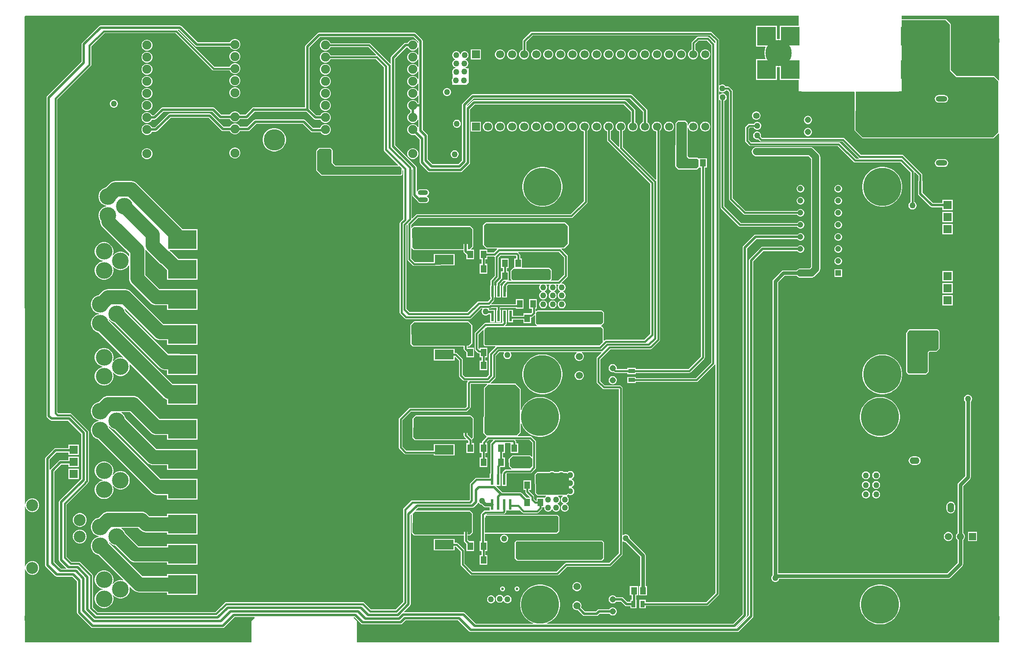
<source format=gbl>
G04*
G04 #@! TF.GenerationSoftware,Altium Limited,Altium Designer,21.4.1 (30)*
G04*
G04 Layer_Physical_Order=4*
G04 Layer_Color=16711680*
%FSLAX25Y25*%
%MOIN*%
G70*
G04*
G04 #@! TF.SameCoordinates,5C5CB9DB-6683-4862-BC7F-C0E48B32F829*
G04*
G04*
G04 #@! TF.FilePolarity,Positive*
G04*
G01*
G75*
%ADD18C,0.02000*%
%ADD31R,0.23622X0.15748*%
%ADD71R,0.05433X0.03622*%
%ADD72R,0.15748X0.07874*%
%ADD73R,0.31496X0.15748*%
G04:AMPARAMS|DCode=77|XSize=74.8mil|YSize=132.68mil|CornerRadius=2.62mil|HoleSize=0mil|Usage=FLASHONLY|Rotation=180.000|XOffset=0mil|YOffset=0mil|HoleType=Round|Shape=RoundedRectangle|*
%AMROUNDEDRECTD77*
21,1,0.07480,0.12744,0,0,180.0*
21,1,0.06957,0.13268,0,0,180.0*
1,1,0.00524,-0.03478,0.06372*
1,1,0.00524,0.03478,0.06372*
1,1,0.00524,0.03478,-0.06372*
1,1,0.00524,-0.03478,-0.06372*
%
%ADD77ROUNDEDRECTD77*%
%ADD78R,0.02362X0.08661*%
%ADD80R,0.04724X0.06496*%
%ADD81C,0.01500*%
%ADD82C,0.03000*%
%ADD83C,0.11800*%
%ADD84C,0.06000*%
%ADD85C,0.31496*%
%ADD86C,0.05906*%
%ADD87C,0.21748*%
%ADD88R,0.15748X0.15748*%
%ADD89O,0.08425X0.04213*%
%ADD90R,0.07087X0.07087*%
%ADD91R,0.04764X0.04764*%
%ADD92C,0.04764*%
%ADD93R,0.14630X0.14630*%
%ADD94C,0.14630*%
%ADD95O,0.09449X0.04724*%
%ADD96C,0.07480*%
%ADD97C,0.13780*%
%ADD98C,0.05347*%
%ADD99C,0.05150*%
%ADD100C,0.09843*%
%ADD101C,0.06693*%
%ADD102R,0.06693X0.06693*%
%ADD103R,0.05906X0.05906*%
%ADD104O,0.05512X0.08268*%
%ADD105O,0.08268X0.05512*%
%ADD106C,0.39370*%
%ADD107C,0.17717*%
%ADD108C,0.05000*%
%ADD109C,0.02362*%
%ADD131R,0.05118X0.05906*%
%ADD132R,0.03622X0.05433*%
%ADD133C,0.12000*%
G36*
X643000Y513341D02*
X627452D01*
Y502786D01*
X627189Y502561D01*
X625353D01*
X625090Y502786D01*
Y513341D01*
X607767D01*
Y496018D01*
X615312D01*
X615574Y495592D01*
X615464Y495376D01*
X614897Y493631D01*
X614609Y491818D01*
Y489982D01*
X614897Y488169D01*
X615464Y486424D01*
X615574Y486208D01*
X615312Y485782D01*
X607767D01*
Y468459D01*
X625090D01*
Y479014D01*
X625353Y479239D01*
X627189D01*
X627452Y479014D01*
Y468459D01*
X643000D01*
Y459200D01*
X644779D01*
X645098Y458987D01*
X645600Y458887D01*
X689054D01*
X689407Y458533D01*
X689334Y426915D01*
X689334Y426914D01*
X689334Y426913D01*
X689364Y426762D01*
X689395Y426608D01*
X689395Y426607D01*
X689395Y426606D01*
X689481Y426478D01*
X689568Y426347D01*
X689569Y426346D01*
X689569Y426346D01*
X695569Y420346D01*
X695830Y420172D01*
X696137Y420111D01*
X804037D01*
X804344Y420172D01*
X804605Y420346D01*
X804605Y420346D01*
X808278Y424019D01*
X808544Y424072D01*
X808600Y424109D01*
X809100Y423856D01*
Y2200D01*
X809000Y2100D01*
X277100D01*
Y19900D01*
X274509Y22491D01*
X274522Y22991D01*
X275082D01*
X280448Y17625D01*
X281040Y17230D01*
X281737Y17091D01*
X281737Y17091D01*
X313422D01*
X313422Y17091D01*
X314120Y17230D01*
X314711Y17625D01*
X317477Y20391D01*
X360782D01*
X369948Y11225D01*
X369948Y11225D01*
X370540Y10830D01*
X371237Y10691D01*
X371237Y10691D01*
X592238D01*
X592238Y10691D01*
X592935Y10830D01*
X593527Y11225D01*
X604926Y22624D01*
X604926Y22624D01*
X605321Y23215D01*
X605459Y23913D01*
Y318058D01*
X613853Y326452D01*
X641882D01*
X641954Y326329D01*
X642544Y325739D01*
X643266Y325322D01*
X644072Y325106D01*
X644907D01*
X645713Y325322D01*
X646436Y325739D01*
X647026Y326329D01*
X647443Y327051D01*
X647659Y327858D01*
Y328692D01*
X647443Y329498D01*
X647026Y330221D01*
X646436Y330811D01*
X645713Y331228D01*
X644907Y331444D01*
X644072D01*
X643266Y331228D01*
X642544Y330811D01*
X641954Y330221D01*
X641882Y330097D01*
X613098D01*
X613098Y330097D01*
X612401Y329959D01*
X611810Y329564D01*
X611810Y329563D01*
X602348Y320102D01*
X601953Y319511D01*
X601815Y318813D01*
X601815Y318813D01*
Y24667D01*
X591835Y14687D01*
X591798Y14695D01*
X591634Y15237D01*
X599662Y23266D01*
X599662Y23266D01*
X600058Y23857D01*
X600196Y24555D01*
X600196Y24555D01*
Y328695D01*
X607953Y336453D01*
X641882D01*
X641954Y336329D01*
X642544Y335739D01*
X643266Y335321D01*
X644072Y335105D01*
X644907D01*
X645713Y335321D01*
X646436Y335739D01*
X647026Y336329D01*
X647443Y337052D01*
X647659Y337858D01*
Y338692D01*
X647443Y339498D01*
X647026Y340221D01*
X646436Y340811D01*
X645713Y341228D01*
X644907Y341444D01*
X644072D01*
X643266Y341228D01*
X642544Y340811D01*
X641954Y340221D01*
X641882Y340097D01*
X607198D01*
X606501Y339959D01*
X605910Y339564D01*
X605910Y339563D01*
X597085Y330739D01*
X596690Y330148D01*
X596551Y329450D01*
X596551Y329450D01*
Y25310D01*
X588814Y17572D01*
X434828D01*
X434728Y18072D01*
X436152Y18662D01*
X438029Y19746D01*
X439749Y21065D01*
X441282Y22598D01*
X442601Y24317D01*
X443685Y26195D01*
X444514Y28197D01*
X445075Y30291D01*
X445358Y32440D01*
Y34607D01*
X445075Y36757D01*
X444514Y38850D01*
X443685Y40853D01*
X442601Y42730D01*
X441282Y44450D01*
X439749Y45982D01*
X438029Y47302D01*
X436152Y48386D01*
X434149Y49215D01*
X432056Y49776D01*
X429907Y50059D01*
X427739D01*
X425590Y49776D01*
X423496Y49215D01*
X421494Y48386D01*
X419617Y47302D01*
X417897Y45982D01*
X416364Y44450D01*
X415045Y42730D01*
X413961Y40853D01*
X413131Y38850D01*
X412570Y36757D01*
X412287Y34607D01*
Y32440D01*
X412570Y30291D01*
X413131Y28197D01*
X413961Y26195D01*
X415045Y24317D01*
X416364Y22598D01*
X417897Y21065D01*
X419617Y19746D01*
X421494Y18662D01*
X422917Y18072D01*
X422818Y17572D01*
X375493D01*
X366563Y26502D01*
X365972Y26897D01*
X365274Y27036D01*
X365274Y27036D01*
X316290D01*
X316099Y27498D01*
X321026Y32425D01*
X321421Y33016D01*
X321559Y33713D01*
X321559Y33713D01*
Y107559D01*
X321950Y107949D01*
X322410Y107754D01*
X322215Y93390D01*
X322216Y93385D01*
X322215Y93379D01*
X322244Y93231D01*
X322272Y93082D01*
X322275Y93077D01*
X322276Y93072D01*
X322360Y92946D01*
X322442Y92819D01*
X322447Y92816D01*
X322450Y92812D01*
X324347Y90915D01*
X324347Y90915D01*
X324607Y90741D01*
X324914Y90680D01*
X365697D01*
Y86418D01*
X365816Y85818D01*
X366156Y85310D01*
X367734Y83732D01*
Y77878D01*
X374033D01*
Y85949D01*
X369951D01*
X368832Y87068D01*
Y90680D01*
X370514D01*
X370514Y90680D01*
X370822Y90741D01*
X371082Y90915D01*
X371082Y90915D01*
X372782Y92615D01*
X372782Y92615D01*
X372956Y92875D01*
X373017Y93183D01*
Y108783D01*
X372956Y109090D01*
X372782Y109350D01*
X372782Y109350D01*
X370982Y111150D01*
X370722Y111324D01*
X370414Y111385D01*
X326040D01*
X325848Y111847D01*
X327642Y113641D01*
X372687D01*
X372687Y113641D01*
X373384Y113780D01*
X373976Y114175D01*
X376989Y117188D01*
X376989Y117188D01*
X377384Y117779D01*
X377906Y117839D01*
X378069Y117555D01*
X378681Y116943D01*
X379431Y116511D01*
X380267Y116287D01*
X380273D01*
X381732Y114827D01*
X382489Y114322D01*
X383381Y114144D01*
X387169D01*
Y111481D01*
X383255D01*
X382655Y111362D01*
X382147Y111022D01*
X380264Y109139D01*
X379924Y108631D01*
X379805Y108031D01*
Y85949D01*
X378758D01*
Y77878D01*
X380340D01*
Y74349D01*
X378758D01*
Y66278D01*
X385057D01*
Y74349D01*
X383475D01*
Y77878D01*
X385057D01*
Y85949D01*
X382940D01*
Y92058D01*
X383200Y92271D01*
X442374D01*
X442681Y92332D01*
X442942Y92506D01*
X442942Y92506D01*
X444568Y94132D01*
X444568Y94132D01*
X444742Y94393D01*
X444803Y94700D01*
X444803Y105900D01*
X444742Y106207D01*
X444568Y106468D01*
X443502Y107534D01*
X443241Y107708D01*
X442934Y107769D01*
X391246D01*
X390878Y107842D01*
X384697D01*
X384424Y108342D01*
X384426Y108346D01*
X398258D01*
X398858Y108465D01*
X399367Y108805D01*
X400245Y109684D01*
X400585Y110192D01*
X400704Y110792D01*
Y111359D01*
X401105D01*
Y111458D01*
X402169D01*
Y111359D01*
X406106D01*
Y111458D01*
X412276D01*
X414029Y109705D01*
X414537Y109365D01*
X415137Y109246D01*
X426337D01*
X426937Y109365D01*
X427445Y109705D01*
X430026Y112286D01*
X430366Y112794D01*
X430485Y113394D01*
Y113978D01*
X432213D01*
Y113367D01*
X432437Y112531D01*
X432869Y111782D01*
X433482Y111169D01*
X434231Y110737D01*
X435067Y110513D01*
X435933D01*
X436769Y110737D01*
X437519Y111169D01*
X438131Y111782D01*
X438533Y112479D01*
X438800Y112516D01*
X439067Y112479D01*
X439469Y111782D01*
X440082Y111169D01*
X440831Y110737D01*
X441667Y110513D01*
X442533D01*
X443369Y110737D01*
X444118Y111169D01*
X444731Y111782D01*
X445163Y112531D01*
X445387Y113367D01*
Y114233D01*
X445163Y115069D01*
X444731Y115819D01*
X444118Y116431D01*
X443375Y116860D01*
X443369Y116883D01*
Y117356D01*
X443375Y117379D01*
X444118Y117809D01*
X444731Y118421D01*
X445163Y119170D01*
X445387Y120007D01*
Y120872D01*
X445163Y121708D01*
X444731Y122458D01*
X444118Y123070D01*
X443770Y123271D01*
X443904Y123771D01*
X447396D01*
X447530Y123271D01*
X447182Y123070D01*
X446569Y122458D01*
X446137Y121708D01*
X445913Y120872D01*
Y120007D01*
X446137Y119170D01*
X446569Y118421D01*
X447182Y117809D01*
X447925Y117379D01*
X447931Y117356D01*
Y116883D01*
X447925Y116860D01*
X447182Y116431D01*
X446569Y115819D01*
X446137Y115069D01*
X445913Y114233D01*
Y113367D01*
X446137Y112531D01*
X446569Y111782D01*
X447182Y111169D01*
X447931Y110737D01*
X448767Y110513D01*
X449633D01*
X450469Y110737D01*
X451219Y111169D01*
X451831Y111782D01*
X452263Y112531D01*
X452487Y113367D01*
Y114233D01*
X452263Y115069D01*
X451831Y115819D01*
X451219Y116431D01*
X450475Y116860D01*
X450469Y116883D01*
Y117356D01*
X450475Y117379D01*
X451219Y117809D01*
X451831Y118421D01*
X452263Y119170D01*
X452487Y120007D01*
Y120872D01*
X452263Y121708D01*
X451831Y122458D01*
X451219Y123070D01*
X450870Y123271D01*
X450887Y123577D01*
X450977Y123787D01*
X451205Y123832D01*
X451465Y124006D01*
X451465Y124006D01*
X452081Y124622D01*
X452575Y124337D01*
X453411Y124113D01*
X454277D01*
X455113Y124337D01*
X455862Y124769D01*
X456474Y125382D01*
X456907Y126131D01*
X457131Y126967D01*
Y127833D01*
X456907Y128669D01*
X456474Y129419D01*
X455862Y130031D01*
X455113Y130463D01*
X454877Y130526D01*
Y131044D01*
X455118Y131108D01*
X455868Y131541D01*
X456480Y132153D01*
X456913Y132903D01*
X457137Y133739D01*
Y134605D01*
X456913Y135441D01*
X456480Y136190D01*
X455868Y136802D01*
X455118Y137235D01*
X454959Y137278D01*
Y137795D01*
X455113Y137837D01*
X455862Y138269D01*
X456474Y138882D01*
X456907Y139631D01*
X457131Y140467D01*
Y141333D01*
X456907Y142169D01*
X456474Y142919D01*
X455862Y143531D01*
X455113Y143963D01*
X454277Y144187D01*
X453411D01*
X452575Y143963D01*
X451825Y143531D01*
X451439Y143145D01*
X451184Y143316D01*
X450876Y143377D01*
X448367D01*
X448213Y143531D01*
X447463Y143963D01*
X446627Y144187D01*
X445762D01*
X444926Y143963D01*
X444176Y143531D01*
X444022Y143377D01*
X440972D01*
X440819Y143531D01*
X440069Y143963D01*
X439233Y144187D01*
X438367D01*
X437531Y143963D01*
X436782Y143531D01*
X436628Y143377D01*
X426600D01*
X426293Y143316D01*
X426032Y143142D01*
X426032Y143142D01*
X424563Y141672D01*
X424559Y141666D01*
X424553Y141663D01*
X424472Y141536D01*
X424389Y141412D01*
X424387Y141405D01*
X424384Y141399D01*
X424357Y141252D01*
X424328Y141104D01*
X424329Y141098D01*
X424328Y141091D01*
X424580Y125978D01*
X424611Y125832D01*
X424641Y125684D01*
X424644Y125679D01*
X424646Y125672D01*
X424731Y125549D01*
X424815Y125424D01*
X426232Y124006D01*
X426493Y123832D01*
X426800Y123771D01*
X433696D01*
X433830Y123271D01*
X433482Y123070D01*
X432869Y122458D01*
X432738Y122231D01*
X432298Y122049D01*
X432298Y122049D01*
X432298Y122049D01*
X425999D01*
Y119581D01*
X425186D01*
X423805Y120962D01*
Y122903D01*
X423686Y123503D01*
X423346Y124012D01*
X419693Y127665D01*
Y128478D01*
X421275D01*
Y136549D01*
X414976D01*
Y128478D01*
X416558D01*
Y127015D01*
X416677Y126415D01*
X417017Y125907D01*
X420375Y122549D01*
X420168Y122049D01*
X417553D01*
X413700Y125902D01*
X413108Y126297D01*
X412411Y126436D01*
X412411Y126436D01*
X397592D01*
X392658Y131370D01*
X392849Y131832D01*
X396106D01*
Y142068D01*
X395705D01*
Y147278D01*
X399575D01*
Y155349D01*
X397993D01*
Y159078D01*
X399575D01*
Y167149D01*
X399952Y167446D01*
X403922D01*
X404299Y167149D01*
Y159078D01*
X410598D01*
Y167149D01*
X409016D01*
Y168135D01*
X408897Y168735D01*
X408557Y169243D01*
X408317Y169484D01*
X408508Y169946D01*
X420088D01*
X422269Y167764D01*
Y156270D01*
X421807Y156078D01*
X421005Y156881D01*
X420744Y157055D01*
X420437Y157116D01*
X405937D01*
X405630Y157055D01*
X405369Y156881D01*
X403069Y154581D01*
X403065Y154575D01*
X403059Y154571D01*
X402978Y154445D01*
X402895Y154321D01*
X402894Y154313D01*
X402890Y154307D01*
X402863Y154160D01*
X402834Y154013D01*
X402836Y154006D01*
X402834Y153999D01*
X402934Y148499D01*
X402966Y148353D01*
X402995Y148206D01*
X402999Y148200D01*
X403001Y148193D01*
X403086Y148070D01*
X403169Y147946D01*
X405134Y145981D01*
X405119Y145832D01*
X404965Y145481D01*
X400537D01*
X399937Y145362D01*
X399429Y145022D01*
X398029Y143622D01*
X397689Y143113D01*
X397569Y142513D01*
Y142068D01*
X397168D01*
Y131832D01*
X401105D01*
Y142068D01*
X401490Y142346D01*
X420637D01*
X421237Y142465D01*
X421745Y142805D01*
X424945Y146005D01*
X425285Y146514D01*
X425405Y147113D01*
Y168413D01*
X425285Y169013D01*
X424945Y169522D01*
X421845Y172622D01*
X421337Y172962D01*
X420737Y173081D01*
X410493D01*
X410302Y173543D01*
X412505Y175746D01*
X412679Y176006D01*
X412740Y176313D01*
Y183348D01*
X413240Y183447D01*
X413961Y181706D01*
X415045Y179829D01*
X416364Y178110D01*
X417897Y176577D01*
X419617Y175257D01*
X421494Y174173D01*
X423496Y173344D01*
X425590Y172783D01*
X427739Y172500D01*
X429907D01*
X432056Y172783D01*
X434149Y173344D01*
X436152Y174173D01*
X438029Y175257D01*
X439749Y176577D01*
X441282Y178110D01*
X442601Y179829D01*
X443685Y181706D01*
X444514Y183709D01*
X445075Y185803D01*
X445358Y187952D01*
Y190119D01*
X445075Y192268D01*
X444514Y194362D01*
X443685Y196365D01*
X442601Y198242D01*
X441282Y199961D01*
X439749Y201494D01*
X438029Y202814D01*
X436152Y203898D01*
X434149Y204727D01*
X432056Y205288D01*
X429907Y205571D01*
X427739D01*
X425590Y205288D01*
X423496Y204727D01*
X421494Y203898D01*
X419617Y202814D01*
X417897Y201494D01*
X416364Y199961D01*
X415045Y198242D01*
X413961Y196365D01*
X413240Y194624D01*
X412740Y194723D01*
Y212213D01*
X412679Y212521D01*
X412505Y212781D01*
X408805Y216481D01*
X408544Y216655D01*
X408237Y216716D01*
X387899D01*
X387692Y217216D01*
X391645Y221169D01*
X391985Y221678D01*
X392105Y222278D01*
Y239788D01*
X395062Y242745D01*
X398782D01*
X398835Y242618D01*
X398941Y242245D01*
X398537Y241544D01*
X398313Y240708D01*
Y239842D01*
X398537Y239006D01*
X398969Y238257D01*
X399582Y237645D01*
X400331Y237212D01*
X401167Y236988D01*
X402033D01*
X402869Y237212D01*
X403618Y237645D01*
X404231Y238257D01*
X404663Y239006D01*
X404887Y239842D01*
Y240708D01*
X404663Y241544D01*
X404259Y242245D01*
X404365Y242618D01*
X404418Y242745D01*
X458959D01*
X459093Y242245D01*
X458919Y242145D01*
X458223Y241448D01*
X457730Y240596D01*
X457476Y239644D01*
Y238660D01*
X457730Y237708D01*
X458223Y236856D01*
X458919Y236159D01*
X459772Y235667D01*
X460723Y235412D01*
X461708D01*
X462659Y235667D01*
X463512Y236159D01*
X464209Y236856D01*
X464701Y237708D01*
X464956Y238660D01*
Y239644D01*
X464701Y240596D01*
X464209Y241448D01*
X463512Y242145D01*
X463339Y242245D01*
X463473Y242745D01*
X479421D01*
X479629Y242359D01*
X479643Y242260D01*
X475992Y238608D01*
X475652Y238100D01*
X475532Y237500D01*
Y218100D01*
X475652Y217500D01*
X475992Y216992D01*
X480439Y212544D01*
X480948Y212204D01*
X481548Y212085D01*
X494032D01*
Y76123D01*
X485951Y68041D01*
X450400D01*
X449800Y67922D01*
X449292Y67582D01*
X442490Y60781D01*
X372686D01*
X366105Y67363D01*
Y78213D01*
X365985Y78813D01*
X365645Y79322D01*
X360725Y84242D01*
X360216Y84582D01*
X359617Y84701D01*
X357970D01*
Y87858D01*
X340647D01*
Y78409D01*
X357970D01*
Y81566D01*
X358967D01*
X362969Y77564D01*
Y66713D01*
X363089Y66114D01*
X363429Y65605D01*
X368420Y60613D01*
X370522Y58512D01*
X370929Y58105D01*
X371437Y57765D01*
X372037Y57646D01*
X443139D01*
X443739Y57765D01*
X444248Y58105D01*
X451049Y64907D01*
X486600D01*
X487200Y65026D01*
X487708Y65366D01*
X496708Y74366D01*
X497048Y74874D01*
X497167Y75474D01*
Y85582D01*
X497294Y85635D01*
X497668Y85741D01*
X498369Y85337D01*
X499205Y85113D01*
X499627D01*
X511676Y73063D01*
Y48654D01*
X510661D01*
Y41173D01*
X517354D01*
Y48654D01*
X516340D01*
Y74029D01*
X516163Y74922D01*
X515657Y75679D01*
X502925Y88411D01*
Y88833D01*
X502701Y89669D01*
X502268Y90418D01*
X501656Y91031D01*
X500906Y91463D01*
X500070Y91687D01*
X499205D01*
X498369Y91463D01*
X497668Y91059D01*
X497294Y91165D01*
X497167Y91218D01*
Y212774D01*
X497048Y213373D01*
X496708Y213882D01*
X495830Y214761D01*
X495321Y215101D01*
X494721Y215220D01*
X482197D01*
X478667Y218749D01*
Y236851D01*
X486936Y245119D01*
X519747D01*
X520347Y245238D01*
X520856Y245578D01*
X521226Y245652D01*
X521734Y245992D01*
X527645Y251903D01*
X527985Y252411D01*
X528104Y253011D01*
Y426473D01*
X528138Y426492D01*
X528908Y427262D01*
X529452Y428204D01*
X529734Y429256D01*
Y430344D01*
X529452Y431396D01*
X528908Y432338D01*
X528138Y433108D01*
X527196Y433652D01*
X526144Y433934D01*
X525056D01*
X524004Y433652D01*
X523062Y433108D01*
X522292Y432338D01*
X521748Y431396D01*
X521466Y430344D01*
Y429256D01*
X521748Y428204D01*
X522292Y427262D01*
X523062Y426492D01*
X524004Y425948D01*
X524969Y425689D01*
Y385975D01*
X524508Y385783D01*
X497404Y412886D01*
Y426068D01*
X498138Y426492D01*
X498908Y427262D01*
X499452Y428204D01*
X499734Y429256D01*
Y430344D01*
X499452Y431396D01*
X498908Y432338D01*
X498138Y433108D01*
X497196Y433652D01*
X496144Y433934D01*
X495056D01*
X494004Y433652D01*
X493062Y433108D01*
X492292Y432338D01*
X491748Y431396D01*
X491466Y430344D01*
Y429256D01*
X491748Y428204D01*
X492292Y427262D01*
X493062Y426492D01*
X494004Y425948D01*
X494270Y425877D01*
Y413139D01*
X493808Y412948D01*
X487404Y419351D01*
Y426068D01*
X488138Y426492D01*
X488908Y427262D01*
X489452Y428204D01*
X489734Y429256D01*
Y430344D01*
X489452Y431396D01*
X488908Y432338D01*
X488138Y433108D01*
X487196Y433652D01*
X486144Y433934D01*
X485056D01*
X484004Y433652D01*
X483062Y433108D01*
X482292Y432338D01*
X481748Y431396D01*
X481466Y430344D01*
Y429256D01*
X481748Y428204D01*
X482292Y427262D01*
X483062Y426492D01*
X484004Y425948D01*
X484270Y425877D01*
Y418702D01*
X484389Y418102D01*
X484729Y417593D01*
X519970Y382352D01*
Y257860D01*
X515151Y253042D01*
X483198D01*
X482598Y252922D01*
X482089Y252582D01*
X481865Y252358D01*
X481403Y252549D01*
X481403Y262274D01*
X481403Y262274D01*
X481342Y262581D01*
X481168Y262842D01*
X481168Y262842D01*
X479928Y264081D01*
X479928Y264081D01*
X479668Y264255D01*
X479361Y264316D01*
X479351D01*
X479337Y264810D01*
X479337Y264811D01*
X479644Y264872D01*
X479905Y265046D01*
X479905Y265046D01*
X481505Y266646D01*
X481679Y266906D01*
X481740Y267213D01*
X481740Y275313D01*
X481740Y275313D01*
X481679Y275621D01*
X481505Y275881D01*
X481505Y275881D01*
X480305Y277081D01*
X480044Y277255D01*
X479737Y277316D01*
X426537D01*
X426230Y277255D01*
X425969Y277081D01*
X425969Y277081D01*
X425630Y276741D01*
X425168Y276933D01*
Y278739D01*
X426061D01*
Y286809D01*
X419762D01*
Y278739D01*
X422032D01*
Y275626D01*
X421640Y275233D01*
X421275Y274949D01*
Y274949D01*
X421275Y274949D01*
X414976D01*
Y272881D01*
X406206D01*
Y277795D01*
X402269D01*
Y267559D01*
X406206D01*
Y269746D01*
X414976D01*
Y266878D01*
X421275D01*
Y271536D01*
X421727D01*
X422327Y271655D01*
X422836Y271995D01*
X424172Y273332D01*
X424634Y273141D01*
Y266513D01*
X424695Y266206D01*
X424869Y265946D01*
X424869Y265946D01*
X425769Y265046D01*
X426030Y264872D01*
X426337Y264811D01*
X426323Y264316D01*
X399831Y264316D01*
X399640Y264778D01*
X400545Y265684D01*
X400885Y266192D01*
X401005Y266792D01*
Y267559D01*
X401205D01*
Y277795D01*
X397269D01*
Y267559D01*
X397269D01*
X397091Y267132D01*
X396983Y266970D01*
X383503D01*
X382903Y266851D01*
X382394Y266511D01*
X375029Y259145D01*
X374689Y258637D01*
X374570Y258037D01*
Y245350D01*
X374689Y244750D01*
X375029Y244242D01*
X377030Y242240D01*
X377539Y241900D01*
X378139Y241781D01*
X378758D01*
Y238378D01*
X380319D01*
Y235849D01*
X378758D01*
Y227778D01*
X385057D01*
Y235849D01*
X383454D01*
Y238378D01*
X385057D01*
Y246449D01*
X378758D01*
Y245600D01*
X378296Y245408D01*
X377705Y246000D01*
Y257388D01*
X381407Y261090D01*
X381907Y260883D01*
Y249417D01*
X381968Y249109D01*
X382142Y248849D01*
X383145Y247846D01*
X383405Y247672D01*
X383713Y247611D01*
X391566D01*
X391758Y247149D01*
X386929Y242319D01*
X386589Y241811D01*
X386470Y241211D01*
Y223963D01*
X384588Y222081D01*
X366586D01*
X364704Y223963D01*
Y236317D01*
X364585Y236917D01*
X364245Y237426D01*
X359949Y241723D01*
X359440Y242062D01*
X358840Y242182D01*
X357970D01*
Y245339D01*
X340647D01*
Y235890D01*
X357970D01*
Y238560D01*
X358470Y238767D01*
X361569Y235668D01*
Y232874D01*
Y223313D01*
X361669Y222813D01*
X361689Y222713D01*
X362029Y222205D01*
X364829Y219405D01*
X365337Y219065D01*
X365937Y218946D01*
X368599D01*
X368791Y218484D01*
X368529Y218222D01*
X368189Y217713D01*
X368070Y217113D01*
Y197863D01*
X366774Y196567D01*
X321200D01*
X320600Y196448D01*
X320092Y196108D01*
X312092Y188108D01*
X311752Y187600D01*
X311632Y187000D01*
Y163900D01*
X311752Y163300D01*
X312092Y162792D01*
X316392Y158492D01*
X316900Y158152D01*
X317500Y158033D01*
X340647D01*
Y157150D01*
X357970D01*
Y166598D01*
X340647D01*
Y161168D01*
X318149D01*
X314768Y164549D01*
Y186351D01*
X321849Y193432D01*
X367424D01*
X368023Y193552D01*
X368532Y193892D01*
X370745Y196105D01*
X371085Y196614D01*
X371204Y197213D01*
Y216446D01*
X384781D01*
X384972Y215984D01*
X382747Y213758D01*
X382730Y213755D01*
X382469Y213581D01*
X382295Y213321D01*
X382234Y213013D01*
Y189493D01*
X382138Y189428D01*
X381906Y189081D01*
X381824Y188672D01*
Y175928D01*
X381906Y175519D01*
X382138Y175171D01*
X382464Y174953D01*
X382469Y174946D01*
X382469Y174946D01*
X384092Y173323D01*
X384095Y173306D01*
X384269Y173046D01*
X384375Y172975D01*
X384491Y172490D01*
X384479Y172372D01*
X381079Y168972D01*
X380739Y168463D01*
X380620Y167864D01*
Y167280D01*
X378758D01*
Y159209D01*
X380340D01*
Y155532D01*
X378758D01*
Y147461D01*
X385057D01*
Y155532D01*
X383475D01*
Y159209D01*
X385057D01*
Y167280D01*
X384473D01*
X384282Y167742D01*
X386486Y169946D01*
X389699D01*
X389891Y169484D01*
X388029Y167622D01*
X387689Y167113D01*
X387569Y166513D01*
Y142068D01*
X387169D01*
Y138517D01*
X376073D01*
X375473Y138398D01*
X374965Y138058D01*
X370992Y134085D01*
X370652Y133576D01*
X370532Y132976D01*
Y120426D01*
X369888Y119781D01*
X322937D01*
X322337Y119662D01*
X321829Y119322D01*
X315829Y113322D01*
X315489Y112813D01*
X315370Y112213D01*
Y35805D01*
X309045Y29481D01*
X288686D01*
X283145Y35022D01*
X282637Y35362D01*
X282037Y35481D01*
X168624D01*
X168024Y35362D01*
X167516Y35022D01*
X159675Y27181D01*
X62286D01*
X58290Y31178D01*
Y57361D01*
X58170Y57961D01*
X57831Y58469D01*
X47886Y68413D01*
X47378Y68753D01*
X46778Y68872D01*
X40628D01*
X36505Y72996D01*
Y116389D01*
X53274Y133158D01*
X53614Y133667D01*
X53659Y133898D01*
X54424Y134662D01*
X54764Y135170D01*
X54883Y135770D01*
Y176792D01*
X54764Y177392D01*
X54424Y177900D01*
X40825Y191499D01*
X40317Y191839D01*
X39717Y191958D01*
X29747D01*
X28804Y192901D01*
Y452364D01*
X56595Y480155D01*
X56935Y480664D01*
X57055Y481263D01*
Y496314D01*
X68086Y507346D01*
X126588D01*
X157129Y476805D01*
X157637Y476465D01*
X158237Y476346D01*
X171670D01*
X171718Y476166D01*
X172314Y475133D01*
X173157Y474291D01*
X174189Y473694D01*
X175341Y473386D01*
X176533D01*
X177685Y473694D01*
X178717Y474291D01*
X179560Y475133D01*
X180156Y476166D01*
X180465Y477317D01*
Y478510D01*
X180156Y479661D01*
X179560Y480693D01*
X178717Y481536D01*
X177685Y482132D01*
X176533Y482441D01*
X175341D01*
X174189Y482132D01*
X173157Y481536D01*
X172314Y480693D01*
X171718Y479661D01*
X171670Y479481D01*
X158886D01*
X128776Y509591D01*
X128983Y510091D01*
X129682D01*
X143148Y496625D01*
X143740Y496230D01*
X144437Y496091D01*
X144437Y496091D01*
X171761D01*
X172314Y495133D01*
X173157Y494290D01*
X174189Y493694D01*
X175341Y493386D01*
X176533D01*
X177685Y493694D01*
X178717Y494290D01*
X179560Y495133D01*
X180156Y496166D01*
X180465Y497317D01*
Y498510D01*
X180156Y499661D01*
X179560Y500693D01*
X178717Y501536D01*
X177685Y502132D01*
X176533Y502441D01*
X175341D01*
X174189Y502132D01*
X173157Y501536D01*
X172314Y500693D01*
X171761Y499736D01*
X145192D01*
X131726Y513202D01*
X131134Y513597D01*
X130437Y513736D01*
X130437Y513736D01*
X64537D01*
X64537Y513736D01*
X63840Y513597D01*
X63248Y513202D01*
X63248Y513202D01*
X49536Y499490D01*
X49141Y498899D01*
X49003Y498202D01*
X49003Y498202D01*
Y483499D01*
X20448Y454945D01*
X20053Y454354D01*
X19915Y453656D01*
X19915Y453656D01*
Y189877D01*
X19915Y189877D01*
X20053Y189180D01*
X20448Y188589D01*
X22685Y186352D01*
X22685Y186352D01*
X23276Y185957D01*
X23974Y185818D01*
X23974Y185818D01*
X37823D01*
X48743Y174898D01*
Y137664D01*
X30648Y119570D01*
X30253Y118979D01*
X30115Y118281D01*
X30115Y118281D01*
Y70425D01*
X30115Y70425D01*
X30253Y69728D01*
X30648Y69137D01*
X36196Y63589D01*
X36004Y63127D01*
X31970D01*
X26429Y68668D01*
Y143743D01*
X32145Y149459D01*
X37992D01*
Y147402D01*
X46654D01*
Y156063D01*
X37992D01*
Y153104D01*
X31390D01*
X31390Y153104D01*
X30692Y152965D01*
X30101Y152570D01*
X23318Y145786D01*
X22992Y145299D01*
X22492Y145397D01*
Y153773D01*
X28178Y159459D01*
X37992D01*
Y157402D01*
X46654D01*
Y166063D01*
X37992D01*
Y163104D01*
X27423D01*
X27423Y163104D01*
X26726Y162965D01*
X26134Y162570D01*
X19381Y155816D01*
X18986Y155225D01*
X18847Y154528D01*
X18847Y154527D01*
Y65945D01*
X18847Y65945D01*
X18986Y65247D01*
X19381Y64656D01*
X27021Y57016D01*
X27612Y56621D01*
X28309Y56482D01*
X28309Y56482D01*
X41391D01*
X45115Y52759D01*
Y26913D01*
X45115Y26913D01*
X45253Y26216D01*
X45648Y25625D01*
X56648Y14625D01*
X56648Y14625D01*
X57240Y14230D01*
X57937Y14091D01*
X166137D01*
X166137Y14091D01*
X166834Y14230D01*
X167426Y14625D01*
X175792Y22991D01*
X192178D01*
X192191Y22491D01*
X189600Y19900D01*
Y2100D01*
X2061D01*
X1991Y62642D01*
X2491Y62708D01*
X2780Y61628D01*
X3532Y60326D01*
X4595Y59263D01*
X5897Y58512D01*
X7348Y58123D01*
X8852D01*
X10304Y58512D01*
X11605Y59263D01*
X12668Y60326D01*
X13420Y61628D01*
X13809Y63080D01*
Y64583D01*
X13420Y66035D01*
X12668Y67337D01*
X11605Y68400D01*
X10304Y69151D01*
X8852Y69540D01*
X7348D01*
X5897Y69151D01*
X4595Y68400D01*
X3532Y67337D01*
X2780Y66035D01*
X2489Y64946D01*
X1988Y65011D01*
X1931Y114836D01*
X2431Y114902D01*
X2780Y113596D01*
X3532Y112295D01*
X4595Y111232D01*
X5897Y110480D01*
X7348Y110091D01*
X8852D01*
X10304Y110480D01*
X11605Y111232D01*
X12668Y112295D01*
X13420Y113596D01*
X13809Y115048D01*
Y116552D01*
X13420Y118003D01*
X12668Y119305D01*
X11605Y120368D01*
X10304Y121120D01*
X8852Y121509D01*
X7348D01*
X5897Y121120D01*
X4595Y120368D01*
X3532Y119305D01*
X2780Y118003D01*
X2429Y116691D01*
X1929Y116756D01*
X1550Y443983D01*
X1550Y521050D01*
X2200Y521700D01*
X643000D01*
Y513341D01*
D02*
G37*
G36*
X809100Y468393D02*
X808600Y468186D01*
X805305Y471481D01*
X805044Y471655D01*
X804737Y471716D01*
X773870D01*
X769040Y476546D01*
Y514513D01*
X769040Y514513D01*
X768979Y514821D01*
X768805Y515081D01*
X765205Y518681D01*
X764944Y518855D01*
X764637Y518916D01*
X728500D01*
Y521700D01*
X809100D01*
Y468393D01*
D02*
G37*
G36*
X768237Y514513D02*
Y476213D01*
X773537Y470913D01*
X804737D01*
X808237Y467413D01*
Y424813D01*
X807937D01*
X804037Y420913D01*
X696137D01*
X690137Y426913D01*
X690211Y458887D01*
X725800D01*
X726302Y458987D01*
X726621Y459200D01*
X728500D01*
Y518113D01*
X764637D01*
X768237Y514513D01*
D02*
G37*
G36*
X480937Y275313D02*
X480937Y267213D01*
X479337Y265613D01*
X426337D01*
X425437Y266513D01*
Y275413D01*
X426537Y276513D01*
X479737D01*
X480937Y275313D01*
D02*
G37*
G36*
X479361Y263513D02*
X480600Y262274D01*
X480600Y251093D01*
X477920Y248413D01*
X383713D01*
X382709Y249417D01*
Y261286D01*
X384937Y263513D01*
X479361Y263513D01*
D02*
G37*
G36*
X411937Y212213D02*
Y176313D01*
X409237Y173613D01*
X384837D01*
Y173713D01*
X383037Y175513D01*
Y213013D01*
X383137D01*
X386037Y215913D01*
X408237D01*
X411937Y212213D01*
D02*
G37*
G36*
X422237Y154513D02*
Y148313D01*
X420437Y146513D01*
X405737D01*
X403737Y148513D01*
X403637Y154013D01*
X405937Y156313D01*
X420437D01*
X422237Y154513D01*
D02*
G37*
G36*
X452637Y140813D02*
Y126313D01*
X450898Y124574D01*
X426800Y124574D01*
X425382Y125992D01*
X425131Y141104D01*
X426600Y142574D01*
X450876D01*
X452637Y140813D01*
D02*
G37*
G36*
X444000Y105900D02*
X444000Y94700D01*
X442374Y93074D01*
X383200D01*
X382940Y93334D01*
Y105330D01*
X384576Y106966D01*
X442934D01*
X444000Y105900D01*
D02*
G37*
G36*
X372214Y108783D02*
Y93183D01*
X370514Y91483D01*
X368832D01*
Y99813D01*
X368733Y100314D01*
X368713Y100413D01*
X368373Y100922D01*
X368173Y101122D01*
X367664Y101462D01*
X367597Y101475D01*
X367564Y101508D01*
X367055Y101848D01*
X366455Y101968D01*
X365855Y101848D01*
X365347Y101508D01*
X365007Y101000D01*
X364888Y100400D01*
X365007Y99800D01*
X365347Y99292D01*
X365697Y98941D01*
Y91483D01*
X324914D01*
X323018Y93379D01*
X323226Y108694D01*
X325114Y110583D01*
X370414D01*
X372214Y108783D01*
D02*
G37*
%LPC*%
G36*
X324637Y507636D02*
X324637Y507636D01*
X245537D01*
X245537Y507636D01*
X244840Y507497D01*
X244248Y507102D01*
X234648Y497502D01*
X234253Y496911D01*
X234115Y496213D01*
X234115Y496213D01*
Y445736D01*
X192512D01*
X192463Y445769D01*
X191765Y445907D01*
X191068Y445769D01*
X190477Y445374D01*
X190477Y445374D01*
X184839Y439736D01*
X180113D01*
X179560Y440693D01*
X178717Y441536D01*
X177685Y442132D01*
X176533Y442441D01*
X175341D01*
X174189Y442132D01*
X173157Y441536D01*
X172314Y440693D01*
X171761Y439736D01*
X164692D01*
X159226Y445202D01*
X158634Y445597D01*
X157937Y445736D01*
X157937Y445736D01*
X115937D01*
X115240Y445597D01*
X114648Y445202D01*
X114648Y445202D01*
X108599Y439153D01*
X107258D01*
X106723Y440080D01*
X105880Y440923D01*
X104848Y441519D01*
X103696Y441827D01*
X102504D01*
X101352Y441519D01*
X100320Y440923D01*
X99477Y440080D01*
X98881Y439048D01*
X98572Y437896D01*
Y436704D01*
X98881Y435552D01*
X99477Y434520D01*
X100320Y433677D01*
X101352Y433081D01*
X102504Y432772D01*
X103696D01*
X104848Y433081D01*
X105880Y433677D01*
X106723Y434520D01*
X107294Y435508D01*
X109354D01*
X109354Y435508D01*
X110052Y435647D01*
X110643Y436042D01*
X116692Y442091D01*
X157182D01*
X162648Y436625D01*
X162648Y436625D01*
X163240Y436230D01*
X163937Y436091D01*
X163937Y436091D01*
X171761D01*
X172314Y435133D01*
X173157Y434291D01*
X174189Y433694D01*
X175341Y433386D01*
X176533D01*
X177685Y433694D01*
X178717Y434291D01*
X179560Y435133D01*
X180113Y436091D01*
X185594D01*
X185594Y436091D01*
X186291Y436230D01*
X186882Y436625D01*
X192349Y442091D01*
X235182D01*
X241231Y436042D01*
X241231Y436042D01*
X241822Y435647D01*
X242520Y435508D01*
X246682D01*
X247235Y434551D01*
X248078Y433708D01*
X249111Y433112D01*
X250262Y432803D01*
X251454D01*
X252606Y433112D01*
X253638Y433708D01*
X254481Y434551D01*
X255077Y435583D01*
X255386Y436735D01*
Y437927D01*
X255077Y439078D01*
X254481Y440111D01*
X253638Y440954D01*
X252606Y441550D01*
X251454Y441858D01*
X250262D01*
X249111Y441550D01*
X248078Y440954D01*
X247235Y440111D01*
X246683Y439153D01*
X243274D01*
X237759Y444668D01*
Y495459D01*
X246292Y503991D01*
X323882D01*
X327978Y499896D01*
Y499308D01*
X327478Y499190D01*
X326946Y500111D01*
X326103Y500954D01*
X325070Y501550D01*
X323919Y501858D01*
X322727D01*
X321575Y501550D01*
X320543Y500954D01*
X319700Y500111D01*
X319147Y499153D01*
X317354D01*
X317354Y499153D01*
X316657Y499015D01*
X316066Y498620D01*
X316066Y498619D01*
X305648Y488202D01*
X305253Y487611D01*
X305115Y486913D01*
X305115Y486913D01*
Y482306D01*
X304615Y482099D01*
X288275Y498439D01*
X287766Y498779D01*
X287166Y498898D01*
X255125D01*
X255077Y499078D01*
X254481Y500111D01*
X253638Y500954D01*
X252606Y501550D01*
X251454Y501858D01*
X250262D01*
X249111Y501550D01*
X248078Y500954D01*
X247235Y500111D01*
X246639Y499078D01*
X246331Y497927D01*
Y496735D01*
X246639Y495583D01*
X247235Y494551D01*
X248078Y493708D01*
X249111Y493112D01*
X250262Y492803D01*
X251454D01*
X252606Y493112D01*
X253638Y493708D01*
X254481Y494551D01*
X255077Y495583D01*
X255125Y495763D01*
X286517D01*
X292882Y489398D01*
X292675Y488898D01*
X255125D01*
X255077Y489078D01*
X254481Y490111D01*
X253638Y490954D01*
X252606Y491550D01*
X251454Y491858D01*
X250262D01*
X249111Y491550D01*
X248078Y490954D01*
X247235Y490111D01*
X246639Y489078D01*
X246331Y487927D01*
Y486735D01*
X246639Y485583D01*
X247235Y484551D01*
X248078Y483708D01*
X249111Y483112D01*
X250262Y482803D01*
X251454D01*
X252606Y483112D01*
X253638Y483708D01*
X254481Y484551D01*
X255077Y485583D01*
X255125Y485763D01*
X292628D01*
X299370Y479022D01*
Y410677D01*
X299489Y410077D01*
X299829Y409569D01*
X311479Y397918D01*
X311288Y397456D01*
X259191D01*
X256882Y399765D01*
Y410259D01*
X256882Y410259D01*
X256821Y410567D01*
X256647Y410827D01*
X256647Y410827D01*
X255489Y411985D01*
X255228Y412159D01*
X254921Y412220D01*
X246063D01*
X245756Y412159D01*
X245495Y411985D01*
X245495Y411985D01*
X243527Y410016D01*
X243353Y409756D01*
X243292Y409449D01*
Y393701D01*
X243353Y393394D01*
X243527Y393133D01*
X243527Y393133D01*
X247464Y389196D01*
X247724Y389022D01*
X248031Y388961D01*
X312992D01*
X312992Y388961D01*
X313299Y389022D01*
X313560Y389196D01*
X314544Y390180D01*
X314718Y390441D01*
X314779Y390748D01*
X314779Y393453D01*
X315279Y393720D01*
X315362Y393665D01*
Y353226D01*
X312868Y350732D01*
X312528Y350224D01*
X312409Y349624D01*
Y275591D01*
X312528Y274991D01*
X312868Y274482D01*
X316695Y270655D01*
X317204Y270315D01*
X317804Y270196D01*
X370587D01*
X371187Y270315D01*
X371695Y270655D01*
X379986Y278946D01*
X380827D01*
X380879Y278819D01*
X380985Y278446D01*
X380581Y277745D01*
X380357Y276909D01*
Y276043D01*
X380581Y275207D01*
X381013Y274458D01*
X381626Y273845D01*
X382375Y273413D01*
X383211Y273189D01*
X384077D01*
X384913Y273413D01*
X385663Y273845D01*
X386003Y274185D01*
X387268D01*
Y267559D01*
X391206D01*
Y277795D01*
X389232D01*
X389056Y277830D01*
X389056Y277830D01*
X386658D01*
X386303Y278446D01*
X386409Y278819D01*
X386462Y278946D01*
X387326D01*
X387926Y279065D01*
X388435Y279405D01*
X388462Y279433D01*
X392670D01*
Y277795D01*
X392268D01*
Y267559D01*
X396205D01*
Y277795D01*
X395805D01*
Y279433D01*
X408739D01*
Y278739D01*
X415038D01*
Y286809D01*
X408739D01*
Y282568D01*
X388415D01*
X388208Y283067D01*
X390345Y285205D01*
X390685Y285714D01*
X390805Y286313D01*
Y288032D01*
X391206D01*
Y298268D01*
X390805D01*
Y301064D01*
X393945Y304205D01*
X394285Y304714D01*
X394405Y305313D01*
Y321081D01*
X396070Y322746D01*
X408828D01*
X409081Y322493D01*
Y320549D01*
X407499D01*
Y312716D01*
X406837D01*
X406530Y312655D01*
X406269Y312481D01*
X404549Y310761D01*
X404375Y310500D01*
X404314Y310193D01*
Y303634D01*
X404314Y303634D01*
X404375Y303327D01*
X404549Y303066D01*
X404549Y303066D01*
X405172Y302443D01*
X404981Y301981D01*
X402775D01*
Y309849D01*
X401193D01*
Y312478D01*
X402775D01*
Y320549D01*
X396476D01*
Y312478D01*
X398058D01*
Y309849D01*
X396476D01*
Y304186D01*
X393129Y300839D01*
X392789Y300330D01*
X392670Y299730D01*
Y298268D01*
X392268D01*
Y288032D01*
X396205D01*
Y298268D01*
X395805D01*
Y299081D01*
X398501Y301778D01*
X399978D01*
X400185Y301278D01*
X398429Y299522D01*
X398089Y299013D01*
X397970Y298413D01*
Y298268D01*
X397269D01*
Y288032D01*
X401205D01*
Y297865D01*
X402186Y298846D01*
X428482D01*
X428544Y298696D01*
X428643Y298346D01*
X428237Y297643D01*
X428013Y296807D01*
Y295941D01*
X428237Y295105D01*
X428669Y294356D01*
X429282Y293743D01*
X429948Y293359D01*
X429993Y293087D01*
X429948Y292815D01*
X429282Y292431D01*
X428669Y291818D01*
X428237Y291069D01*
X428013Y290233D01*
Y289367D01*
X428237Y288531D01*
X428669Y287782D01*
X429282Y287169D01*
X430031Y286737D01*
X430867Y286513D01*
X431733D01*
X432569Y286737D01*
X433319Y287169D01*
X433931Y287782D01*
X434363Y288531D01*
X434587Y289367D01*
Y290233D01*
X434363Y291069D01*
X433931Y291818D01*
X433319Y292431D01*
X432652Y292815D01*
X432607Y293087D01*
X432652Y293359D01*
X433319Y293743D01*
X433931Y294356D01*
X434363Y295105D01*
X434587Y295941D01*
Y296807D01*
X434363Y297643D01*
X433957Y298346D01*
X434056Y298696D01*
X434118Y298846D01*
X436382D01*
X436444Y298696D01*
X436543Y298346D01*
X436137Y297643D01*
X435913Y296807D01*
Y295941D01*
X436137Y295105D01*
X436569Y294356D01*
X437182Y293743D01*
X437848Y293359D01*
X437893Y293087D01*
X437848Y292815D01*
X437182Y292431D01*
X436569Y291818D01*
X436137Y291069D01*
X435913Y290233D01*
Y289367D01*
X436137Y288531D01*
X436569Y287782D01*
X437182Y287169D01*
X437931Y286737D01*
X438767Y286513D01*
X439633D01*
X440469Y286737D01*
X441219Y287169D01*
X441831Y287782D01*
X442263Y288531D01*
X442487Y289367D01*
Y290233D01*
X442263Y291069D01*
X441831Y291818D01*
X441219Y292431D01*
X440552Y292815D01*
X440507Y293087D01*
X440552Y293359D01*
X441219Y293743D01*
X441831Y294356D01*
X442263Y295105D01*
X442487Y295941D01*
Y296807D01*
X442263Y297643D01*
X441857Y298346D01*
X441956Y298696D01*
X442018Y298846D01*
X443816D01*
X443989Y298537D01*
X444042Y298346D01*
X443637Y297643D01*
X443413Y296807D01*
Y295941D01*
X443637Y295105D01*
X444069Y294356D01*
X444682Y293743D01*
X445348Y293359D01*
X445394Y293087D01*
X445348Y292815D01*
X444682Y292431D01*
X444069Y291818D01*
X443637Y291069D01*
X443413Y290233D01*
Y289367D01*
X443637Y288531D01*
X444069Y287782D01*
X444682Y287169D01*
X445431Y286737D01*
X446267Y286513D01*
X447133D01*
X447969Y286737D01*
X448719Y287169D01*
X449331Y287782D01*
X449763Y288531D01*
X449987Y289367D01*
Y290233D01*
X449763Y291069D01*
X449331Y291818D01*
X448719Y292431D01*
X448052Y292815D01*
X448006Y293087D01*
X448052Y293359D01*
X448719Y293743D01*
X449331Y294356D01*
X449763Y295105D01*
X449987Y295941D01*
Y296807D01*
X449763Y297643D01*
X449331Y298393D01*
X448719Y299005D01*
X447969Y299437D01*
X447133Y299661D01*
X446609D01*
X446402Y300161D01*
X451245Y305005D01*
X451585Y305514D01*
X451705Y306113D01*
Y322213D01*
X451585Y322813D01*
X451245Y323322D01*
X446457Y328111D01*
X446664Y328611D01*
X448537D01*
X448844Y328672D01*
X449105Y328846D01*
X449105Y328846D01*
X452305Y332046D01*
X452479Y332306D01*
X452540Y332613D01*
Y347137D01*
X452540Y347137D01*
X452479Y347444D01*
X452305Y347705D01*
X452305Y347705D01*
X449968Y350042D01*
X449707Y350216D01*
X449400Y350277D01*
X384037D01*
X383730Y350216D01*
X383469Y350042D01*
X383469Y350042D01*
X381669Y348242D01*
X381669Y348242D01*
X381495Y347981D01*
X381434Y347674D01*
Y331913D01*
X381495Y331606D01*
X381669Y331346D01*
X381669Y331346D01*
X384169Y328846D01*
X384430Y328672D01*
X384737Y328611D01*
X392905D01*
X393112Y328111D01*
X390282Y325281D01*
X385057D01*
Y327749D01*
X378758D01*
Y319678D01*
X380340D01*
Y315949D01*
X378758D01*
Y307878D01*
X385057D01*
Y315949D01*
X383475D01*
Y319678D01*
X385057D01*
Y322146D01*
X390842D01*
X391102Y321936D01*
X391264Y321736D01*
X391269Y321703D01*
Y305963D01*
X388129Y302822D01*
X387789Y302313D01*
X387669Y301713D01*
Y298268D01*
X387268D01*
Y288032D01*
X387669D01*
Y286963D01*
X385538Y284831D01*
X377887D01*
X377287Y284712D01*
X376779Y284372D01*
X373400Y280993D01*
X370120Y277713D01*
X368488Y276081D01*
X320624D01*
X318044Y278661D01*
Y347939D01*
X318408Y348303D01*
X318869Y348111D01*
Y319763D01*
X318989Y319163D01*
X319329Y318655D01*
X323192Y314792D01*
X323700Y314452D01*
X324300Y314333D01*
X341306D01*
X341906Y314452D01*
X342127Y314600D01*
X346122D01*
X346273Y314630D01*
X357970D01*
Y324079D01*
X340647D01*
Y317467D01*
X324949D01*
X322005Y320412D01*
Y328719D01*
X322504Y328910D01*
X323769Y327646D01*
X324030Y327472D01*
X324337Y327411D01*
X365242D01*
Y326586D01*
X365242Y326586D01*
X365381Y325888D01*
X365776Y325297D01*
X367734Y323339D01*
Y319678D01*
X374033D01*
Y327749D01*
X371761D01*
X371570Y328211D01*
X373105Y329746D01*
X373279Y330006D01*
X373340Y330313D01*
Y344913D01*
X373279Y345221D01*
X373105Y345481D01*
X371505Y347081D01*
X371244Y347255D01*
X370937Y347316D01*
X324337D01*
X324030Y347255D01*
X323769Y347081D01*
X323769Y347081D01*
X322504Y345816D01*
X322005Y346023D01*
Y348364D01*
X327686Y354046D01*
X454637D01*
X455237Y354165D01*
X455745Y354505D01*
X467645Y366405D01*
X467985Y366914D01*
X468105Y367513D01*
Y426473D01*
X468138Y426492D01*
X468908Y427262D01*
X469452Y428204D01*
X469734Y429256D01*
Y430344D01*
X469452Y431396D01*
X468908Y432338D01*
X468138Y433108D01*
X467196Y433652D01*
X466144Y433934D01*
X465056D01*
X464004Y433652D01*
X463062Y433108D01*
X462292Y432338D01*
X461748Y431396D01*
X461466Y430344D01*
Y429256D01*
X461748Y428204D01*
X462292Y427262D01*
X463062Y426492D01*
X464004Y425948D01*
X464969Y425689D01*
Y368163D01*
X453988Y357181D01*
X327037D01*
X326437Y357062D01*
X325929Y356722D01*
X322896Y353689D01*
X322434Y353880D01*
Y394258D01*
X322934Y394525D01*
X322981Y394494D01*
Y373047D01*
X322981Y373047D01*
X323119Y372350D01*
X323515Y371759D01*
X326948Y368325D01*
X327190Y367741D01*
X327654Y367136D01*
X328258Y366672D01*
X328962Y366381D01*
X329717Y366281D01*
X333930D01*
X334686Y366381D01*
X335389Y366672D01*
X335994Y367136D01*
X336458Y367741D01*
X336749Y368445D01*
X336849Y369200D01*
X336749Y369955D01*
X336458Y370659D01*
X335994Y371264D01*
X335389Y371728D01*
X335157Y371824D01*
Y372365D01*
X335415Y372472D01*
X336019Y372936D01*
X336483Y373541D01*
X336775Y374245D01*
X336874Y375000D01*
X336775Y375755D01*
X336483Y376459D01*
X336019Y377064D01*
X335415Y377528D01*
X334711Y377819D01*
X333956Y377919D01*
X329743D01*
X328988Y377819D01*
X328284Y377528D01*
X327679Y377064D01*
X327216Y376459D01*
X327126Y376242D01*
X326626Y376342D01*
Y395669D01*
X326626Y395669D01*
X326487Y396367D01*
X326092Y396958D01*
X326092Y396958D01*
X308759Y414290D01*
Y486159D01*
X318109Y495508D01*
X319147D01*
X319700Y494551D01*
X320543Y493708D01*
X321575Y493112D01*
X322727Y492803D01*
X323919D01*
X325070Y493112D01*
X326103Y493708D01*
X326946Y494551D01*
X327478Y495472D01*
X327978Y495354D01*
Y489308D01*
X327478Y489190D01*
X326946Y490111D01*
X326103Y490954D01*
X325070Y491550D01*
X323919Y491858D01*
X322727D01*
X321575Y491550D01*
X320543Y490954D01*
X319700Y490111D01*
X319104Y489078D01*
X318795Y487927D01*
Y486735D01*
X319104Y485583D01*
X319700Y484551D01*
X320543Y483708D01*
X321575Y483112D01*
X322727Y482803D01*
X323919D01*
X325070Y483112D01*
X326103Y483708D01*
X326946Y484551D01*
X327478Y485472D01*
X327978Y485354D01*
Y479308D01*
X327478Y479190D01*
X326946Y480111D01*
X326103Y480954D01*
X325070Y481550D01*
X323919Y481858D01*
X322727D01*
X321575Y481550D01*
X320543Y480954D01*
X319700Y480111D01*
X319104Y479078D01*
X318795Y477927D01*
Y476735D01*
X319104Y475583D01*
X319700Y474551D01*
X320543Y473708D01*
X321575Y473112D01*
X322727Y472803D01*
X323919D01*
X325070Y473112D01*
X326103Y473708D01*
X326946Y474551D01*
X327478Y475472D01*
X327978Y475354D01*
Y469308D01*
X327478Y469190D01*
X326946Y470111D01*
X326103Y470954D01*
X325070Y471550D01*
X323919Y471858D01*
X322727D01*
X321575Y471550D01*
X320543Y470954D01*
X319700Y470111D01*
X319104Y469078D01*
X318795Y467927D01*
Y466735D01*
X319104Y465583D01*
X319700Y464551D01*
X320543Y463708D01*
X321575Y463112D01*
X322727Y462803D01*
X323919D01*
X325070Y463112D01*
X326103Y463708D01*
X326946Y464551D01*
X327478Y465472D01*
X327978Y465354D01*
Y459308D01*
X327478Y459190D01*
X326946Y460111D01*
X326103Y460954D01*
X325070Y461550D01*
X323919Y461858D01*
X322727D01*
X321575Y461550D01*
X320543Y460954D01*
X319700Y460111D01*
X319104Y459078D01*
X318795Y457927D01*
Y456735D01*
X319104Y455583D01*
X319700Y454551D01*
X320543Y453708D01*
X321575Y453112D01*
X322727Y452803D01*
X323919D01*
X325070Y453112D01*
X326103Y453708D01*
X326946Y454551D01*
X327478Y455472D01*
X327978Y455354D01*
Y449153D01*
X327499D01*
X326946Y450111D01*
X326103Y450954D01*
X325070Y451550D01*
X323919Y451858D01*
X322727D01*
X321575Y451550D01*
X320543Y450954D01*
X319700Y450111D01*
X319104Y449078D01*
X318795Y447927D01*
Y446735D01*
X319104Y445583D01*
X319700Y444551D01*
X320543Y443708D01*
X321500Y443155D01*
Y441507D01*
X320543Y440954D01*
X319700Y440111D01*
X319104Y439078D01*
X318795Y437927D01*
Y436735D01*
X319104Y435583D01*
X319700Y434551D01*
X320543Y433708D01*
X321575Y433112D01*
X322727Y432803D01*
X323919D01*
X325070Y433112D01*
X326103Y433708D01*
X326946Y434551D01*
X327478Y435472D01*
X327978Y435354D01*
Y429308D01*
X327478Y429190D01*
X326946Y430111D01*
X326103Y430954D01*
X325070Y431550D01*
X323919Y431858D01*
X322727D01*
X321575Y431550D01*
X320543Y430954D01*
X319700Y430111D01*
X319104Y429078D01*
X318795Y427927D01*
Y426735D01*
X319104Y425583D01*
X319700Y424551D01*
X320543Y423708D01*
X321575Y423112D01*
X322727Y422803D01*
X323919D01*
X324987Y423089D01*
X329115Y418962D01*
Y400113D01*
X329115Y400113D01*
X329253Y399416D01*
X329648Y398825D01*
X335848Y392625D01*
X335848Y392625D01*
X336440Y392230D01*
X337137Y392091D01*
X337137Y392091D01*
X363180D01*
X363180Y392091D01*
X363877Y392230D01*
X364468Y392625D01*
X370226Y398382D01*
X370226Y398382D01*
X370621Y398973D01*
X370759Y399671D01*
X370759Y399671D01*
Y444159D01*
X374692Y448091D01*
X498182D01*
X504015Y442259D01*
Y433655D01*
X504004Y433652D01*
X503062Y433108D01*
X502292Y432338D01*
X501748Y431396D01*
X501466Y430344D01*
Y429256D01*
X501748Y428204D01*
X502292Y427262D01*
X503062Y426492D01*
X504004Y425948D01*
X505056Y425666D01*
X506144D01*
X507196Y425948D01*
X508138Y426492D01*
X508908Y427262D01*
X509452Y428204D01*
X509734Y429256D01*
Y430344D01*
X509452Y431396D01*
X508908Y432338D01*
X508138Y433108D01*
X507659Y433384D01*
Y443013D01*
X507521Y443711D01*
X507126Y444302D01*
X507126Y444302D01*
X500226Y451202D01*
X499634Y451597D01*
X498937Y451736D01*
X498937Y451736D01*
X373937D01*
X373937Y451736D01*
X373240Y451597D01*
X372648Y451202D01*
X372648Y451202D01*
X368572Y447125D01*
X368029Y447290D01*
X368006Y447405D01*
X373692Y453091D01*
X503182D01*
X514015Y442259D01*
Y433655D01*
X514004Y433652D01*
X513062Y433108D01*
X512292Y432338D01*
X511748Y431396D01*
X511466Y430344D01*
Y429256D01*
X511748Y428204D01*
X512292Y427262D01*
X513062Y426492D01*
X514004Y425948D01*
X515056Y425666D01*
X516144D01*
X517196Y425948D01*
X518138Y426492D01*
X518908Y427262D01*
X519452Y428204D01*
X519734Y429256D01*
Y430344D01*
X519452Y431396D01*
X518908Y432338D01*
X518138Y433108D01*
X517659Y433384D01*
Y443013D01*
X517659Y443013D01*
X517521Y443711D01*
X517126Y444302D01*
X517126Y444302D01*
X505226Y456202D01*
X504634Y456597D01*
X503937Y456736D01*
X503937Y456736D01*
X372937D01*
X372240Y456597D01*
X371648Y456202D01*
X371648Y456202D01*
X364648Y449202D01*
X364253Y448611D01*
X364115Y447913D01*
X364115Y447913D01*
Y401668D01*
X361182Y398736D01*
X339692D01*
X335759Y402668D01*
Y422194D01*
X335759Y422194D01*
X335621Y422891D01*
X335226Y423483D01*
X335226Y423483D01*
X331622Y427086D01*
Y447331D01*
Y500650D01*
X331622Y500650D01*
X331484Y501348D01*
X331089Y501939D01*
X325926Y507102D01*
X325334Y507497D01*
X324637Y507636D01*
D02*
G37*
G36*
X569937Y508481D02*
X421937D01*
X421337Y508362D01*
X420829Y508022D01*
X414729Y501922D01*
X414389Y501413D01*
X414269Y500813D01*
Y493623D01*
X414004Y493552D01*
X413062Y493008D01*
X412292Y492238D01*
X411748Y491296D01*
X411466Y490244D01*
Y489156D01*
X411748Y488104D01*
X412292Y487162D01*
X413062Y486392D01*
X414004Y485848D01*
X415056Y485566D01*
X416144D01*
X417196Y485848D01*
X418138Y486392D01*
X418908Y487162D01*
X419452Y488104D01*
X419734Y489156D01*
Y490244D01*
X419452Y491296D01*
X418908Y492238D01*
X418138Y493008D01*
X417405Y493432D01*
Y500164D01*
X422586Y505346D01*
X569288D01*
X573970Y500664D01*
Y499138D01*
X573469Y498986D01*
X573245Y499322D01*
X568745Y503822D01*
X568237Y504162D01*
X567637Y504281D01*
X559537D01*
X558937Y504162D01*
X558429Y503822D01*
X554729Y500122D01*
X554389Y499613D01*
X554270Y499013D01*
Y493623D01*
X554004Y493552D01*
X553062Y493008D01*
X552292Y492238D01*
X551748Y491296D01*
X551466Y490244D01*
Y489156D01*
X551748Y488104D01*
X552292Y487162D01*
X553062Y486392D01*
X554004Y485848D01*
X555056Y485566D01*
X556144D01*
X557196Y485848D01*
X558138Y486392D01*
X558908Y487162D01*
X559452Y488104D01*
X559734Y489156D01*
Y490244D01*
X559452Y491296D01*
X558908Y492238D01*
X558138Y493008D01*
X557405Y493432D01*
Y498364D01*
X560186Y501146D01*
X566988D01*
X570570Y497564D01*
Y234163D01*
X557628Y221221D01*
X508141D01*
Y222252D01*
X501133D01*
Y217055D01*
X508141D01*
Y218086D01*
X558277D01*
X558877Y218205D01*
X559386Y218545D01*
X573245Y232405D01*
X573469Y232740D01*
X573970Y232589D01*
Y43163D01*
X566288Y35481D01*
X516295D01*
Y37417D01*
X511098D01*
Y30410D01*
X516295D01*
Y32346D01*
X566937D01*
X567537Y32465D01*
X568045Y32805D01*
X576645Y41405D01*
X576985Y41914D01*
X577105Y42513D01*
Y451858D01*
X577604Y451997D01*
X578119Y451483D01*
X578220Y451425D01*
Y362963D01*
X578339Y362364D01*
X578679Y361855D01*
X593367Y347166D01*
X593876Y346827D01*
X594476Y346707D01*
X641735D01*
X641954Y346329D01*
X642544Y345739D01*
X643266Y345321D01*
X644072Y345106D01*
X644907D01*
X645713Y345321D01*
X646436Y345739D01*
X647026Y346329D01*
X647443Y347052D01*
X647659Y347858D01*
Y348692D01*
X647443Y349498D01*
X647026Y350221D01*
X646436Y350811D01*
X645713Y351228D01*
X644907Y351444D01*
X644072D01*
X643266Y351228D01*
X642544Y350811D01*
X641954Y350221D01*
X641735Y349842D01*
X595125D01*
X581355Y363613D01*
Y451036D01*
X581406Y451050D01*
X582156Y451483D01*
X582768Y452095D01*
X583200Y452844D01*
X583424Y453681D01*
Y454546D01*
X583200Y455382D01*
X582768Y456132D01*
X582156Y456744D01*
X581406Y457177D01*
X580570Y457401D01*
X579704D01*
X578868Y457177D01*
X578119Y456744D01*
X577604Y456230D01*
X577105Y456369D01*
Y458840D01*
X577604Y459047D01*
X577769Y458883D01*
X578518Y458450D01*
X579354Y458226D01*
X580220D01*
X581056Y458450D01*
X581806Y458883D01*
X582418Y459495D01*
X582620Y459846D01*
X583888D01*
X585269Y458464D01*
Y369913D01*
X585389Y369314D01*
X585729Y368805D01*
X597367Y357167D01*
X597876Y356827D01*
X598476Y356707D01*
X641735D01*
X641954Y356329D01*
X642544Y355739D01*
X643266Y355322D01*
X644072Y355105D01*
X644907D01*
X645713Y355322D01*
X646436Y355739D01*
X647026Y356329D01*
X647443Y357051D01*
X647659Y357858D01*
Y358692D01*
X647443Y359498D01*
X647026Y360221D01*
X646436Y360811D01*
X645713Y361228D01*
X644907Y361444D01*
X644072D01*
X643266Y361228D01*
X642544Y360811D01*
X641954Y360221D01*
X641735Y359842D01*
X599125D01*
X588405Y370563D01*
Y459113D01*
X588285Y459713D01*
X587945Y460222D01*
X585645Y462522D01*
X585137Y462862D01*
X584537Y462981D01*
X582736D01*
X582418Y463532D01*
X581806Y464144D01*
X581056Y464577D01*
X580220Y464801D01*
X579354D01*
X578518Y464577D01*
X577769Y464144D01*
X577604Y463980D01*
X577105Y464187D01*
Y501313D01*
X576985Y501913D01*
X576645Y502422D01*
X571045Y508022D01*
X570537Y508362D01*
X570437Y508381D01*
X569937Y508481D01*
D02*
G37*
G36*
X103696Y501827D02*
X102504D01*
X101352Y501519D01*
X100320Y500923D01*
X99477Y500080D01*
X98881Y499048D01*
X98572Y497896D01*
Y496704D01*
X98881Y495552D01*
X99477Y494520D01*
X100320Y493677D01*
X101352Y493081D01*
X102504Y492772D01*
X103696D01*
X104848Y493081D01*
X105880Y493677D01*
X106723Y494520D01*
X107319Y495552D01*
X107627Y496704D01*
Y497896D01*
X107319Y499048D01*
X106723Y500080D01*
X105880Y500923D01*
X104848Y501519D01*
X103696Y501827D01*
D02*
G37*
G36*
X366633Y492287D02*
X365767D01*
X364931Y492063D01*
X364181Y491631D01*
X363569Y491018D01*
X363137Y490269D01*
X363009Y489792D01*
X362491D01*
X362363Y490269D01*
X361931Y491018D01*
X361318Y491631D01*
X360569Y492063D01*
X359733Y492287D01*
X358867D01*
X358031Y492063D01*
X357281Y491631D01*
X356669Y491018D01*
X356237Y490269D01*
X356013Y489433D01*
Y488567D01*
X356237Y487731D01*
X356669Y486981D01*
X357281Y486369D01*
X358031Y485937D01*
X358328Y485857D01*
Y485339D01*
X357994Y485250D01*
X357244Y484817D01*
X356632Y484205D01*
X356200Y483456D01*
X355976Y482619D01*
Y481754D01*
X356200Y480918D01*
X356632Y480168D01*
X357244Y479556D01*
X357994Y479123D01*
X358601Y478961D01*
Y478443D01*
X357931Y478263D01*
X357475Y478000D01*
X357351D01*
X356569Y477218D01*
X356137Y476469D01*
X355913Y475633D01*
Y474767D01*
X356137Y473931D01*
X356405Y473466D01*
X356246Y469832D01*
X356037Y469469D01*
X355813Y468633D01*
Y467767D01*
X356037Y466931D01*
X356114Y466798D01*
X356000Y464200D01*
X356100Y464300D01*
X356505Y464300D01*
X367700D01*
X369700Y466300D01*
Y478000D01*
X367859D01*
X367206Y478377D01*
X366972Y478440D01*
Y478957D01*
X367269Y479037D01*
X368019Y479469D01*
X368631Y480082D01*
X369063Y480831D01*
X369287Y481667D01*
Y482533D01*
X369063Y483369D01*
X368631Y484119D01*
X368019Y484731D01*
X367269Y485163D01*
X366892Y485264D01*
Y485782D01*
X367469Y485937D01*
X368218Y486369D01*
X368831Y486981D01*
X369263Y487731D01*
X369487Y488567D01*
Y489433D01*
X369263Y490269D01*
X368831Y491018D01*
X368218Y491631D01*
X367469Y492063D01*
X366633Y492287D01*
D02*
G37*
G36*
X566144Y493834D02*
X565056D01*
X564004Y493552D01*
X563062Y493008D01*
X562292Y492238D01*
X561748Y491296D01*
X561466Y490244D01*
Y489156D01*
X561748Y488104D01*
X562292Y487162D01*
X563062Y486392D01*
X564004Y485848D01*
X565056Y485566D01*
X566144D01*
X567196Y485848D01*
X568138Y486392D01*
X568908Y487162D01*
X569452Y488104D01*
X569734Y489156D01*
Y490244D01*
X569452Y491296D01*
X568908Y492238D01*
X568138Y493008D01*
X567196Y493552D01*
X566144Y493834D01*
D02*
G37*
G36*
X546144D02*
X545056D01*
X544004Y493552D01*
X543062Y493008D01*
X542292Y492238D01*
X541748Y491296D01*
X541466Y490244D01*
Y489156D01*
X541748Y488104D01*
X542292Y487162D01*
X543062Y486392D01*
X544004Y485848D01*
X545056Y485566D01*
X546144D01*
X547196Y485848D01*
X548138Y486392D01*
X548908Y487162D01*
X549452Y488104D01*
X549734Y489156D01*
Y490244D01*
X549452Y491296D01*
X548908Y492238D01*
X548138Y493008D01*
X547196Y493552D01*
X546144Y493834D01*
D02*
G37*
G36*
X536144D02*
X535056D01*
X534004Y493552D01*
X533062Y493008D01*
X532292Y492238D01*
X531748Y491296D01*
X531466Y490244D01*
Y489156D01*
X531748Y488104D01*
X532292Y487162D01*
X533062Y486392D01*
X534004Y485848D01*
X535056Y485566D01*
X536144D01*
X537196Y485848D01*
X538138Y486392D01*
X538908Y487162D01*
X539452Y488104D01*
X539734Y489156D01*
Y490244D01*
X539452Y491296D01*
X538908Y492238D01*
X538138Y493008D01*
X537196Y493552D01*
X536144Y493834D01*
D02*
G37*
G36*
X526144D02*
X525056D01*
X524004Y493552D01*
X523062Y493008D01*
X522292Y492238D01*
X521748Y491296D01*
X521466Y490244D01*
Y489156D01*
X521748Y488104D01*
X522292Y487162D01*
X523062Y486392D01*
X524004Y485848D01*
X525056Y485566D01*
X526144D01*
X527196Y485848D01*
X528138Y486392D01*
X528908Y487162D01*
X529452Y488104D01*
X529734Y489156D01*
Y490244D01*
X529452Y491296D01*
X528908Y492238D01*
X528138Y493008D01*
X527196Y493552D01*
X526144Y493834D01*
D02*
G37*
G36*
X516144D02*
X515056D01*
X514004Y493552D01*
X513062Y493008D01*
X512292Y492238D01*
X511748Y491296D01*
X511466Y490244D01*
Y489156D01*
X511748Y488104D01*
X512292Y487162D01*
X513062Y486392D01*
X514004Y485848D01*
X515056Y485566D01*
X516144D01*
X517196Y485848D01*
X518138Y486392D01*
X518908Y487162D01*
X519452Y488104D01*
X519734Y489156D01*
Y490244D01*
X519452Y491296D01*
X518908Y492238D01*
X518138Y493008D01*
X517196Y493552D01*
X516144Y493834D01*
D02*
G37*
G36*
X506144D02*
X505056D01*
X504004Y493552D01*
X503062Y493008D01*
X502292Y492238D01*
X501748Y491296D01*
X501466Y490244D01*
Y489156D01*
X501748Y488104D01*
X502292Y487162D01*
X503062Y486392D01*
X504004Y485848D01*
X505056Y485566D01*
X506144D01*
X507196Y485848D01*
X508138Y486392D01*
X508908Y487162D01*
X509452Y488104D01*
X509734Y489156D01*
Y490244D01*
X509452Y491296D01*
X508908Y492238D01*
X508138Y493008D01*
X507196Y493552D01*
X506144Y493834D01*
D02*
G37*
G36*
X496144D02*
X495056D01*
X494004Y493552D01*
X493062Y493008D01*
X492292Y492238D01*
X491748Y491296D01*
X491466Y490244D01*
Y489156D01*
X491748Y488104D01*
X492292Y487162D01*
X493062Y486392D01*
X494004Y485848D01*
X495056Y485566D01*
X496144D01*
X497196Y485848D01*
X498138Y486392D01*
X498908Y487162D01*
X499452Y488104D01*
X499734Y489156D01*
Y490244D01*
X499452Y491296D01*
X498908Y492238D01*
X498138Y493008D01*
X497196Y493552D01*
X496144Y493834D01*
D02*
G37*
G36*
X486144D02*
X485056D01*
X484004Y493552D01*
X483062Y493008D01*
X482292Y492238D01*
X481748Y491296D01*
X481466Y490244D01*
Y489156D01*
X481748Y488104D01*
X482292Y487162D01*
X483062Y486392D01*
X484004Y485848D01*
X485056Y485566D01*
X486144D01*
X487196Y485848D01*
X488138Y486392D01*
X488908Y487162D01*
X489452Y488104D01*
X489734Y489156D01*
Y490244D01*
X489452Y491296D01*
X488908Y492238D01*
X488138Y493008D01*
X487196Y493552D01*
X486144Y493834D01*
D02*
G37*
G36*
X476144D02*
X475056D01*
X474004Y493552D01*
X473062Y493008D01*
X472292Y492238D01*
X471748Y491296D01*
X471466Y490244D01*
Y489156D01*
X471748Y488104D01*
X472292Y487162D01*
X473062Y486392D01*
X474004Y485848D01*
X475056Y485566D01*
X476144D01*
X477196Y485848D01*
X478138Y486392D01*
X478908Y487162D01*
X479452Y488104D01*
X479734Y489156D01*
Y490244D01*
X479452Y491296D01*
X478908Y492238D01*
X478138Y493008D01*
X477196Y493552D01*
X476144Y493834D01*
D02*
G37*
G36*
X466144D02*
X465056D01*
X464004Y493552D01*
X463062Y493008D01*
X462292Y492238D01*
X461748Y491296D01*
X461466Y490244D01*
Y489156D01*
X461748Y488104D01*
X462292Y487162D01*
X463062Y486392D01*
X464004Y485848D01*
X465056Y485566D01*
X466144D01*
X467196Y485848D01*
X468138Y486392D01*
X468908Y487162D01*
X469452Y488104D01*
X469734Y489156D01*
Y490244D01*
X469452Y491296D01*
X468908Y492238D01*
X468138Y493008D01*
X467196Y493552D01*
X466144Y493834D01*
D02*
G37*
G36*
X456144D02*
X455056D01*
X454004Y493552D01*
X453062Y493008D01*
X452292Y492238D01*
X451748Y491296D01*
X451466Y490244D01*
Y489156D01*
X451748Y488104D01*
X452292Y487162D01*
X453062Y486392D01*
X454004Y485848D01*
X455056Y485566D01*
X456144D01*
X457196Y485848D01*
X458138Y486392D01*
X458908Y487162D01*
X459452Y488104D01*
X459734Y489156D01*
Y490244D01*
X459452Y491296D01*
X458908Y492238D01*
X458138Y493008D01*
X457196Y493552D01*
X456144Y493834D01*
D02*
G37*
G36*
X446144D02*
X445056D01*
X444004Y493552D01*
X443062Y493008D01*
X442292Y492238D01*
X441748Y491296D01*
X441466Y490244D01*
Y489156D01*
X441748Y488104D01*
X442292Y487162D01*
X443062Y486392D01*
X444004Y485848D01*
X445056Y485566D01*
X446144D01*
X447196Y485848D01*
X448138Y486392D01*
X448908Y487162D01*
X449452Y488104D01*
X449734Y489156D01*
Y490244D01*
X449452Y491296D01*
X448908Y492238D01*
X448138Y493008D01*
X447196Y493552D01*
X446144Y493834D01*
D02*
G37*
G36*
X436144D02*
X435056D01*
X434004Y493552D01*
X433062Y493008D01*
X432292Y492238D01*
X431748Y491296D01*
X431466Y490244D01*
Y489156D01*
X431748Y488104D01*
X432292Y487162D01*
X433062Y486392D01*
X434004Y485848D01*
X435056Y485566D01*
X436144D01*
X437196Y485848D01*
X438138Y486392D01*
X438908Y487162D01*
X439452Y488104D01*
X439734Y489156D01*
Y490244D01*
X439452Y491296D01*
X438908Y492238D01*
X438138Y493008D01*
X437196Y493552D01*
X436144Y493834D01*
D02*
G37*
G36*
X426144D02*
X425056D01*
X424004Y493552D01*
X423062Y493008D01*
X422292Y492238D01*
X421748Y491296D01*
X421466Y490244D01*
Y489156D01*
X421748Y488104D01*
X422292Y487162D01*
X423062Y486392D01*
X424004Y485848D01*
X425056Y485566D01*
X426144D01*
X427196Y485848D01*
X428138Y486392D01*
X428908Y487162D01*
X429452Y488104D01*
X429734Y489156D01*
Y490244D01*
X429452Y491296D01*
X428908Y492238D01*
X428138Y493008D01*
X427196Y493552D01*
X426144Y493834D01*
D02*
G37*
G36*
X406144D02*
X405056D01*
X404004Y493552D01*
X403062Y493008D01*
X402292Y492238D01*
X401748Y491296D01*
X401466Y490244D01*
Y489156D01*
X401748Y488104D01*
X402292Y487162D01*
X403062Y486392D01*
X404004Y485848D01*
X405056Y485566D01*
X406144D01*
X407196Y485848D01*
X408138Y486392D01*
X408908Y487162D01*
X409452Y488104D01*
X409734Y489156D01*
Y490244D01*
X409452Y491296D01*
X408908Y492238D01*
X408138Y493008D01*
X407196Y493552D01*
X406144Y493834D01*
D02*
G37*
G36*
X396144D02*
X395056D01*
X394004Y493552D01*
X393062Y493008D01*
X392292Y492238D01*
X391748Y491296D01*
X391466Y490244D01*
Y489156D01*
X391748Y488104D01*
X392292Y487162D01*
X393062Y486392D01*
X394004Y485848D01*
X395056Y485566D01*
X396144D01*
X397196Y485848D01*
X398138Y486392D01*
X398908Y487162D01*
X399452Y488104D01*
X399734Y489156D01*
Y490244D01*
X399452Y491296D01*
X398908Y492238D01*
X398138Y493008D01*
X397196Y493552D01*
X396144Y493834D01*
D02*
G37*
G36*
X379734D02*
X371466D01*
Y485566D01*
X379734D01*
Y493834D01*
D02*
G37*
G36*
X176533Y492441D02*
X175341D01*
X174189Y492132D01*
X173157Y491536D01*
X172314Y490693D01*
X171718Y489661D01*
X171409Y488510D01*
Y487317D01*
X171718Y486166D01*
X172314Y485133D01*
X173157Y484291D01*
X174189Y483694D01*
X175341Y483386D01*
X176533D01*
X177685Y483694D01*
X178717Y484291D01*
X179560Y485133D01*
X180156Y486166D01*
X180465Y487317D01*
Y488510D01*
X180156Y489661D01*
X179560Y490693D01*
X178717Y491536D01*
X177685Y492132D01*
X176533Y492441D01*
D02*
G37*
G36*
X103696Y491827D02*
X102504D01*
X101352Y491519D01*
X100320Y490923D01*
X99477Y490080D01*
X98881Y489048D01*
X98572Y487896D01*
Y486704D01*
X98881Y485552D01*
X99477Y484520D01*
X100320Y483677D01*
X101352Y483081D01*
X102504Y482772D01*
X103696D01*
X104848Y483081D01*
X105880Y483677D01*
X106723Y484520D01*
X107319Y485552D01*
X107627Y486704D01*
Y487896D01*
X107319Y489048D01*
X106723Y490080D01*
X105880Y490923D01*
X104848Y491519D01*
X103696Y491827D01*
D02*
G37*
G36*
X251454Y481858D02*
X250262D01*
X249111Y481550D01*
X248078Y480954D01*
X247235Y480111D01*
X246639Y479078D01*
X246331Y477927D01*
Y476735D01*
X246639Y475583D01*
X247235Y474551D01*
X248078Y473708D01*
X249111Y473112D01*
X250262Y472803D01*
X251454D01*
X252606Y473112D01*
X253638Y473708D01*
X254481Y474551D01*
X255077Y475583D01*
X255386Y476735D01*
Y477927D01*
X255077Y479078D01*
X254481Y480111D01*
X253638Y480954D01*
X252606Y481550D01*
X251454Y481858D01*
D02*
G37*
G36*
X103696Y481827D02*
X102504D01*
X101352Y481519D01*
X100320Y480923D01*
X99477Y480080D01*
X98881Y479048D01*
X98572Y477896D01*
Y476704D01*
X98881Y475552D01*
X99477Y474520D01*
X100320Y473677D01*
X101352Y473081D01*
X102504Y472773D01*
X103696D01*
X104848Y473081D01*
X105880Y473677D01*
X106723Y474520D01*
X107319Y475552D01*
X107627Y476704D01*
Y477896D01*
X107319Y479048D01*
X106723Y480080D01*
X105880Y480923D01*
X104848Y481519D01*
X103696Y481827D01*
D02*
G37*
G36*
X176533Y472441D02*
X175341D01*
X174189Y472132D01*
X173157Y471536D01*
X172314Y470693D01*
X171718Y469661D01*
X171409Y468509D01*
Y467317D01*
X171718Y466166D01*
X172314Y465133D01*
X173157Y464291D01*
X174189Y463694D01*
X175341Y463386D01*
X176533D01*
X177685Y463694D01*
X178717Y464291D01*
X179560Y465133D01*
X180156Y466166D01*
X180465Y467317D01*
Y468509D01*
X180156Y469661D01*
X179560Y470693D01*
X178717Y471536D01*
X177685Y472132D01*
X176533Y472441D01*
D02*
G37*
G36*
X251454Y471858D02*
X250262D01*
X249111Y471550D01*
X248078Y470954D01*
X247235Y470111D01*
X246639Y469078D01*
X246331Y467927D01*
Y466735D01*
X246639Y465583D01*
X247235Y464551D01*
X248078Y463708D01*
X249111Y463112D01*
X250262Y462803D01*
X251454D01*
X252606Y463112D01*
X253638Y463708D01*
X254481Y464551D01*
X255077Y465583D01*
X255386Y466735D01*
Y467927D01*
X255077Y469078D01*
X254481Y470111D01*
X253638Y470954D01*
X252606Y471550D01*
X251454Y471858D01*
D02*
G37*
G36*
X103696Y471828D02*
X102504D01*
X101352Y471519D01*
X100320Y470923D01*
X99477Y470080D01*
X98881Y469048D01*
X98572Y467896D01*
Y466704D01*
X98881Y465552D01*
X99477Y464520D01*
X100320Y463677D01*
X101352Y463081D01*
X102504Y462773D01*
X103696D01*
X104848Y463081D01*
X105880Y463677D01*
X106723Y464520D01*
X107319Y465552D01*
X107627Y466704D01*
Y467896D01*
X107319Y469048D01*
X106723Y470080D01*
X105880Y470923D01*
X104848Y471519D01*
X103696Y471828D01*
D02*
G37*
G36*
X352120Y461631D02*
X351254D01*
X350418Y461407D01*
X349669Y460974D01*
X349056Y460362D01*
X348624Y459612D01*
X348400Y458776D01*
Y457911D01*
X348624Y457074D01*
X349056Y456325D01*
X349669Y455713D01*
X350418Y455280D01*
X351254Y455056D01*
X352120D01*
X352956Y455280D01*
X353706Y455713D01*
X354318Y456325D01*
X354750Y457074D01*
X354974Y457911D01*
Y458776D01*
X354750Y459612D01*
X354318Y460362D01*
X353706Y460974D01*
X352956Y461407D01*
X352120Y461631D01*
D02*
G37*
G36*
X176533Y462441D02*
X175341D01*
X174189Y462132D01*
X173157Y461536D01*
X172314Y460693D01*
X171718Y459661D01*
X171409Y458509D01*
Y457317D01*
X171718Y456166D01*
X172314Y455133D01*
X173157Y454290D01*
X174189Y453694D01*
X175341Y453386D01*
X176533D01*
X177685Y453694D01*
X178717Y454290D01*
X179560Y455133D01*
X180156Y456166D01*
X180465Y457317D01*
Y458509D01*
X180156Y459661D01*
X179560Y460693D01*
X178717Y461536D01*
X177685Y462132D01*
X176533Y462441D01*
D02*
G37*
G36*
X251454Y461858D02*
X250262D01*
X249111Y461550D01*
X248078Y460954D01*
X247235Y460111D01*
X246639Y459078D01*
X246331Y457927D01*
Y456735D01*
X246639Y455583D01*
X247235Y454551D01*
X248078Y453708D01*
X249111Y453112D01*
X250262Y452803D01*
X251454D01*
X252606Y453112D01*
X253638Y453708D01*
X254481Y454551D01*
X255077Y455583D01*
X255386Y456735D01*
Y457927D01*
X255077Y459078D01*
X254481Y460111D01*
X253638Y460954D01*
X252606Y461550D01*
X251454Y461858D01*
D02*
G37*
G36*
X103696Y461828D02*
X102504D01*
X101352Y461519D01*
X100320Y460923D01*
X99477Y460080D01*
X98881Y459048D01*
X98572Y457896D01*
Y456704D01*
X98881Y455552D01*
X99477Y454520D01*
X100320Y453677D01*
X101352Y453081D01*
X102504Y452773D01*
X103696D01*
X104848Y453081D01*
X105880Y453677D01*
X106723Y454520D01*
X107319Y455552D01*
X107627Y456704D01*
Y457896D01*
X107319Y459048D01*
X106723Y460080D01*
X105880Y460923D01*
X104848Y461519D01*
X103696Y461828D01*
D02*
G37*
G36*
X76164Y452124D02*
X75298D01*
X74462Y451900D01*
X73713Y451467D01*
X73101Y450855D01*
X72668Y450105D01*
X72444Y449269D01*
Y448404D01*
X72668Y447568D01*
X73101Y446818D01*
X73713Y446206D01*
X74462Y445773D01*
X75298Y445549D01*
X76164D01*
X77000Y445773D01*
X77750Y446206D01*
X78362Y446818D01*
X78794Y447568D01*
X79018Y448404D01*
Y449269D01*
X78794Y450105D01*
X78362Y450855D01*
X77750Y451467D01*
X77000Y451900D01*
X76164Y452124D01*
D02*
G37*
G36*
X251454Y451858D02*
X250262D01*
X249111Y451550D01*
X248078Y450954D01*
X247235Y450111D01*
X246639Y449078D01*
X246331Y447927D01*
Y446735D01*
X246639Y445583D01*
X247235Y444551D01*
X248078Y443708D01*
X249111Y443112D01*
X250262Y442803D01*
X251454D01*
X252606Y443112D01*
X253638Y443708D01*
X254481Y444551D01*
X255077Y445583D01*
X255386Y446735D01*
Y447927D01*
X255077Y449078D01*
X254481Y450111D01*
X253638Y450954D01*
X252606Y451550D01*
X251454Y451858D01*
D02*
G37*
G36*
X103696Y451827D02*
X102504D01*
X101352Y451519D01*
X100320Y450923D01*
X99477Y450080D01*
X98881Y449048D01*
X98572Y447896D01*
Y446704D01*
X98881Y445552D01*
X99477Y444520D01*
X100320Y443677D01*
X101352Y443081D01*
X102504Y442772D01*
X103696D01*
X104848Y443081D01*
X105880Y443677D01*
X106723Y444520D01*
X107319Y445552D01*
X107627Y446704D01*
Y447896D01*
X107319Y449048D01*
X106723Y450080D01*
X105880Y450923D01*
X104848Y451519D01*
X103696Y451827D01*
D02*
G37*
G36*
X154937Y440736D02*
X154937Y440736D01*
X121937D01*
X121937Y440736D01*
X121240Y440597D01*
X120648Y440202D01*
X109599Y429153D01*
X107258D01*
X106723Y430080D01*
X105880Y430923D01*
X104848Y431519D01*
X103696Y431827D01*
X102504D01*
X101352Y431519D01*
X100320Y430923D01*
X99477Y430080D01*
X98881Y429048D01*
X98572Y427896D01*
Y426704D01*
X98881Y425552D01*
X99477Y424520D01*
X100320Y423677D01*
X101352Y423081D01*
X102504Y422773D01*
X103696D01*
X104848Y423081D01*
X105880Y423677D01*
X106723Y424520D01*
X107294Y425508D01*
X110354D01*
X110354Y425508D01*
X111052Y425647D01*
X111643Y426042D01*
X122692Y437091D01*
X154182D01*
X164648Y426625D01*
X164648Y426625D01*
X165240Y426230D01*
X165937Y426091D01*
X165937Y426091D01*
X171761D01*
X172314Y425133D01*
X173157Y424291D01*
X174189Y423694D01*
X175341Y423386D01*
X176533D01*
X177685Y423694D01*
X178717Y424291D01*
X179560Y425133D01*
X180113Y426091D01*
X186937D01*
X186937Y426091D01*
X187634Y426230D01*
X188226Y426625D01*
X193692Y432091D01*
X232182D01*
X238648Y425625D01*
X238648Y425625D01*
X239240Y425230D01*
X239937Y425091D01*
X246923D01*
X247235Y424551D01*
X248078Y423708D01*
X249111Y423112D01*
X250262Y422803D01*
X251454D01*
X252606Y423112D01*
X253638Y423708D01*
X254481Y424551D01*
X255077Y425583D01*
X255386Y426735D01*
Y427927D01*
X255077Y429078D01*
X254481Y430111D01*
X253638Y430954D01*
X252606Y431550D01*
X251454Y431858D01*
X250262D01*
X249111Y431550D01*
X248078Y430954D01*
X247235Y430111D01*
X246639Y429078D01*
X246548Y428736D01*
X240692D01*
X234226Y435202D01*
X233634Y435597D01*
X232937Y435736D01*
X232937Y435736D01*
X192937D01*
X192937Y435736D01*
X192240Y435597D01*
X191648Y435202D01*
X191648Y435202D01*
X186182Y429736D01*
X180113D01*
X179560Y430693D01*
X178717Y431536D01*
X177685Y432132D01*
X176533Y432441D01*
X175341D01*
X174189Y432132D01*
X173157Y431536D01*
X172314Y430693D01*
X171761Y429736D01*
X166692D01*
X156226Y440202D01*
X155634Y440597D01*
X154937Y440736D01*
D02*
G37*
G36*
X608393Y442335D02*
X607481D01*
X606601Y442099D01*
X605812Y441643D01*
X605168Y440999D01*
X604712Y440210D01*
X604476Y439330D01*
Y438418D01*
X604712Y437538D01*
X605168Y436749D01*
X605812Y436105D01*
X606601Y435649D01*
X607481Y435413D01*
X608393D01*
X609273Y435649D01*
X610062Y436105D01*
X610706Y436749D01*
X611162Y437538D01*
X611398Y438418D01*
Y439330D01*
X611162Y440210D01*
X610706Y440999D01*
X610062Y441643D01*
X609273Y442099D01*
X608393Y442335D01*
D02*
G37*
G36*
X651143Y438662D02*
X650257D01*
X649402Y438433D01*
X648636Y437990D01*
X648010Y437364D01*
X647567Y436598D01*
X647338Y435743D01*
Y434857D01*
X647567Y434002D01*
X648010Y433236D01*
X648636Y432610D01*
X649402Y432167D01*
X650257Y431938D01*
X651143D01*
X651998Y432167D01*
X652764Y432610D01*
X653390Y433236D01*
X653833Y434002D01*
X654062Y434857D01*
Y435743D01*
X653833Y436598D01*
X653390Y437364D01*
X652764Y437990D01*
X651998Y438433D01*
X651143Y438662D01*
D02*
G37*
G36*
X360270Y435501D02*
X359404D01*
X358568Y435277D01*
X357819Y434844D01*
X357206Y434232D01*
X356774Y433482D01*
X356550Y432646D01*
Y431781D01*
X356774Y430944D01*
X357206Y430195D01*
X357819Y429583D01*
X358568Y429150D01*
X359404Y428926D01*
X360270D01*
X361106Y429150D01*
X361856Y429583D01*
X362468Y430195D01*
X362900Y430944D01*
X363124Y431781D01*
Y432646D01*
X362900Y433482D01*
X362468Y434232D01*
X361856Y434844D01*
X361106Y435277D01*
X360270Y435501D01*
D02*
G37*
G36*
X609070Y433801D02*
X608204D01*
X607368Y433577D01*
X606618Y433144D01*
X606006Y432532D01*
X605746Y432081D01*
X602037D01*
X601437Y431962D01*
X600929Y431622D01*
X599129Y429822D01*
X598789Y429313D01*
X598669Y428713D01*
Y418013D01*
X598789Y417414D01*
X599129Y416905D01*
X601929Y414105D01*
X602437Y413765D01*
X603037Y413646D01*
X675488D01*
X688629Y400505D01*
X689137Y400165D01*
X689737Y400046D01*
X727288D01*
X735670Y391664D01*
Y367204D01*
X735218Y366944D01*
X734606Y366332D01*
X734174Y365582D01*
X733950Y364746D01*
Y363881D01*
X734174Y363045D01*
X734606Y362295D01*
X735218Y361683D01*
X735968Y361250D01*
X736804Y361026D01*
X737670D01*
X738506Y361250D01*
X739256Y361683D01*
X739868Y362295D01*
X740300Y363045D01*
X740524Y363881D01*
Y364746D01*
X740300Y365582D01*
X739868Y366332D01*
X739256Y366944D01*
X738804Y367204D01*
Y391922D01*
X739304Y392129D01*
X742270Y389164D01*
Y384885D01*
X742153Y384711D01*
X742015Y384013D01*
Y374214D01*
X742015Y374213D01*
X742153Y373516D01*
X742548Y372925D01*
X752116Y363357D01*
X752116Y363357D01*
X752707Y362962D01*
X753405Y362823D01*
X761921D01*
Y360315D01*
X770583D01*
Y368976D01*
X761921D01*
Y366468D01*
X754160D01*
X745659Y374968D01*
Y384013D01*
X745521Y384711D01*
X745404Y384885D01*
Y389813D01*
X745285Y390413D01*
X744945Y390922D01*
X729845Y406022D01*
X729337Y406362D01*
X728737Y406481D01*
X694486D01*
X680945Y420022D01*
X680437Y420362D01*
X679837Y420481D01*
X612686D01*
X611690Y421478D01*
X611824Y421981D01*
Y422846D01*
X611600Y423682D01*
X611168Y424432D01*
X610556Y425044D01*
X609806Y425477D01*
X608970Y425701D01*
X608104D01*
X607268Y425477D01*
X606519Y425044D01*
X605906Y424432D01*
X605474Y423682D01*
X605250Y422846D01*
Y421981D01*
X605474Y421144D01*
X605906Y420395D01*
X606519Y419783D01*
X607268Y419350D01*
X608104Y419126D01*
X608970D01*
X609473Y419261D01*
X610929Y417805D01*
X611437Y417465D01*
X612037Y417346D01*
X679188D01*
X692729Y403805D01*
X692914Y403681D01*
X692763Y403181D01*
X690386D01*
X677245Y416322D01*
X676737Y416662D01*
X676137Y416781D01*
X603686D01*
X601804Y418663D01*
Y428064D01*
X602686Y428946D01*
X605746D01*
X606006Y428495D01*
X606618Y427883D01*
X607368Y427450D01*
X608204Y427226D01*
X609070D01*
X609906Y427450D01*
X610655Y427883D01*
X611268Y428495D01*
X611700Y429245D01*
X611924Y430081D01*
Y430946D01*
X611700Y431782D01*
X611268Y432532D01*
X610655Y433144D01*
X609906Y433577D01*
X609070Y433801D01*
D02*
G37*
G36*
X566144Y433934D02*
X565056D01*
X564004Y433652D01*
X563062Y433108D01*
X562292Y432338D01*
X561748Y431396D01*
X561466Y430344D01*
Y429256D01*
X561748Y428204D01*
X562292Y427262D01*
X563062Y426492D01*
X564004Y425948D01*
X565056Y425666D01*
X566144D01*
X567196Y425948D01*
X568138Y426492D01*
X568908Y427262D01*
X569452Y428204D01*
X569734Y429256D01*
Y430344D01*
X569452Y431396D01*
X568908Y432338D01*
X568138Y433108D01*
X567196Y433652D01*
X566144Y433934D01*
D02*
G37*
G36*
X548900Y434703D02*
X543300D01*
X542993Y434642D01*
X542732Y434468D01*
X541132Y432868D01*
X540958Y432607D01*
X540897Y432300D01*
Y431702D01*
X540794Y397105D01*
X540794Y397104D01*
X540794Y397103D01*
X540825Y396951D01*
X540854Y396798D01*
X540855Y396797D01*
X540855Y396796D01*
X540941Y396668D01*
X541028Y396537D01*
X541029Y396536D01*
X541029Y396535D01*
X543132Y394432D01*
X543393Y394258D01*
X543700Y394197D01*
X558400D01*
X558707Y394258D01*
X558968Y394432D01*
X560409Y395873D01*
X562079D01*
Y238992D01*
X551828Y228741D01*
X508141D01*
Y229772D01*
X501133D01*
Y228741D01*
X492505D01*
X492262Y229057D01*
Y229943D01*
X492033Y230798D01*
X491590Y231564D01*
X490964Y232190D01*
X490198Y232633D01*
X489343Y232862D01*
X488457D01*
X487602Y232633D01*
X486836Y232190D01*
X486210Y231564D01*
X485767Y230798D01*
X485538Y229943D01*
Y229057D01*
X485767Y228202D01*
X486210Y227436D01*
X486836Y226810D01*
X487602Y226367D01*
X488457Y226138D01*
X489343D01*
X489605Y226208D01*
X489748Y226065D01*
X490256Y225725D01*
X490856Y225606D01*
X501133D01*
Y224575D01*
X508141D01*
Y225606D01*
X552477D01*
X553077Y225725D01*
X553586Y226065D01*
X564755Y237234D01*
X565095Y237743D01*
X565214Y238342D01*
Y395873D01*
X566993D01*
Y403354D01*
X560300D01*
X560300Y403354D01*
Y403354D01*
X559831Y403472D01*
X559535Y403768D01*
X559275Y403942D01*
X558967Y404003D01*
X552332D01*
X551103Y405232D01*
Y428680D01*
X551603Y428746D01*
X551748Y428204D01*
X552292Y427262D01*
X553062Y426492D01*
X554004Y425948D01*
X555056Y425666D01*
X556144D01*
X557196Y425948D01*
X558138Y426492D01*
X558908Y427262D01*
X559452Y428204D01*
X559734Y429256D01*
Y430344D01*
X559452Y431396D01*
X558908Y432338D01*
X558138Y433108D01*
X557196Y433652D01*
X556144Y433934D01*
X555056D01*
X554004Y433652D01*
X553062Y433108D01*
X552292Y432338D01*
X551748Y431396D01*
X551603Y430854D01*
X551103Y430920D01*
Y432500D01*
X551103Y432500D01*
X551042Y432807D01*
X550868Y433068D01*
X549468Y434468D01*
X549207Y434642D01*
X548900Y434703D01*
D02*
G37*
G36*
X536144Y433934D02*
X535056D01*
X534004Y433652D01*
X533062Y433108D01*
X532292Y432338D01*
X531748Y431396D01*
X531466Y430344D01*
Y429256D01*
X531748Y428204D01*
X532292Y427262D01*
X533062Y426492D01*
X534004Y425948D01*
X535056Y425666D01*
X536144D01*
X537196Y425948D01*
X538138Y426492D01*
X538908Y427262D01*
X539452Y428204D01*
X539734Y429256D01*
Y430344D01*
X539452Y431396D01*
X538908Y432338D01*
X538138Y433108D01*
X537196Y433652D01*
X536144Y433934D01*
D02*
G37*
G36*
X476144D02*
X475056D01*
X474004Y433652D01*
X473062Y433108D01*
X472292Y432338D01*
X471748Y431396D01*
X471466Y430344D01*
Y429256D01*
X471748Y428204D01*
X472292Y427262D01*
X473062Y426492D01*
X474004Y425948D01*
X475056Y425666D01*
X476144D01*
X477196Y425948D01*
X478138Y426492D01*
X478908Y427262D01*
X479452Y428204D01*
X479734Y429256D01*
Y430344D01*
X479452Y431396D01*
X478908Y432338D01*
X478138Y433108D01*
X477196Y433652D01*
X476144Y433934D01*
D02*
G37*
G36*
X456144D02*
X455056D01*
X454004Y433652D01*
X453062Y433108D01*
X452292Y432338D01*
X451748Y431396D01*
X451466Y430344D01*
Y429256D01*
X451748Y428204D01*
X452292Y427262D01*
X453062Y426492D01*
X454004Y425948D01*
X455056Y425666D01*
X456144D01*
X457196Y425948D01*
X458138Y426492D01*
X458908Y427262D01*
X459452Y428204D01*
X459734Y429256D01*
Y430344D01*
X459452Y431396D01*
X458908Y432338D01*
X458138Y433108D01*
X457196Y433652D01*
X456144Y433934D01*
D02*
G37*
G36*
X446144D02*
X445056D01*
X444004Y433652D01*
X443062Y433108D01*
X442292Y432338D01*
X441748Y431396D01*
X441466Y430344D01*
Y429256D01*
X441748Y428204D01*
X442292Y427262D01*
X443062Y426492D01*
X444004Y425948D01*
X445056Y425666D01*
X446144D01*
X447196Y425948D01*
X448138Y426492D01*
X448908Y427262D01*
X449452Y428204D01*
X449734Y429256D01*
Y430344D01*
X449452Y431396D01*
X448908Y432338D01*
X448138Y433108D01*
X447196Y433652D01*
X446144Y433934D01*
D02*
G37*
G36*
X436144D02*
X435056D01*
X434004Y433652D01*
X433062Y433108D01*
X432292Y432338D01*
X431748Y431396D01*
X431466Y430344D01*
Y429256D01*
X431748Y428204D01*
X432292Y427262D01*
X433062Y426492D01*
X434004Y425948D01*
X435056Y425666D01*
X436144D01*
X437196Y425948D01*
X438138Y426492D01*
X438908Y427262D01*
X439452Y428204D01*
X439734Y429256D01*
Y430344D01*
X439452Y431396D01*
X438908Y432338D01*
X438138Y433108D01*
X437196Y433652D01*
X436144Y433934D01*
D02*
G37*
G36*
X426144D02*
X425056D01*
X424004Y433652D01*
X423062Y433108D01*
X422292Y432338D01*
X421748Y431396D01*
X421466Y430344D01*
Y429256D01*
X421748Y428204D01*
X422292Y427262D01*
X423062Y426492D01*
X424004Y425948D01*
X425056Y425666D01*
X426144D01*
X427196Y425948D01*
X428138Y426492D01*
X428908Y427262D01*
X429452Y428204D01*
X429734Y429256D01*
Y430344D01*
X429452Y431396D01*
X428908Y432338D01*
X428138Y433108D01*
X427196Y433652D01*
X426144Y433934D01*
D02*
G37*
G36*
X416144D02*
X415056D01*
X414004Y433652D01*
X413062Y433108D01*
X412292Y432338D01*
X411748Y431396D01*
X411466Y430344D01*
Y429256D01*
X411748Y428204D01*
X412292Y427262D01*
X413062Y426492D01*
X414004Y425948D01*
X415056Y425666D01*
X416144D01*
X417196Y425948D01*
X418138Y426492D01*
X418908Y427262D01*
X419452Y428204D01*
X419734Y429256D01*
Y430344D01*
X419452Y431396D01*
X418908Y432338D01*
X418138Y433108D01*
X417196Y433652D01*
X416144Y433934D01*
D02*
G37*
G36*
X406144D02*
X405056D01*
X404004Y433652D01*
X403062Y433108D01*
X402292Y432338D01*
X401748Y431396D01*
X401466Y430344D01*
Y429256D01*
X401748Y428204D01*
X402292Y427262D01*
X403062Y426492D01*
X404004Y425948D01*
X405056Y425666D01*
X406144D01*
X407196Y425948D01*
X408138Y426492D01*
X408908Y427262D01*
X409452Y428204D01*
X409734Y429256D01*
Y430344D01*
X409452Y431396D01*
X408908Y432338D01*
X408138Y433108D01*
X407196Y433652D01*
X406144Y433934D01*
D02*
G37*
G36*
X396144D02*
X395056D01*
X394004Y433652D01*
X393062Y433108D01*
X392292Y432338D01*
X391748Y431396D01*
X391466Y430344D01*
Y429256D01*
X391748Y428204D01*
X392292Y427262D01*
X393062Y426492D01*
X394004Y425948D01*
X395056Y425666D01*
X396144D01*
X397196Y425948D01*
X398138Y426492D01*
X398908Y427262D01*
X399452Y428204D01*
X399734Y429256D01*
Y430344D01*
X399452Y431396D01*
X398908Y432338D01*
X398138Y433108D01*
X397196Y433652D01*
X396144Y433934D01*
D02*
G37*
G36*
X386144D02*
X385056D01*
X384004Y433652D01*
X383062Y433108D01*
X382292Y432338D01*
X381748Y431396D01*
X381466Y430344D01*
Y429256D01*
X381748Y428204D01*
X382292Y427262D01*
X383062Y426492D01*
X384004Y425948D01*
X385056Y425666D01*
X386144D01*
X387196Y425948D01*
X388138Y426492D01*
X388908Y427262D01*
X389452Y428204D01*
X389734Y429256D01*
Y430344D01*
X389452Y431396D01*
X388908Y432338D01*
X388138Y433108D01*
X387196Y433652D01*
X386144Y433934D01*
D02*
G37*
G36*
X379734D02*
X371466D01*
Y425666D01*
X379734D01*
Y433934D01*
D02*
G37*
G36*
X651143Y428662D02*
X650257D01*
X649402Y428433D01*
X648636Y427990D01*
X648010Y427364D01*
X647567Y426598D01*
X647338Y425743D01*
Y424857D01*
X647567Y424002D01*
X648010Y423236D01*
X648636Y422610D01*
X649402Y422167D01*
X650257Y421938D01*
X651143D01*
X651998Y422167D01*
X652764Y422610D01*
X653390Y423236D01*
X653833Y424002D01*
X654062Y424857D01*
Y425743D01*
X653833Y426598D01*
X653390Y427364D01*
X652764Y427990D01*
X651998Y428433D01*
X651143Y428662D01*
D02*
G37*
G36*
X209548Y428543D02*
X207648D01*
X205785Y428173D01*
X204030Y427446D01*
X202450Y426390D01*
X201106Y425046D01*
X200051Y423467D01*
X199323Y421711D01*
X198953Y419848D01*
Y417948D01*
X199323Y416084D01*
X200051Y414329D01*
X201106Y412749D01*
X202450Y411405D01*
X204030Y410350D01*
X205785Y409623D01*
X207648Y409252D01*
X209548D01*
X211412Y409623D01*
X213168Y410350D01*
X214747Y411405D01*
X216091Y412749D01*
X217146Y414329D01*
X217874Y416084D01*
X218244Y417948D01*
Y419848D01*
X217874Y421711D01*
X217146Y423467D01*
X216091Y425046D01*
X214747Y426390D01*
X213168Y427446D01*
X211412Y428173D01*
X209548Y428543D01*
D02*
G37*
G36*
X358370Y410201D02*
X357504D01*
X356668Y409977D01*
X355919Y409544D01*
X355306Y408932D01*
X354874Y408182D01*
X354650Y407346D01*
Y406481D01*
X354874Y405645D01*
X355306Y404895D01*
X355919Y404283D01*
X356668Y403850D01*
X357504Y403626D01*
X358370D01*
X359206Y403850D01*
X359956Y404283D01*
X360568Y404895D01*
X361000Y405645D01*
X361224Y406481D01*
Y407346D01*
X361000Y408182D01*
X360568Y408932D01*
X359956Y409544D01*
X359206Y409977D01*
X358370Y410201D01*
D02*
G37*
G36*
X176533Y412441D02*
X175341D01*
X174189Y412132D01*
X173157Y411536D01*
X172314Y410693D01*
X171718Y409661D01*
X171409Y408509D01*
Y407317D01*
X171718Y406166D01*
X172314Y405133D01*
X173157Y404290D01*
X174189Y403694D01*
X175341Y403386D01*
X176533D01*
X177685Y403694D01*
X178717Y404290D01*
X179560Y405133D01*
X180156Y406166D01*
X180465Y407317D01*
Y408509D01*
X180156Y409661D01*
X179560Y410693D01*
X178717Y411536D01*
X177685Y412132D01*
X176533Y412441D01*
D02*
G37*
G36*
X323919Y411858D02*
X322727D01*
X321575Y411550D01*
X320543Y410954D01*
X319700Y410111D01*
X319104Y409078D01*
X318795Y407927D01*
Y406735D01*
X319104Y405583D01*
X319700Y404551D01*
X320543Y403708D01*
X321575Y403112D01*
X322727Y402803D01*
X323919D01*
X325070Y403112D01*
X326103Y403708D01*
X326946Y404551D01*
X327542Y405583D01*
X327850Y406735D01*
Y407927D01*
X327542Y409078D01*
X326946Y410111D01*
X326103Y410954D01*
X325070Y411550D01*
X323919Y411858D01*
D02*
G37*
G36*
X103696Y411828D02*
X102504D01*
X101352Y411519D01*
X100320Y410923D01*
X99477Y410080D01*
X98881Y409048D01*
X98572Y407896D01*
Y406704D01*
X98881Y405552D01*
X99477Y404520D01*
X100320Y403677D01*
X101352Y403081D01*
X102504Y402772D01*
X103696D01*
X104848Y403081D01*
X105880Y403677D01*
X106723Y404520D01*
X107319Y405552D01*
X107627Y406704D01*
Y407896D01*
X107319Y409048D01*
X106723Y410080D01*
X105880Y410923D01*
X104848Y411519D01*
X103696Y411828D01*
D02*
G37*
G36*
X763681Y402841D02*
X758957D01*
X758135Y402732D01*
X757368Y402415D01*
X756710Y401910D01*
X756206Y401252D01*
X755888Y400486D01*
X755780Y399664D01*
X755888Y398842D01*
X756206Y398075D01*
X756710Y397417D01*
X757368Y396913D01*
X758135Y396595D01*
X758957Y396487D01*
X763681D01*
X764503Y396595D01*
X765270Y396913D01*
X765927Y397417D01*
X766432Y398075D01*
X766750Y398842D01*
X766858Y399664D01*
X766750Y400486D01*
X766432Y401252D01*
X765927Y401910D01*
X765270Y402415D01*
X764503Y402732D01*
X763681Y402841D01*
D02*
G37*
G36*
X676167Y381444D02*
X675332D01*
X674526Y381228D01*
X673804Y380811D01*
X673213Y380221D01*
X672796Y379498D01*
X672580Y378692D01*
Y377858D01*
X672796Y377051D01*
X673213Y376329D01*
X673804Y375739D01*
X674526Y375322D01*
X675332Y375106D01*
X676167D01*
X676973Y375322D01*
X677696Y375739D01*
X678286Y376329D01*
X678703Y377051D01*
X678919Y377858D01*
Y378692D01*
X678703Y379498D01*
X678286Y380221D01*
X677696Y380811D01*
X676973Y381228D01*
X676167Y381444D01*
D02*
G37*
G36*
X644907D02*
X644072D01*
X643266Y381228D01*
X642544Y380811D01*
X641954Y380221D01*
X641536Y379498D01*
X641321Y378692D01*
Y377858D01*
X641536Y377051D01*
X641954Y376329D01*
X642544Y375739D01*
X643266Y375322D01*
X644072Y375106D01*
X644907D01*
X645713Y375322D01*
X646436Y375739D01*
X647026Y376329D01*
X647443Y377051D01*
X647659Y377858D01*
Y378692D01*
X647443Y379498D01*
X647026Y380221D01*
X646436Y380811D01*
X645713Y381228D01*
X644907Y381444D01*
D02*
G37*
G36*
X676167Y371444D02*
X675332D01*
X674526Y371228D01*
X673804Y370811D01*
X673213Y370221D01*
X672796Y369498D01*
X672580Y368692D01*
Y367858D01*
X672796Y367052D01*
X673213Y366329D01*
X673804Y365739D01*
X674526Y365321D01*
X675332Y365106D01*
X676167D01*
X676973Y365321D01*
X677696Y365739D01*
X678286Y366329D01*
X678703Y367052D01*
X678919Y367858D01*
Y368692D01*
X678703Y369498D01*
X678286Y370221D01*
X677696Y370811D01*
X676973Y371228D01*
X676167Y371444D01*
D02*
G37*
G36*
X644907D02*
X644072D01*
X643266Y371228D01*
X642544Y370811D01*
X641954Y370221D01*
X641536Y369498D01*
X641321Y368692D01*
Y367858D01*
X641536Y367052D01*
X641954Y366329D01*
X642544Y365739D01*
X643266Y365321D01*
X644072Y365106D01*
X644907D01*
X645713Y365321D01*
X646436Y365739D01*
X647026Y366329D01*
X647443Y367052D01*
X647659Y367858D01*
Y368692D01*
X647443Y369498D01*
X647026Y370221D01*
X646436Y370811D01*
X645713Y371228D01*
X644907Y371444D01*
D02*
G37*
G36*
X713284Y396435D02*
X711116D01*
X708967Y396152D01*
X706874Y395591D01*
X704871Y394762D01*
X702994Y393678D01*
X701274Y392359D01*
X699741Y390826D01*
X698422Y389106D01*
X697338Y387229D01*
X696509Y385226D01*
X695948Y383133D01*
X695665Y380984D01*
Y378816D01*
X695948Y376667D01*
X696509Y374573D01*
X697338Y372571D01*
X698422Y370694D01*
X699741Y368974D01*
X701274Y367441D01*
X702994Y366122D01*
X704871Y365038D01*
X706874Y364209D01*
X708967Y363648D01*
X711116Y363365D01*
X713284D01*
X715433Y363648D01*
X717526Y364209D01*
X719529Y365038D01*
X721406Y366122D01*
X723126Y367441D01*
X724659Y368974D01*
X725978Y370694D01*
X727062Y372571D01*
X727891Y374573D01*
X728452Y376667D01*
X728735Y378816D01*
Y380984D01*
X728452Y383133D01*
X727891Y385226D01*
X727062Y387229D01*
X725978Y389106D01*
X724659Y390826D01*
X723126Y392359D01*
X721406Y393678D01*
X719529Y394762D01*
X717526Y395591D01*
X715433Y396152D01*
X713284Y396435D01*
D02*
G37*
G36*
X431788D02*
X429620D01*
X427471Y396152D01*
X425377Y395591D01*
X423375Y394762D01*
X421498Y393678D01*
X419778Y392359D01*
X418245Y390826D01*
X416926Y389106D01*
X415842Y387229D01*
X415013Y385226D01*
X414452Y383133D01*
X414169Y380984D01*
Y378816D01*
X414452Y376667D01*
X415013Y374573D01*
X415842Y372571D01*
X416926Y370694D01*
X418245Y368974D01*
X419778Y367441D01*
X421498Y366122D01*
X423375Y365038D01*
X425377Y364209D01*
X427471Y363648D01*
X429620Y363365D01*
X431788D01*
X433937Y363648D01*
X436030Y364209D01*
X438033Y365038D01*
X439910Y366122D01*
X441630Y367441D01*
X443163Y368974D01*
X444482Y370694D01*
X445566Y372571D01*
X446395Y374573D01*
X446956Y376667D01*
X447239Y378816D01*
Y380984D01*
X446956Y383133D01*
X446395Y385226D01*
X445566Y387229D01*
X444482Y389106D01*
X443163Y390826D01*
X441630Y392359D01*
X439910Y393678D01*
X438033Y394762D01*
X436030Y395591D01*
X433937Y396152D01*
X431788Y396435D01*
D02*
G37*
G36*
X676167Y361444D02*
X675332D01*
X674526Y361228D01*
X673804Y360811D01*
X673213Y360221D01*
X672796Y359498D01*
X672580Y358692D01*
Y357858D01*
X672796Y357051D01*
X673213Y356329D01*
X673804Y355739D01*
X674526Y355322D01*
X675332Y355105D01*
X676167D01*
X676973Y355322D01*
X677696Y355739D01*
X678286Y356329D01*
X678703Y357051D01*
X678919Y357858D01*
Y358692D01*
X678703Y359498D01*
X678286Y360221D01*
X677696Y360811D01*
X676973Y361228D01*
X676167Y361444D01*
D02*
G37*
G36*
X770583Y358976D02*
X761921D01*
Y350315D01*
X770583D01*
Y358976D01*
D02*
G37*
G36*
X676167Y351444D02*
X675332D01*
X674526Y351228D01*
X673804Y350811D01*
X673213Y350221D01*
X672796Y349498D01*
X672580Y348692D01*
Y347858D01*
X672796Y347052D01*
X673213Y346329D01*
X673804Y345739D01*
X674526Y345321D01*
X675332Y345106D01*
X676167D01*
X676973Y345321D01*
X677696Y345739D01*
X678286Y346329D01*
X678703Y347052D01*
X678919Y347858D01*
Y348692D01*
X678703Y349498D01*
X678286Y350221D01*
X677696Y350811D01*
X676973Y351228D01*
X676167Y351444D01*
D02*
G37*
G36*
X770583Y348976D02*
X761921D01*
Y340315D01*
X770583D01*
Y348976D01*
D02*
G37*
G36*
X676167Y341444D02*
X675332D01*
X674526Y341228D01*
X673804Y340811D01*
X673213Y340221D01*
X672796Y339498D01*
X672580Y338692D01*
Y337858D01*
X672796Y337052D01*
X673213Y336329D01*
X673804Y335739D01*
X674526Y335321D01*
X675332Y335105D01*
X676167D01*
X676973Y335321D01*
X677696Y335739D01*
X678286Y336329D01*
X678703Y337052D01*
X678919Y337858D01*
Y338692D01*
X678703Y339498D01*
X678286Y340221D01*
X677696Y340811D01*
X676973Y341228D01*
X676167Y341444D01*
D02*
G37*
G36*
Y331444D02*
X675332D01*
X674526Y331228D01*
X673804Y330811D01*
X673213Y330221D01*
X672796Y329498D01*
X672580Y328692D01*
Y327858D01*
X672796Y327051D01*
X673213Y326329D01*
X673804Y325739D01*
X674526Y325322D01*
X675332Y325106D01*
X676167D01*
X676973Y325322D01*
X677696Y325739D01*
X678286Y326329D01*
X678703Y327051D01*
X678919Y327858D01*
Y328692D01*
X678703Y329498D01*
X678286Y330221D01*
X677696Y330811D01*
X676973Y331228D01*
X676167Y331444D01*
D02*
G37*
G36*
X90009Y384623D02*
X77115D01*
X75785Y384492D01*
X74505Y384104D01*
X73326Y383474D01*
X72293Y382626D01*
X68950Y379283D01*
X68379Y379170D01*
X66981Y378591D01*
X65724Y377751D01*
X64655Y376681D01*
X63815Y375424D01*
X63236Y374027D01*
X62941Y372544D01*
Y371031D01*
X63236Y369548D01*
X63815Y368151D01*
X64655Y366894D01*
X65724Y365824D01*
X66981Y364984D01*
X68379Y364405D01*
X69570Y364168D01*
Y363658D01*
X68379Y363422D01*
X66981Y362843D01*
X65724Y362003D01*
X64655Y360933D01*
X63815Y359676D01*
X63236Y358279D01*
X62941Y356796D01*
Y355283D01*
X63236Y353800D01*
X63815Y352403D01*
X64277Y351711D01*
Y351254D01*
X64406Y349943D01*
X64788Y348682D01*
X65409Y347520D01*
X66245Y346502D01*
X88226Y324521D01*
Y322551D01*
X87726Y322399D01*
X87119Y323307D01*
X86050Y324377D01*
X84793Y325217D01*
X83395Y325796D01*
X81912Y326091D01*
X80400D01*
X78917Y325796D01*
X77520Y325217D01*
X76262Y324377D01*
X75193Y323307D01*
X75039Y323077D01*
X74596Y323314D01*
X74900Y324048D01*
X75195Y325531D01*
Y327044D01*
X74900Y328527D01*
X74321Y329924D01*
X73481Y331181D01*
X72412Y332251D01*
X71154Y333091D01*
X69757Y333670D01*
X68274Y333965D01*
X66762D01*
X65279Y333670D01*
X63881Y333091D01*
X62624Y332251D01*
X61555Y331181D01*
X60715Y329924D01*
X60136Y328527D01*
X59841Y327044D01*
Y325531D01*
X60136Y324048D01*
X60715Y322651D01*
X61555Y321393D01*
X62624Y320324D01*
X63881Y319484D01*
X65279Y318905D01*
X66470Y318668D01*
Y318159D01*
X65279Y317921D01*
X63881Y317343D01*
X62624Y316503D01*
X61555Y315433D01*
X60715Y314176D01*
X60136Y312779D01*
X59841Y311296D01*
Y309783D01*
X60136Y308300D01*
X60715Y306903D01*
X61555Y305645D01*
X62624Y304576D01*
X63881Y303736D01*
X65279Y303157D01*
X66762Y302862D01*
X68274D01*
X69757Y303157D01*
X71154Y303736D01*
X72412Y304576D01*
X73481Y305645D01*
X74321Y306903D01*
X74900Y308300D01*
X75195Y309783D01*
Y311296D01*
X74900Y312779D01*
X74596Y313513D01*
X75039Y313750D01*
X75193Y313520D01*
X76262Y312450D01*
X77520Y311610D01*
X78917Y311031D01*
X80400Y310736D01*
X81912D01*
X83395Y311031D01*
X84793Y311610D01*
X86050Y312450D01*
X87119Y313520D01*
X87726Y314428D01*
X88226Y314276D01*
Y304005D01*
X88355Y302694D01*
X88738Y301433D01*
X89359Y300271D01*
X90194Y299253D01*
X105774Y283673D01*
X106792Y282838D01*
X107954Y282217D01*
X109215Y281834D01*
X110526Y281705D01*
X119752D01*
Y277789D01*
X144949D01*
Y295112D01*
X130705D01*
X130376Y295145D01*
X113309D01*
X101666Y306788D01*
Y327305D01*
X101642Y327549D01*
X102129Y327697D01*
X102159Y327643D01*
X102994Y326624D01*
X112930Y316689D01*
X113948Y315853D01*
X114896Y315346D01*
X119752Y310491D01*
Y302671D01*
X144949D01*
Y319994D01*
X129255D01*
X123057Y326192D01*
X122039Y327028D01*
X121991Y327053D01*
X122117Y327553D01*
X144949D01*
Y344876D01*
X132310D01*
X132210Y345062D01*
X131362Y346096D01*
X94832Y382626D01*
X93799Y383474D01*
X92619Y384104D01*
X91340Y384492D01*
X90009Y384623D01*
D02*
G37*
G36*
X676167Y321444D02*
X675332D01*
X674526Y321228D01*
X673804Y320811D01*
X673213Y320221D01*
X672796Y319498D01*
X672580Y318692D01*
Y317858D01*
X672796Y317052D01*
X673213Y316329D01*
X673804Y315739D01*
X674526Y315321D01*
X675332Y315106D01*
X676167D01*
X676973Y315321D01*
X677696Y315739D01*
X678286Y316329D01*
X678703Y317052D01*
X678919Y317858D01*
Y318692D01*
X678703Y319498D01*
X678286Y320221D01*
X677696Y320811D01*
X676973Y321228D01*
X676167Y321444D01*
D02*
G37*
G36*
X678919Y311444D02*
X672580D01*
Y305105D01*
X678919D01*
Y311444D01*
D02*
G37*
G36*
X652698Y412773D02*
X607937D01*
X606948Y412643D01*
X606027Y412261D01*
X605236Y411654D01*
X604629Y410863D01*
X604247Y409941D01*
X604117Y408953D01*
X604247Y407964D01*
X604629Y407043D01*
X605236Y406251D01*
X606027Y405644D01*
X606948Y405263D01*
X607937Y405133D01*
X651115D01*
X653217Y403031D01*
Y313372D01*
X651940Y312095D01*
X644490D01*
X643501Y311965D01*
X642580Y311583D01*
X641789Y310976D01*
X641505Y310607D01*
X630399D01*
X629506Y310430D01*
X628749Y309924D01*
X621988Y303163D01*
X621482Y302406D01*
X621305Y301513D01*
Y57730D01*
X621006Y57432D01*
X620574Y56682D01*
X620350Y55846D01*
Y54981D01*
X620574Y54145D01*
X621006Y53395D01*
X621619Y52783D01*
X622368Y52350D01*
X623204Y52126D01*
X624070D01*
X624906Y52350D01*
X625656Y52783D01*
X626268Y53395D01*
X626700Y54145D01*
X626841Y54668D01*
X766924D01*
X767816Y54845D01*
X768573Y55351D01*
X778586Y65364D01*
X779092Y66121D01*
X779269Y67013D01*
Y86956D01*
X779930Y87617D01*
X780422Y88470D01*
X780677Y89421D01*
Y90406D01*
X780422Y91357D01*
X779930Y92210D01*
X779269Y92871D01*
Y131847D01*
X784886Y137464D01*
X785392Y138221D01*
X785569Y139113D01*
Y201797D01*
X785868Y202095D01*
X786300Y202845D01*
X786524Y203681D01*
Y204546D01*
X786300Y205382D01*
X785868Y206132D01*
X785255Y206744D01*
X784506Y207177D01*
X783670Y207401D01*
X782804D01*
X781968Y207177D01*
X781218Y206744D01*
X780606Y206132D01*
X780174Y205382D01*
X779950Y204546D01*
Y203681D01*
X780174Y202845D01*
X780606Y202095D01*
X780905Y201797D01*
Y140079D01*
X775288Y134462D01*
X774782Y133706D01*
X774605Y132813D01*
Y92870D01*
X773944Y92210D01*
X773452Y91357D01*
X773197Y90406D01*
Y89421D01*
X773452Y88470D01*
X773944Y87617D01*
X774605Y86956D01*
Y67979D01*
X765958Y59332D01*
X625969D01*
Y300547D01*
X631364Y305943D01*
X641505D01*
X641789Y305574D01*
X642580Y304967D01*
X643501Y304585D01*
X644490Y304455D01*
X653522D01*
X654017Y304520D01*
X654511Y304585D01*
X655432Y304967D01*
X656223Y305574D01*
X659738Y309088D01*
X660345Y309880D01*
X660727Y310801D01*
X660857Y311790D01*
Y404613D01*
X660792Y405108D01*
X660727Y405602D01*
X660345Y406524D01*
X659738Y407315D01*
X655399Y411654D01*
X654608Y412261D01*
X653686Y412643D01*
X653192Y412708D01*
X652698Y412773D01*
D02*
G37*
G36*
X770583Y309976D02*
X761921D01*
Y301315D01*
X770583D01*
Y309976D01*
D02*
G37*
G36*
Y299976D02*
X761921D01*
Y291315D01*
X770583D01*
Y299976D01*
D02*
G37*
G36*
Y289976D02*
X761921D01*
Y281315D01*
X770583D01*
Y289976D01*
D02*
G37*
G36*
X447133Y285587D02*
X446267D01*
X445431Y285363D01*
X444682Y284931D01*
X444069Y284318D01*
X443637Y283569D01*
X443413Y282733D01*
Y281867D01*
X443637Y281031D01*
X444069Y280281D01*
X444682Y279669D01*
X445431Y279237D01*
X446267Y279013D01*
X447133D01*
X447969Y279237D01*
X448719Y279669D01*
X449331Y280281D01*
X449763Y281031D01*
X449987Y281867D01*
Y282733D01*
X449763Y283569D01*
X449331Y284318D01*
X448719Y284931D01*
X447969Y285363D01*
X447133Y285587D01*
D02*
G37*
G36*
X439633D02*
X438767D01*
X437931Y285363D01*
X437182Y284931D01*
X436569Y284318D01*
X436137Y283569D01*
X435913Y282733D01*
Y281867D01*
X436137Y281031D01*
X436569Y280281D01*
X437182Y279669D01*
X437931Y279237D01*
X438767Y279013D01*
X439633D01*
X440469Y279237D01*
X441219Y279669D01*
X441831Y280281D01*
X442263Y281031D01*
X442487Y281867D01*
Y282733D01*
X442263Y283569D01*
X441831Y284318D01*
X441219Y284931D01*
X440469Y285363D01*
X439633Y285587D01*
D02*
G37*
G36*
X431733D02*
X430867D01*
X430031Y285363D01*
X429282Y284931D01*
X428669Y284318D01*
X428237Y283569D01*
X428013Y282733D01*
Y281867D01*
X428237Y281031D01*
X428669Y280281D01*
X429282Y279669D01*
X430031Y279237D01*
X430867Y279013D01*
X431733D01*
X432569Y279237D01*
X433319Y279669D01*
X433931Y280281D01*
X434363Y281031D01*
X434587Y281867D01*
Y282733D01*
X434363Y283569D01*
X433931Y284318D01*
X433319Y284931D01*
X432569Y285363D01*
X431733Y285587D01*
D02*
G37*
G36*
X758037Y261616D02*
X734737D01*
X734681Y261605D01*
X734623Y261608D01*
X734528Y261575D01*
X734430Y261555D01*
X734382Y261523D01*
X734328Y261504D01*
X734253Y261437D01*
X734169Y261381D01*
X734137Y261333D01*
X734095Y261295D01*
X732295Y258895D01*
X732251Y258804D01*
X732195Y258721D01*
X732184Y258664D01*
X732159Y258613D01*
X732154Y258512D01*
X732134Y258413D01*
Y226413D01*
X732195Y226106D01*
X732369Y225846D01*
X733769Y224446D01*
X733769Y224446D01*
X734030Y224272D01*
X734337Y224211D01*
X748242Y224211D01*
X748549Y224272D01*
X748809Y224446D01*
X748809Y224446D01*
X750505Y226141D01*
X750679Y226402D01*
X750740Y226709D01*
Y242581D01*
X751269Y243111D01*
X756937D01*
X756937Y243111D01*
X757244Y243172D01*
X757505Y243346D01*
X757505Y243346D01*
X759505Y245346D01*
X759679Y245606D01*
X759740Y245913D01*
Y259913D01*
X759740Y259913D01*
X759679Y260221D01*
X759505Y260481D01*
X759505Y260481D01*
X758605Y261381D01*
X758344Y261555D01*
X758037Y261616D01*
D02*
G37*
G36*
X85047Y295023D02*
X70845D01*
X69534Y294894D01*
X68274Y294512D01*
X67112Y293891D01*
X66094Y293055D01*
X62971Y289932D01*
X62155Y289770D01*
X60757Y289191D01*
X59500Y288351D01*
X58431Y287281D01*
X57591Y286024D01*
X57012Y284627D01*
X56717Y283144D01*
Y281631D01*
X57012Y280148D01*
X57591Y278751D01*
X58431Y277494D01*
X59500Y276424D01*
X60757Y275584D01*
X62155Y275005D01*
X63346Y274768D01*
Y274258D01*
X62155Y274022D01*
X60757Y273443D01*
X59500Y272603D01*
X58431Y271533D01*
X57591Y270276D01*
X57012Y268879D01*
X56717Y267395D01*
Y265883D01*
X57012Y264400D01*
X57591Y263003D01*
X58431Y261746D01*
X59500Y260676D01*
X60757Y259836D01*
X62155Y259257D01*
X62599Y259169D01*
X83230Y238538D01*
X82983Y238077D01*
X81912Y238291D01*
X80400D01*
X78917Y237996D01*
X77520Y237417D01*
X76262Y236577D01*
X75193Y235507D01*
X75039Y235277D01*
X74596Y235514D01*
X74900Y236248D01*
X75195Y237731D01*
Y239244D01*
X74900Y240727D01*
X74321Y242124D01*
X73481Y243381D01*
X72412Y244451D01*
X71154Y245291D01*
X69757Y245870D01*
X68274Y246165D01*
X66762D01*
X65279Y245870D01*
X63881Y245291D01*
X62624Y244451D01*
X61555Y243381D01*
X60715Y242124D01*
X60136Y240727D01*
X59841Y239244D01*
Y237731D01*
X60136Y236248D01*
X60715Y234851D01*
X61555Y233594D01*
X62624Y232524D01*
X63881Y231684D01*
X65279Y231105D01*
X66470Y230868D01*
Y230359D01*
X65279Y230121D01*
X63881Y229543D01*
X62624Y228703D01*
X61555Y227633D01*
X60715Y226376D01*
X60136Y224979D01*
X59841Y223496D01*
Y221983D01*
X60136Y220500D01*
X60715Y219103D01*
X61555Y217846D01*
X62624Y216776D01*
X63881Y215936D01*
X65279Y215357D01*
X66762Y215062D01*
X68274D01*
X69757Y215357D01*
X71154Y215936D01*
X72412Y216776D01*
X73481Y217846D01*
X74321Y219103D01*
X74900Y220500D01*
X75195Y221983D01*
Y223496D01*
X74900Y224979D01*
X74596Y225713D01*
X75039Y225950D01*
X75193Y225719D01*
X76262Y224650D01*
X77520Y223810D01*
X78917Y223231D01*
X80400Y222936D01*
X81912D01*
X83395Y223231D01*
X84793Y223810D01*
X86050Y224650D01*
X87119Y225719D01*
X87959Y226977D01*
X88538Y228374D01*
X88833Y229857D01*
Y231369D01*
X88620Y232441D01*
X89081Y232687D01*
X116835Y204933D01*
X116835Y204933D01*
X117853Y204097D01*
X119015Y203476D01*
X119752Y203253D01*
Y199049D01*
X144949D01*
Y216372D01*
X130705D01*
X130376Y216404D01*
X124370D01*
X71692Y269083D01*
X71472Y269613D01*
X71915Y269850D01*
X72069Y269619D01*
X73138Y268550D01*
X74396Y267710D01*
X75793Y267131D01*
X75941Y267102D01*
X113227Y229815D01*
X114246Y228979D01*
X115407Y228358D01*
X116668Y227976D01*
X117979Y227847D01*
X119752D01*
Y223931D01*
X144949D01*
Y241254D01*
X130706D01*
X130376Y241286D01*
X120762D01*
X85444Y276605D01*
X85414Y276753D01*
X84835Y278150D01*
X84524Y278616D01*
X84913Y278935D01*
X109150Y254697D01*
X109150Y254697D01*
X110169Y253861D01*
X111330Y253240D01*
X112591Y252858D01*
X113902Y252729D01*
X119752D01*
Y248813D01*
X144949D01*
Y266136D01*
X130705D01*
X130376Y266168D01*
X116685D01*
X89799Y293055D01*
X88780Y293891D01*
X87619Y294512D01*
X86358Y294894D01*
X85047Y295023D01*
D02*
G37*
G36*
X324637Y268316D02*
X324330Y268255D01*
X324069Y268081D01*
X324069Y268081D01*
X321557Y265569D01*
X321555Y265566D01*
X321553Y265565D01*
X321468Y265436D01*
X321383Y265308D01*
X321382Y265305D01*
X321381Y265303D01*
X321352Y265152D01*
X321322Y265001D01*
X321322Y264998D01*
X321322Y264995D01*
X321434Y249608D01*
X321465Y249457D01*
X321495Y249306D01*
X321497Y249304D01*
X321498Y249301D01*
X321584Y249173D01*
X321669Y249046D01*
X323069Y247646D01*
X323330Y247472D01*
X323637Y247411D01*
X365497D01*
Y245486D01*
X365616Y244886D01*
X365956Y244378D01*
X367734Y242600D01*
Y238378D01*
X374033D01*
Y246449D01*
X368632D01*
Y247411D01*
X369737D01*
X369737Y247411D01*
X370044Y247472D01*
X370305Y247646D01*
X372405Y249746D01*
X372579Y250006D01*
X372640Y250313D01*
Y264913D01*
X372640Y264913D01*
X372579Y265221D01*
X372405Y265481D01*
X372405Y265481D01*
X369805Y268081D01*
X369544Y268255D01*
X369237Y268316D01*
X324637D01*
X324637Y268316D01*
D02*
G37*
G36*
X461708Y227144D02*
X460723D01*
X459772Y226889D01*
X458919Y226397D01*
X458223Y225700D01*
X457730Y224848D01*
X457476Y223896D01*
Y222912D01*
X457730Y221960D01*
X458223Y221107D01*
X458919Y220411D01*
X459772Y219919D01*
X460723Y219664D01*
X461708D01*
X462659Y219919D01*
X463512Y220411D01*
X464209Y221107D01*
X464701Y221960D01*
X464956Y222912D01*
Y223896D01*
X464701Y224848D01*
X464209Y225700D01*
X463512Y226397D01*
X462659Y226889D01*
X461708Y227144D01*
D02*
G37*
G36*
X489343Y222862D02*
X488457D01*
X487602Y222633D01*
X486836Y222190D01*
X486210Y221564D01*
X485767Y220798D01*
X485538Y219943D01*
Y219057D01*
X485767Y218202D01*
X486210Y217436D01*
X486836Y216810D01*
X487602Y216367D01*
X488457Y216138D01*
X489343D01*
X490198Y216367D01*
X490964Y216810D01*
X491590Y217436D01*
X492033Y218202D01*
X492262Y219057D01*
Y219943D01*
X492033Y220798D01*
X491590Y221564D01*
X490964Y222190D01*
X490198Y222633D01*
X489343Y222862D01*
D02*
G37*
G36*
X713284Y240924D02*
X711116D01*
X708967Y240641D01*
X706874Y240080D01*
X704871Y239250D01*
X702994Y238166D01*
X701274Y236847D01*
X699741Y235314D01*
X698422Y233594D01*
X697338Y231717D01*
X696509Y229715D01*
X695948Y227621D01*
X695665Y225472D01*
Y223304D01*
X695948Y221155D01*
X696509Y219062D01*
X697338Y217059D01*
X698422Y215182D01*
X699741Y213462D01*
X701274Y211929D01*
X702994Y210610D01*
X704871Y209526D01*
X706874Y208697D01*
X708967Y208136D01*
X711116Y207853D01*
X713284D01*
X715433Y208136D01*
X717526Y208697D01*
X719529Y209526D01*
X721406Y210610D01*
X723126Y211929D01*
X724659Y213462D01*
X725978Y215182D01*
X727062Y217059D01*
X727891Y219062D01*
X728452Y221155D01*
X728735Y223304D01*
Y225472D01*
X728452Y227621D01*
X727891Y229715D01*
X727062Y231717D01*
X725978Y233594D01*
X724659Y235314D01*
X723126Y236847D01*
X721406Y238166D01*
X719529Y239250D01*
X717526Y240080D01*
X715433Y240641D01*
X713284Y240924D01*
D02*
G37*
G36*
X431788D02*
X429620D01*
X427471Y240641D01*
X425377Y240080D01*
X423375Y239250D01*
X421498Y238166D01*
X419778Y236847D01*
X418245Y235314D01*
X416926Y233594D01*
X415842Y231717D01*
X415012Y229715D01*
X414451Y227621D01*
X414169Y225472D01*
Y223304D01*
X414451Y221155D01*
X415012Y219062D01*
X415842Y217059D01*
X416926Y215182D01*
X418245Y213462D01*
X419778Y211929D01*
X421498Y210610D01*
X423375Y209526D01*
X425377Y208697D01*
X427471Y208136D01*
X429620Y207853D01*
X431788D01*
X433937Y208136D01*
X436030Y208697D01*
X438033Y209526D01*
X439910Y210610D01*
X441630Y211929D01*
X443163Y213462D01*
X444482Y215182D01*
X445566Y217059D01*
X446395Y219062D01*
X446956Y221155D01*
X447239Y223304D01*
Y225472D01*
X446956Y227621D01*
X446395Y229715D01*
X445566Y231717D01*
X444482Y233594D01*
X443163Y235314D01*
X441630Y236847D01*
X439910Y238166D01*
X438033Y239250D01*
X436030Y240080D01*
X433937Y240641D01*
X431788Y240924D01*
D02*
G37*
G36*
X711403Y205571D02*
X709235D01*
X707086Y205288D01*
X704992Y204727D01*
X702990Y203898D01*
X701113Y202814D01*
X699393Y201494D01*
X697860Y199961D01*
X696541Y198242D01*
X695457Y196365D01*
X694627Y194362D01*
X694066Y192268D01*
X693784Y190119D01*
Y187952D01*
X694066Y185803D01*
X694627Y183709D01*
X695457Y181706D01*
X696541Y179829D01*
X697860Y178110D01*
X699393Y176577D01*
X701113Y175257D01*
X702990Y174173D01*
X704992Y173344D01*
X707086Y172783D01*
X709235Y172500D01*
X711403D01*
X713552Y172783D01*
X715645Y173344D01*
X717648Y174173D01*
X719525Y175257D01*
X721245Y176577D01*
X722778Y178110D01*
X724097Y179829D01*
X725181Y181706D01*
X726010Y183709D01*
X726571Y185803D01*
X726854Y187952D01*
Y190119D01*
X726571Y192268D01*
X726010Y194362D01*
X725181Y196365D01*
X724097Y198242D01*
X722778Y199961D01*
X721245Y201494D01*
X719525Y202814D01*
X717648Y203898D01*
X715645Y204727D01*
X713552Y205288D01*
X711403Y205571D01*
D02*
G37*
G36*
X91847Y206423D02*
X70845D01*
X69534Y206294D01*
X68274Y205911D01*
X67112Y205291D01*
X66094Y204455D01*
X62971Y201332D01*
X62155Y201170D01*
X60757Y200591D01*
X59500Y199751D01*
X58431Y198681D01*
X57591Y197424D01*
X57012Y196027D01*
X56717Y194544D01*
Y193031D01*
X57012Y191548D01*
X57591Y190151D01*
X58431Y188893D01*
X59500Y187824D01*
X60757Y186984D01*
X62155Y186405D01*
X63346Y186168D01*
Y185659D01*
X62155Y185422D01*
X60757Y184843D01*
X59500Y184003D01*
X58431Y182933D01*
X57591Y181676D01*
X57012Y180279D01*
X56717Y178796D01*
Y177283D01*
X57012Y175800D01*
X57591Y174403D01*
X58431Y173145D01*
X59500Y172076D01*
X60757Y171236D01*
X62155Y170657D01*
X62302Y170628D01*
X106737Y126193D01*
X107756Y125357D01*
X108917Y124736D01*
X110178Y124354D01*
X111489Y124225D01*
X119752D01*
Y120309D01*
X144949D01*
Y137632D01*
X130704D01*
X130377Y137664D01*
X114272D01*
X71805Y180131D01*
X71776Y180279D01*
X71472Y181013D01*
X71915Y181250D01*
X72069Y181019D01*
X73138Y179950D01*
X74396Y179110D01*
X75793Y178531D01*
X75941Y178502D01*
X103367Y151075D01*
X103367Y151075D01*
X104386Y150239D01*
X105548Y149618D01*
X106808Y149236D01*
X108119Y149107D01*
X119752D01*
Y145191D01*
X144949D01*
Y162514D01*
X130706D01*
X130377Y162546D01*
X110903D01*
X85444Y188005D01*
X85414Y188153D01*
X84835Y189550D01*
X83995Y190807D01*
X82926Y191877D01*
X82018Y192483D01*
X82170Y192983D01*
X89064D01*
X106091Y175957D01*
X106091Y175957D01*
X107109Y175121D01*
X108271Y174500D01*
X109531Y174118D01*
X110842Y173988D01*
X119752D01*
Y170073D01*
X144949D01*
Y187396D01*
X130705D01*
X130377Y187428D01*
X113626D01*
X96599Y204455D01*
X95581Y205291D01*
X94419Y205911D01*
X93158Y206294D01*
X91847Y206423D01*
D02*
G37*
G36*
X371137Y190316D02*
X325837D01*
X325530Y190255D01*
X325269Y190081D01*
X323381Y188193D01*
X323297Y188067D01*
X323211Y187942D01*
X323210Y187937D01*
X323207Y187932D01*
X323178Y187784D01*
X323146Y187636D01*
X322938Y172321D01*
X322939Y172316D01*
X322937Y172310D01*
X322967Y172162D01*
X322994Y172013D01*
X322998Y172008D01*
X322999Y172003D01*
X323083Y171877D01*
X323165Y171750D01*
X323170Y171747D01*
X323173Y171742D01*
X325069Y169846D01*
X325069Y169846D01*
X325330Y169672D01*
X325637Y169611D01*
X367472D01*
X367779Y169672D01*
X368039Y169846D01*
X368642Y169896D01*
X369316Y169222D01*
Y167280D01*
X367734D01*
Y159209D01*
X374033D01*
Y167280D01*
X372451D01*
Y169871D01*
X372341Y170423D01*
X372465Y170506D01*
X373505Y171546D01*
X373679Y171806D01*
X373740Y172113D01*
Y187713D01*
X373679Y188021D01*
X373505Y188281D01*
X373505Y188281D01*
X371705Y190081D01*
X371444Y190255D01*
X371137Y190316D01*
D02*
G37*
G36*
X740478Y156353D02*
X737722D01*
X736797Y156232D01*
X735935Y155875D01*
X735195Y155307D01*
X734627Y154567D01*
X734270Y153705D01*
X734148Y152779D01*
X734270Y151855D01*
X734627Y150993D01*
X735195Y150252D01*
X735935Y149685D01*
X736797Y149327D01*
X737722Y149206D01*
X740478D01*
X741403Y149327D01*
X742265Y149685D01*
X743005Y150252D01*
X743573Y150993D01*
X743930Y151855D01*
X744052Y152779D01*
X743930Y153705D01*
X743573Y154567D01*
X743005Y155307D01*
X742265Y155875D01*
X741403Y156232D01*
X740478Y156353D01*
D02*
G37*
G36*
X46654Y146063D02*
X37992D01*
Y137402D01*
X46654D01*
Y146063D01*
D02*
G37*
G36*
X707633Y143887D02*
X706767D01*
X705931Y143663D01*
X705182Y143231D01*
X704569Y142619D01*
X704137Y141869D01*
X703913Y141033D01*
Y140167D01*
X704137Y139331D01*
X704569Y138582D01*
X705182Y137969D01*
X705931Y137537D01*
X706767Y137313D01*
X707633D01*
X708469Y137537D01*
X709219Y137969D01*
X709831Y138582D01*
X710263Y139331D01*
X710487Y140167D01*
Y141033D01*
X710263Y141869D01*
X709831Y142619D01*
X709219Y143231D01*
X708469Y143663D01*
X707633Y143887D01*
D02*
G37*
G36*
X699233D02*
X698367D01*
X697531Y143663D01*
X696781Y143231D01*
X696169Y142619D01*
X695737Y141869D01*
X695513Y141033D01*
Y140167D01*
X695737Y139331D01*
X696169Y138582D01*
X696781Y137969D01*
X697531Y137537D01*
X698367Y137313D01*
X699233D01*
X700069Y137537D01*
X700818Y137969D01*
X701431Y138582D01*
X701863Y139331D01*
X702087Y140167D01*
Y141033D01*
X701863Y141869D01*
X701431Y142619D01*
X700818Y143231D01*
X700069Y143663D01*
X699233Y143887D01*
D02*
G37*
G36*
X707633Y135887D02*
X706767D01*
X705931Y135663D01*
X705182Y135231D01*
X704569Y134618D01*
X704137Y133869D01*
X703913Y133033D01*
Y132167D01*
X704137Y131331D01*
X704569Y130581D01*
X705182Y129969D01*
X705931Y129537D01*
X706767Y129313D01*
X707633D01*
X708469Y129537D01*
X709219Y129969D01*
X709831Y130581D01*
X710263Y131331D01*
X710487Y132167D01*
Y133033D01*
X710263Y133869D01*
X709831Y134618D01*
X709219Y135231D01*
X708469Y135663D01*
X707633Y135887D01*
D02*
G37*
G36*
X699233D02*
X698367D01*
X697531Y135663D01*
X696781Y135231D01*
X696169Y134618D01*
X695737Y133869D01*
X695513Y133033D01*
Y132167D01*
X695737Y131331D01*
X696169Y130581D01*
X696781Y129969D01*
X697531Y129537D01*
X698367Y129313D01*
X699233D01*
X700069Y129537D01*
X700818Y129969D01*
X701431Y130581D01*
X701863Y131331D01*
X702087Y132167D01*
Y133033D01*
X701863Y133869D01*
X701431Y134618D01*
X700818Y135231D01*
X700069Y135663D01*
X699233Y135887D01*
D02*
G37*
G36*
X68274Y152065D02*
X66762D01*
X65279Y151770D01*
X63881Y151191D01*
X62624Y150351D01*
X61555Y149281D01*
X60715Y148024D01*
X60136Y146627D01*
X59841Y145144D01*
Y143631D01*
X60136Y142148D01*
X60715Y140751D01*
X61555Y139494D01*
X62624Y138424D01*
X63881Y137584D01*
X65279Y137005D01*
X66470Y136768D01*
Y136258D01*
X65279Y136021D01*
X63881Y135443D01*
X62624Y134603D01*
X61555Y133533D01*
X60715Y132276D01*
X60136Y130879D01*
X59841Y129395D01*
Y127883D01*
X60136Y126400D01*
X60715Y125003D01*
X61555Y123746D01*
X62624Y122676D01*
X63881Y121836D01*
X65279Y121257D01*
X66762Y120962D01*
X68274D01*
X69757Y121257D01*
X71154Y121836D01*
X72412Y122676D01*
X73481Y123746D01*
X74321Y125003D01*
X74900Y126400D01*
X75195Y127883D01*
Y129395D01*
X74900Y130879D01*
X74596Y131613D01*
X75039Y131850D01*
X75193Y131620D01*
X76262Y130550D01*
X77520Y129710D01*
X78917Y129131D01*
X80400Y128836D01*
X81912D01*
X83395Y129131D01*
X84793Y129710D01*
X86050Y130550D01*
X87119Y131620D01*
X87959Y132877D01*
X88538Y134274D01*
X88833Y135757D01*
Y137269D01*
X88538Y138753D01*
X87959Y140150D01*
X87119Y141407D01*
X86050Y142477D01*
X84793Y143317D01*
X83395Y143895D01*
X81912Y144191D01*
X80400D01*
X78917Y143895D01*
X77520Y143317D01*
X76262Y142477D01*
X75193Y141407D01*
X75039Y141177D01*
X74596Y141414D01*
X74900Y142148D01*
X75195Y143631D01*
Y145144D01*
X74900Y146627D01*
X74321Y148024D01*
X73481Y149281D01*
X72412Y150351D01*
X71154Y151191D01*
X69757Y151770D01*
X68274Y152065D01*
D02*
G37*
G36*
X707633Y127987D02*
X706767D01*
X705931Y127763D01*
X705182Y127331D01*
X704569Y126718D01*
X704137Y125969D01*
X703913Y125133D01*
Y124267D01*
X704137Y123431D01*
X704569Y122681D01*
X705182Y122069D01*
X705931Y121637D01*
X706767Y121413D01*
X707633D01*
X708469Y121637D01*
X709219Y122069D01*
X709831Y122681D01*
X710263Y123431D01*
X710487Y124267D01*
Y125133D01*
X710263Y125969D01*
X709831Y126718D01*
X709219Y127331D01*
X708469Y127763D01*
X707633Y127987D01*
D02*
G37*
G36*
X699233D02*
X698367D01*
X697531Y127763D01*
X696781Y127331D01*
X696169Y126718D01*
X695737Y125969D01*
X695513Y125133D01*
Y124267D01*
X695737Y123431D01*
X696169Y122681D01*
X696781Y122069D01*
X697531Y121637D01*
X698367Y121413D01*
X699233D01*
X700069Y121637D01*
X700818Y122069D01*
X701431Y122681D01*
X701863Y123431D01*
X702087Y124267D01*
Y125133D01*
X701863Y125969D01*
X701431Y126718D01*
X700818Y127331D01*
X700069Y127763D01*
X699233Y127987D01*
D02*
G37*
G36*
X769047Y118865D02*
X768122Y118744D01*
X767260Y118386D01*
X766520Y117818D01*
X765952Y117078D01*
X765595Y116216D01*
X765473Y115291D01*
Y112536D01*
X765595Y111610D01*
X765952Y110749D01*
X766520Y110008D01*
X767260Y109440D01*
X768122Y109083D01*
X769047Y108962D01*
X769972Y109083D01*
X770834Y109440D01*
X771574Y110008D01*
X772142Y110749D01*
X772499Y111610D01*
X772621Y112536D01*
Y115291D01*
X772499Y116216D01*
X772142Y117078D01*
X771574Y117818D01*
X770834Y118386D01*
X769972Y118744D01*
X769047Y118865D01*
D02*
G37*
G36*
X48222Y109304D02*
X46718D01*
X45267Y108915D01*
X43965Y108163D01*
X42902Y107100D01*
X42151Y105799D01*
X41761Y104347D01*
Y102844D01*
X42151Y101392D01*
X42902Y100090D01*
X43965Y99027D01*
X45267Y98276D01*
X46718Y97887D01*
X48222D01*
X49674Y98276D01*
X50975Y99027D01*
X52038Y100090D01*
X52790Y101392D01*
X53179Y102844D01*
Y104347D01*
X52790Y105799D01*
X52038Y107100D01*
X50975Y108163D01*
X49674Y108915D01*
X48222Y109304D01*
D02*
G37*
G36*
X98625Y110449D02*
X70845D01*
X69534Y110320D01*
X68274Y109937D01*
X67112Y109316D01*
X66094Y108481D01*
X62971Y105358D01*
X62155Y105195D01*
X60757Y104617D01*
X59500Y103777D01*
X58431Y102707D01*
X57590Y101450D01*
X57012Y100053D01*
X56717Y98570D01*
Y97057D01*
X57012Y95574D01*
X57590Y94177D01*
X58431Y92919D01*
X59500Y91850D01*
X60757Y91010D01*
X62155Y90431D01*
X63346Y90194D01*
Y89684D01*
X62155Y89447D01*
X60757Y88869D01*
X59500Y88029D01*
X58431Y86959D01*
X57590Y85702D01*
X57012Y84305D01*
X56717Y82822D01*
Y81309D01*
X57012Y79826D01*
X57590Y78429D01*
X58431Y77171D01*
X59500Y76102D01*
X60757Y75262D01*
X62155Y74683D01*
X62691Y74576D01*
X83230Y54038D01*
X82983Y53578D01*
X81912Y53791D01*
X80400D01*
X78917Y53496D01*
X77520Y52917D01*
X76262Y52077D01*
X75193Y51007D01*
X75039Y50777D01*
X74596Y51014D01*
X74900Y51748D01*
X75195Y53231D01*
Y54744D01*
X74900Y56227D01*
X74321Y57624D01*
X73481Y58881D01*
X72412Y59951D01*
X71154Y60791D01*
X69757Y61370D01*
X68274Y61665D01*
X66762D01*
X65279Y61370D01*
X63881Y60791D01*
X62624Y59951D01*
X61555Y58881D01*
X60715Y57624D01*
X60136Y56227D01*
X59841Y54744D01*
Y53231D01*
X60136Y51748D01*
X60715Y50351D01*
X61555Y49093D01*
X62624Y48024D01*
X63881Y47184D01*
X65279Y46605D01*
X66470Y46368D01*
Y45858D01*
X65279Y45621D01*
X63881Y45043D01*
X62624Y44203D01*
X61555Y43133D01*
X60715Y41876D01*
X60136Y40479D01*
X59841Y38996D01*
Y37483D01*
X60136Y36000D01*
X60715Y34603D01*
X61555Y33345D01*
X62624Y32276D01*
X63881Y31436D01*
X65279Y30857D01*
X66762Y30562D01*
X68274D01*
X69757Y30857D01*
X71154Y31436D01*
X72412Y32276D01*
X73481Y33345D01*
X74321Y34603D01*
X74900Y36000D01*
X75195Y37483D01*
Y38996D01*
X74900Y40479D01*
X74596Y41213D01*
X75039Y41450D01*
X75193Y41219D01*
X76262Y40150D01*
X77520Y39310D01*
X78917Y38731D01*
X80400Y38436D01*
X81912D01*
X83395Y38731D01*
X84793Y39310D01*
X86050Y40150D01*
X87119Y41219D01*
X87959Y42477D01*
X88538Y43874D01*
X88833Y45357D01*
Y46870D01*
X88620Y47941D01*
X89081Y48187D01*
X91789Y45479D01*
X92807Y44643D01*
X93969Y44022D01*
X95230Y43640D01*
X96541Y43511D01*
X119752D01*
Y41569D01*
X144949D01*
Y58892D01*
X119752D01*
Y56950D01*
X99324D01*
X71679Y84595D01*
X71669Y84757D01*
X71798Y84849D01*
X72158Y84956D01*
X73138Y83976D01*
X74396Y83136D01*
X75793Y82557D01*
X76609Y82395D01*
X88643Y70361D01*
X89662Y69525D01*
X90823Y68904D01*
X92084Y68522D01*
X93395Y68392D01*
X119752D01*
Y66451D01*
X144949D01*
Y83774D01*
X119752D01*
Y81832D01*
X96178D01*
X85119Y92891D01*
X84835Y93576D01*
X83995Y94833D01*
X82926Y95903D01*
X82018Y96509D01*
X82170Y97009D01*
X95841D01*
X97608Y95243D01*
X98627Y94407D01*
X99788Y93786D01*
X101049Y93404D01*
X102360Y93274D01*
X119752D01*
Y91333D01*
X144949D01*
Y108656D01*
X119752D01*
Y106714D01*
X105143D01*
X103376Y108481D01*
X102358Y109316D01*
X101196Y109937D01*
X99936Y110320D01*
X98625Y110449D01*
D02*
G37*
G36*
X790677Y93654D02*
X783197D01*
Y86173D01*
X790677D01*
Y93654D01*
D02*
G37*
G36*
X767429D02*
X766445D01*
X765493Y93399D01*
X764641Y92906D01*
X763944Y92210D01*
X763452Y91357D01*
X763197Y90406D01*
Y89421D01*
X763452Y88470D01*
X763944Y87617D01*
X764641Y86921D01*
X765493Y86428D01*
X766445Y86173D01*
X767429D01*
X768381Y86428D01*
X769234Y86921D01*
X769930Y87617D01*
X770422Y88470D01*
X770677Y89421D01*
Y90406D01*
X770422Y91357D01*
X769930Y92210D01*
X769234Y92906D01*
X768381Y93399D01*
X767429Y93654D01*
D02*
G37*
G36*
X399433Y91487D02*
X398567D01*
X397731Y91263D01*
X396982Y90831D01*
X396369Y90219D01*
X395937Y89469D01*
X395713Y88633D01*
Y87767D01*
X395937Y86931D01*
X396369Y86181D01*
X396982Y85569D01*
X397731Y85137D01*
X398567Y84913D01*
X399433D01*
X400269Y85137D01*
X401018Y85569D01*
X401631Y86181D01*
X402063Y86931D01*
X402287Y87767D01*
Y88633D01*
X402063Y89469D01*
X401631Y90219D01*
X401018Y90831D01*
X400269Y91263D01*
X399433Y91487D01*
D02*
G37*
G36*
X48222Y95524D02*
X46718D01*
X45267Y95135D01*
X43965Y94384D01*
X42902Y93321D01*
X42151Y92019D01*
X41761Y90567D01*
Y89064D01*
X42151Y87612D01*
X42902Y86311D01*
X43965Y85248D01*
X45267Y84496D01*
X46718Y84107D01*
X48222D01*
X49674Y84496D01*
X50975Y85248D01*
X52038Y86311D01*
X52790Y87612D01*
X53179Y89064D01*
Y90567D01*
X52790Y92019D01*
X52038Y93321D01*
X50975Y94384D01*
X49674Y95135D01*
X48222Y95524D01*
D02*
G37*
G36*
X409510Y86516D02*
X409203Y86455D01*
X408942Y86281D01*
X408942Y86281D01*
X407954Y85293D01*
X407780Y85033D01*
X407719Y84725D01*
Y72152D01*
X407719Y72152D01*
X407780Y71845D01*
X407954Y71584D01*
X407954Y71584D01*
X409632Y69906D01*
X409893Y69732D01*
X410200Y69671D01*
X479398D01*
X479398Y69671D01*
X479705Y69732D01*
X479965Y69906D01*
X479965Y69906D01*
X481605Y71546D01*
X481605Y71546D01*
X481779Y71806D01*
X481840Y72113D01*
Y84613D01*
X481779Y84921D01*
X481605Y85181D01*
X481605Y85181D01*
X480505Y86281D01*
X480244Y86455D01*
X479937Y86516D01*
X409510D01*
X409510Y86516D01*
D02*
G37*
G36*
X459827Y52028D02*
X458842D01*
X457891Y51773D01*
X457038Y51280D01*
X456342Y50584D01*
X455849Y49731D01*
X455594Y48780D01*
Y47795D01*
X455849Y46844D01*
X456342Y45991D01*
X457038Y45295D01*
X457891Y44802D01*
X458842Y44547D01*
X459827D01*
X460778Y44802D01*
X461631Y45295D01*
X462327Y45991D01*
X462820Y46844D01*
X463075Y47795D01*
Y48780D01*
X462820Y49731D01*
X462327Y50584D01*
X461631Y51280D01*
X460778Y51773D01*
X459827Y52028D01*
D02*
G37*
G36*
X409966Y48476D02*
X409183D01*
X408460Y48177D01*
X407906Y47623D01*
X407606Y46899D01*
Y46116D01*
X407906Y45393D01*
X408460Y44839D01*
X409183Y44539D01*
X409966D01*
X410690Y44839D01*
X411243Y45393D01*
X411543Y46116D01*
Y46899D01*
X411243Y47623D01*
X410690Y48177D01*
X409966Y48476D01*
D02*
G37*
G36*
X398155D02*
X397372D01*
X396649Y48177D01*
X396095Y47623D01*
X395795Y46899D01*
Y46116D01*
X396095Y45393D01*
X396649Y44839D01*
X397372Y44539D01*
X398155D01*
X398879Y44839D01*
X399432Y45393D01*
X399732Y46116D01*
Y46899D01*
X399432Y47623D01*
X398879Y48177D01*
X398155Y48476D01*
D02*
G37*
G36*
X509874Y48654D02*
X503181D01*
Y41173D01*
X504705D01*
Y37417D01*
X503579D01*
Y35740D01*
X501042D01*
X497794Y38989D01*
X497202Y39384D01*
X496505Y39522D01*
X496505Y39522D01*
X491730D01*
X491590Y39764D01*
X490964Y40390D01*
X490198Y40833D01*
X489343Y41062D01*
X488457D01*
X487602Y40833D01*
X486836Y40390D01*
X486210Y39764D01*
X485767Y38998D01*
X485538Y38143D01*
Y37257D01*
X485767Y36402D01*
X486210Y35636D01*
X486836Y35010D01*
X487602Y34567D01*
X488457Y34338D01*
X489343D01*
X490198Y34567D01*
X490964Y35010D01*
X491590Y35636D01*
X491730Y35878D01*
X495750D01*
X498999Y32629D01*
X498999Y32629D01*
X499590Y32234D01*
X500287Y32095D01*
X503579D01*
Y30410D01*
X508776D01*
Y37417D01*
X508350D01*
Y41173D01*
X509874D01*
Y48654D01*
D02*
G37*
G36*
X388588Y41113D02*
X387722D01*
X386886Y40889D01*
X386137Y40456D01*
X385525Y39844D01*
X385092Y39094D01*
X384868Y38258D01*
Y37393D01*
X385092Y36557D01*
X385525Y35807D01*
X386137Y35195D01*
X386886Y34762D01*
X387722Y34538D01*
X388588D01*
X389424Y34762D01*
X390174Y35195D01*
X390786Y35807D01*
X391219Y36557D01*
X391443Y37393D01*
Y38258D01*
X391219Y39094D01*
X390786Y39844D01*
X390174Y40456D01*
X389424Y40889D01*
X388588Y41113D01*
D02*
G37*
G36*
X395833Y41561D02*
X394967D01*
X394131Y41337D01*
X393382Y40905D01*
X392769Y40293D01*
X392337Y39543D01*
X392113Y38707D01*
Y37841D01*
X392337Y37005D01*
X392769Y36255D01*
X393382Y35643D01*
X394131Y35211D01*
X394967Y34987D01*
X395833D01*
X396669Y35211D01*
X397418Y35643D01*
X398031Y36255D01*
X398205Y36557D01*
X398737Y36505D01*
X399169Y35756D01*
X399781Y35143D01*
X400531Y34711D01*
X401367Y34487D01*
X402233D01*
X403069Y34711D01*
X403819Y35143D01*
X404431Y35756D01*
X404863Y36505D01*
X405087Y37341D01*
Y38207D01*
X404863Y39043D01*
X404431Y39792D01*
X403819Y40405D01*
X403069Y40837D01*
X402233Y41061D01*
X401367D01*
X400531Y40837D01*
X399781Y40405D01*
X399169Y39792D01*
X398995Y39491D01*
X398463Y39543D01*
X398031Y40293D01*
X397418Y40905D01*
X396669Y41337D01*
X395833Y41561D01*
D02*
G37*
G36*
X459827Y36280D02*
X458842D01*
X457891Y36025D01*
X457038Y35532D01*
X456342Y34836D01*
X455849Y33983D01*
X455594Y33032D01*
Y32047D01*
X455849Y31096D01*
X456342Y30243D01*
X457038Y29547D01*
X457891Y29054D01*
X458842Y28799D01*
X459827D01*
X459864Y28809D01*
X464048Y24625D01*
X464048Y24625D01*
X464640Y24230D01*
X465337Y24091D01*
X465337Y24091D01*
X475799D01*
X475799Y24091D01*
X476496Y24230D01*
X477088Y24625D01*
X478340Y25878D01*
X486070D01*
X486210Y25636D01*
X486836Y25010D01*
X487602Y24567D01*
X488457Y24338D01*
X489343D01*
X490198Y24567D01*
X490964Y25010D01*
X491590Y25636D01*
X492033Y26402D01*
X492262Y27257D01*
Y28143D01*
X492033Y28998D01*
X491590Y29764D01*
X490964Y30390D01*
X490198Y30833D01*
X489343Y31062D01*
X488457D01*
X487602Y30833D01*
X486836Y30390D01*
X486210Y29764D01*
X486070Y29522D01*
X477586D01*
X477586Y29522D01*
X476888Y29384D01*
X476297Y28989D01*
X476297Y28989D01*
X475044Y27736D01*
X466092D01*
X462788Y31040D01*
X462820Y31096D01*
X463075Y32047D01*
Y33032D01*
X462820Y33983D01*
X462327Y34836D01*
X461631Y35532D01*
X460778Y36025D01*
X459827Y36280D01*
D02*
G37*
G36*
X711403Y50059D02*
X709235D01*
X707086Y49776D01*
X704992Y49215D01*
X702990Y48386D01*
X701113Y47302D01*
X699393Y45982D01*
X697860Y44450D01*
X696541Y42730D01*
X695457Y40853D01*
X694627Y38850D01*
X694066Y36757D01*
X693784Y34607D01*
Y32440D01*
X694066Y30291D01*
X694627Y28197D01*
X695457Y26195D01*
X696541Y24317D01*
X697860Y22598D01*
X699393Y21065D01*
X701113Y19746D01*
X702990Y18662D01*
X704992Y17832D01*
X707086Y17271D01*
X709235Y16988D01*
X711403D01*
X713552Y17271D01*
X715645Y17832D01*
X717648Y18662D01*
X719525Y19746D01*
X721245Y21065D01*
X722778Y22598D01*
X724097Y24317D01*
X725181Y26195D01*
X726010Y28197D01*
X726571Y30291D01*
X726854Y32440D01*
Y34607D01*
X726571Y36757D01*
X726010Y38850D01*
X725181Y40853D01*
X724097Y42730D01*
X722778Y44450D01*
X721245Y45982D01*
X719525Y47302D01*
X717648Y48386D01*
X715645Y49215D01*
X713552Y49776D01*
X711403Y50059D01*
D02*
G37*
%LPD*%
G36*
X256079Y410259D02*
Y399433D01*
X258858Y396654D01*
X312744D01*
X313976Y395421D01*
X313976Y390748D01*
X312992Y389764D01*
X248031D01*
X244094Y393701D01*
Y409449D01*
X246063Y411417D01*
X254921D01*
X256079Y410259D01*
D02*
G37*
G36*
X451737Y347137D02*
Y332613D01*
X448537Y329413D01*
X384737D01*
X382237Y331913D01*
Y347674D01*
X384037Y349474D01*
X449400D01*
X451737Y347137D01*
D02*
G37*
G36*
X372537Y344913D02*
Y330313D01*
X370437Y328213D01*
X368887D01*
Y337363D01*
X368887Y337363D01*
X368748Y338060D01*
X368353Y338652D01*
X368353Y338652D01*
X366716Y340289D01*
X366125Y340684D01*
X365428Y340822D01*
X364730Y340684D01*
X364139Y340289D01*
X363744Y339697D01*
X363605Y339000D01*
X363744Y338303D01*
X364139Y337711D01*
X365242Y336608D01*
Y328213D01*
X324337D01*
X322937Y329613D01*
X322825Y345001D01*
X324337Y346513D01*
X370937D01*
X372537Y344913D01*
D02*
G37*
G36*
X437637Y310413D02*
Y303513D01*
X436437Y302313D01*
X406437D01*
X405117Y303634D01*
Y310193D01*
X406837Y311913D01*
X436137D01*
X437637Y310413D01*
D02*
G37*
G36*
X448569Y321564D02*
Y306763D01*
X443788Y301981D01*
X437893D01*
X437702Y302443D01*
X438205Y302946D01*
X438379Y303206D01*
X438440Y303513D01*
Y310413D01*
X438379Y310721D01*
X438205Y310981D01*
X436705Y312481D01*
X436444Y312655D01*
X436137Y312716D01*
X413798D01*
Y320549D01*
X412216D01*
Y323142D01*
X412097Y323742D01*
X411757Y324250D01*
X410762Y325246D01*
X410969Y325746D01*
X444388D01*
X448569Y321564D01*
D02*
G37*
G36*
X550300Y432500D02*
Y404900D01*
X552000Y403200D01*
X558967D01*
X559956Y402212D01*
X559906Y402163D01*
Y396506D01*
X558400Y395000D01*
X543700D01*
X541597Y397103D01*
X541700Y431700D01*
Y432300D01*
X543300Y433900D01*
X548900D01*
X550300Y432500D01*
D02*
G37*
G36*
X758937Y259913D02*
Y245913D01*
X756937Y243913D01*
X750937D01*
X749937Y242913D01*
Y226709D01*
X748242Y225013D01*
X734337Y225013D01*
X732937Y226413D01*
Y258413D01*
X734737Y260813D01*
X758037D01*
X758937Y259913D01*
D02*
G37*
G36*
X371837Y264913D02*
Y250313D01*
X369737Y248213D01*
X323637D01*
X322237Y249613D01*
X322125Y265001D01*
X324637Y267513D01*
X369237D01*
X371837Y264913D01*
D02*
G37*
G36*
X372937Y187713D02*
Y172113D01*
X371898Y171074D01*
X368632Y174340D01*
Y180513D01*
X368513Y181113D01*
X368173Y181622D01*
X367664Y181962D01*
X367064Y182081D01*
X366465Y181962D01*
X365956Y181622D01*
X365616Y181113D01*
X365497Y180513D01*
Y173690D01*
X365616Y173091D01*
X365956Y172582D01*
X367663Y170875D01*
X367472Y170413D01*
X325637D01*
X323740Y172310D01*
X323949Y187625D01*
X325837Y189513D01*
X371137D01*
X372937Y187713D01*
D02*
G37*
G36*
X481037Y84613D02*
Y72113D01*
X481037D01*
X479398Y70474D01*
X410200D01*
X408522Y72152D01*
Y84725D01*
X409510Y85713D01*
X479937D01*
X481037Y84613D01*
D02*
G37*
%LPC*%
G36*
X763681Y455990D02*
X758957D01*
X758135Y455882D01*
X757368Y455565D01*
X756710Y455060D01*
X756206Y454402D01*
X755888Y453636D01*
X755780Y452813D01*
X755888Y451991D01*
X756206Y451225D01*
X756710Y450567D01*
X757368Y450062D01*
X758135Y449745D01*
X758957Y449637D01*
X763681D01*
X764503Y449745D01*
X765270Y450062D01*
X765927Y450567D01*
X766432Y451225D01*
X766750Y451991D01*
X766858Y452813D01*
X766750Y453636D01*
X766432Y454402D01*
X765927Y455060D01*
X765270Y455565D01*
X764503Y455882D01*
X763681Y455990D01*
D02*
G37*
%LPD*%
D18*
X328937Y368913D02*
X331824D01*
X103131Y437331D02*
X109354D01*
X103100Y437300D02*
X103131Y437331D01*
X163937Y437913D02*
X175937D01*
X157937Y443913D02*
X163937Y437913D01*
X115937Y443913D02*
X157937D01*
X109354Y437331D02*
X115937Y443913D01*
X103131Y427331D02*
X110354D01*
X103100Y427300D02*
X103131Y427331D01*
X165937Y427913D02*
X175937D01*
X154937Y438913D02*
X165937Y427913D01*
X121937Y438913D02*
X154937D01*
X110354Y427331D02*
X121937Y438913D01*
X175937Y427913D02*
X186937D01*
X384112Y276008D02*
X389056D01*
X383644Y276476D02*
X384112Y276008D01*
X389237Y272677D02*
Y275827D01*
X389056Y276008D02*
X389237Y275827D01*
X367064Y326586D02*
Y337363D01*
X365428Y339000D02*
X367064Y337363D01*
Y326586D02*
X369937Y323713D01*
X329800Y426331D02*
Y447331D01*
Y426331D02*
X333937Y422194D01*
Y401913D02*
Y422194D01*
Y401913D02*
X338937Y396913D01*
X329800Y447331D02*
Y500650D01*
X323323Y447331D02*
X329800D01*
X324637Y505813D02*
X329800Y500650D01*
X496505Y37700D02*
X500287Y33918D01*
X488900Y37700D02*
X496505D01*
X505370Y33913D02*
X506177D01*
X505366Y33918D02*
X505370Y33913D01*
X500287Y33918D02*
X505366D01*
X465337Y25913D02*
X475799D01*
X477586Y27700D01*
X488900D01*
X458937Y32313D02*
Y32539D01*
Y32313D02*
X465337Y25913D01*
X324803Y373047D02*
X328937Y368913D01*
X306937Y413535D02*
X324803Y395669D01*
Y373047D02*
Y395669D01*
X306937Y413535D02*
Y486913D01*
X598374Y24555D02*
Y329450D01*
X374738Y15750D02*
X589569D01*
X598374Y24555D01*
X371237Y12513D02*
X592238D01*
X603637Y23913D02*
Y318813D01*
X592238Y12513D02*
X603637Y23913D01*
X31937Y70425D02*
Y118281D01*
Y70425D02*
X38057Y64305D01*
X45535D01*
X24606Y67913D02*
Y144498D01*
X31215Y61305D02*
X44293D01*
X24606Y67913D02*
X31215Y61305D01*
X28309Y58305D02*
X42146D01*
X20669Y65945D02*
X28309Y58305D01*
X20669Y65945D02*
Y154528D01*
X24606Y144498D02*
X31390Y151281D01*
X41872D01*
X42323Y151732D01*
X27423Y161281D02*
X41872D01*
X20669Y154528D02*
X27423Y161281D01*
X41872D02*
X42323Y161732D01*
X42146Y58305D02*
X46937Y53513D01*
Y26913D02*
Y53513D01*
Y26913D02*
X57937Y15913D01*
X166137D01*
X175037Y24813D01*
X275837D01*
X281737Y18913D01*
X313422D01*
X316722Y22213D01*
X361537D01*
X371237Y12513D01*
X603637Y318813D02*
X613098Y328275D01*
X644490D01*
X44293Y61305D02*
X50437Y55161D01*
Y28328D02*
Y55161D01*
Y28328D02*
X59152Y19613D01*
X162810D01*
X163010Y19813D01*
X164337D01*
X172437Y27913D01*
X278058D01*
X284058Y21913D01*
X312180D01*
X315480Y25213D01*
X365274D01*
X374738Y15750D01*
X598374Y329450D02*
X607198Y338275D01*
X644490D01*
X21737Y189877D02*
X23974Y187641D01*
X38578D01*
X21737Y189877D02*
Y453656D01*
X375700Y118476D02*
Y128322D01*
X377997Y130619D01*
X372687Y115463D02*
X375700Y118476D01*
X319737Y108313D02*
X326887Y115463D01*
X372687D01*
X377997Y130619D02*
X390831D01*
X319737Y33713D02*
Y108313D01*
X310937Y24913D02*
X319737Y33713D01*
X390831Y130619D02*
X396337Y125113D01*
X396837Y124613D01*
X395837D02*
X396837D01*
X412411D01*
X418125Y118013D02*
Y118899D01*
X412411Y124613D02*
X418125Y118899D01*
X394137Y122913D02*
X395837Y124613D01*
X394137Y116477D02*
Y122913D01*
X161567Y22613D02*
X169867Y30913D01*
X743837Y374213D02*
Y384013D01*
X45535Y64305D02*
X53722Y56118D01*
X60394Y22613D02*
X161567D01*
X53722Y29286D02*
X60394Y22613D01*
X169867Y30913D02*
X280437D01*
X286437Y24913D02*
X310937D01*
X280437Y30913D02*
X286437Y24913D01*
X53722Y29286D02*
Y56118D01*
X31937Y118281D02*
X50565Y136909D01*
X235937Y496213D02*
X245537Y505813D01*
X324637D01*
X235937Y443913D02*
Y496213D01*
X175937Y437913D02*
X185594D01*
X743837Y374213D02*
X753405Y364646D01*
X766252D01*
X505837Y429813D02*
Y443013D01*
X498937Y449913D02*
X505837Y443013D01*
X515837Y429813D02*
Y443013D01*
X503937Y454913D02*
X515837Y443013D01*
X338937Y396913D02*
X361937D01*
X365937Y400913D01*
Y447913D01*
X372937Y454913D01*
X503937D01*
X373937Y449913D02*
X498937D01*
X368937Y444913D02*
X373937Y449913D01*
X368937Y399671D02*
Y444913D01*
X363180Y393913D02*
X368937Y399671D01*
X337137Y393913D02*
X363180D01*
X330937Y400113D02*
X337137Y393913D01*
X330937Y400113D02*
Y419717D01*
X323323Y427331D02*
X330937Y419717D01*
X38578Y187641D02*
X50565Y175653D01*
Y136909D02*
Y175653D01*
X21737Y453656D02*
X50825Y482744D01*
Y498202D01*
X64537Y511913D01*
X323323Y437331D02*
Y447331D01*
X144437Y497913D02*
X175937D01*
X130437Y511913D02*
X144437Y497913D01*
X64537Y511913D02*
X130437D01*
X242520Y437331D02*
X250858D01*
X250441Y426913D02*
X250858Y427331D01*
X239937Y426913D02*
X250441D01*
X232937Y433913D02*
X239937Y426913D01*
X192937Y433913D02*
X232937D01*
X186937Y427913D02*
X192937Y433913D01*
X235937Y443913D02*
X242520Y437331D01*
X306937Y486913D02*
X317354Y497331D01*
X323323D01*
X191765Y444085D02*
X191937Y443913D01*
X185594Y437913D02*
X191765Y444085D01*
X191937Y443913D02*
X235937D01*
X506528Y34264D02*
Y44913D01*
X506177Y33913D02*
X506528Y34264D01*
D31*
X132350Y153852D02*
D03*
Y178734D02*
D03*
Y128971D02*
D03*
X132350Y311333D02*
D03*
Y336215D02*
D03*
Y286451D02*
D03*
Y75112D02*
D03*
Y99994D02*
D03*
Y50230D02*
D03*
Y232593D02*
D03*
Y257474D02*
D03*
Y207711D02*
D03*
D71*
X504637Y219654D02*
D03*
Y227173D02*
D03*
D72*
X349309Y161874D02*
D03*
Y148094D02*
D03*
X349309Y319354D02*
D03*
Y305575D02*
D03*
Y83134D02*
D03*
Y69354D02*
D03*
Y240614D02*
D03*
Y226835D02*
D03*
D73*
X341466Y179817D02*
D03*
Y130053D02*
D03*
X341465Y337297D02*
D03*
Y287533D02*
D03*
Y101077D02*
D03*
Y51313D02*
D03*
Y258557D02*
D03*
Y208793D02*
D03*
D77*
X365428Y339000D02*
D03*
X386372D02*
D03*
X365428Y182300D02*
D03*
X386372D02*
D03*
X366155Y256000D02*
D03*
X387100D02*
D03*
X366455Y100400D02*
D03*
X387400D02*
D03*
D78*
X394137Y136950D02*
D03*
Y116477D02*
D03*
X389137Y136950D02*
D03*
X399137D02*
D03*
X404137D02*
D03*
X389137Y116477D02*
D03*
X399137D02*
D03*
X404137D02*
D03*
X394237Y293150D02*
D03*
Y272677D02*
D03*
X389237Y293150D02*
D03*
X399237D02*
D03*
X404237D02*
D03*
X389237Y272677D02*
D03*
X399237D02*
D03*
X404237D02*
D03*
D80*
X410649Y316513D02*
D03*
X399625D02*
D03*
X381907Y231813D02*
D03*
X370884D02*
D03*
X381907Y70313D02*
D03*
X370884D02*
D03*
X381907Y242413D02*
D03*
X370884D02*
D03*
X381907Y81913D02*
D03*
X370884D02*
D03*
X418125Y270913D02*
D03*
X429149D02*
D03*
X418125Y132513D02*
D03*
X429149D02*
D03*
X411888Y282774D02*
D03*
X422912D02*
D03*
X418125Y118013D02*
D03*
X429149D02*
D03*
X381907Y311913D02*
D03*
X370884D02*
D03*
X381907Y151496D02*
D03*
X370884D02*
D03*
X381907Y323713D02*
D03*
X370884D02*
D03*
X381907Y163244D02*
D03*
X370884D02*
D03*
X399625Y305813D02*
D03*
X410649D02*
D03*
X396425Y151313D02*
D03*
X407449D02*
D03*
Y163113D02*
D03*
X396425D02*
D03*
D81*
X388037Y241211D02*
X393426Y246600D01*
X478324D01*
X479572Y244313D02*
X484233Y248974D01*
X478324Y246600D02*
X483198Y251474D01*
X390537Y240437D02*
X394413Y244313D01*
X479572D01*
X390537Y222278D02*
Y240437D01*
X388037Y223313D02*
Y241211D01*
X488900Y229129D02*
X490856Y227173D01*
X488900Y229129D02*
Y229500D01*
X490856Y227173D02*
X504637D01*
X519747Y246687D02*
X520161Y247100D01*
X520626D01*
X526537Y253011D01*
X486287Y246687D02*
X519747D01*
X477100Y237500D02*
X486287Y246687D01*
X481548Y213652D02*
X494721D01*
X477100Y218100D02*
X481548Y213652D01*
X477100Y218100D02*
Y237500D01*
X504637Y227173D02*
X504637Y227173D01*
X381372Y82448D02*
X381907Y81913D01*
X381372Y82448D02*
Y108031D01*
X366455Y100400D02*
X366842Y100013D01*
X367064D01*
X370883Y81913D02*
Y82799D01*
X367265Y86418D02*
X370883Y82799D01*
X367265Y86418D02*
Y99813D01*
X367064Y100013D02*
X367265Y99813D01*
X366005Y255850D02*
X366155Y256000D01*
X367064Y245486D02*
X370137Y242413D01*
X367064Y245486D02*
Y254791D01*
X366005Y255850D02*
X367064Y254791D01*
X383255Y109913D02*
X398258D01*
X381372Y108031D02*
X383255Y109913D01*
X381907Y70313D02*
Y70314D01*
X381907Y70314D02*
X381907Y70314D01*
X367064Y173690D02*
Y180513D01*
Y173690D02*
X370883Y169871D01*
Y163244D02*
Y169871D01*
X387813Y281000D02*
X394824D01*
X387326Y280513D02*
X387813Y281000D01*
X394237Y280413D02*
X394824Y281000D01*
X411888Y282612D02*
Y282774D01*
X410276Y281000D02*
X411888Y282612D01*
X394824Y281000D02*
X410276D01*
X313200Y163900D02*
X317500Y159600D01*
X313200Y187000D02*
X321200Y195000D01*
X313200Y163900D02*
Y187000D01*
X317500Y159600D02*
X347035D01*
X349309Y161874D01*
X321200Y195000D02*
X367424D01*
X369637Y197213D01*
X376137Y245350D02*
Y258037D01*
X383503Y265403D02*
X398048D01*
X376137Y258037D02*
X383503Y265403D01*
X324300Y315900D02*
X341306D01*
X320437Y319763D02*
Y349013D01*
Y319763D02*
X324300Y315900D01*
X346122Y316167D02*
X349309Y319354D01*
X341306Y315900D02*
X341573Y316167D01*
X346122D01*
X316476Y278012D02*
X319975Y274513D01*
X316476Y278012D02*
Y348588D01*
X319975Y274513D02*
X369137D01*
X317804Y271763D02*
X370587D01*
X313976Y275591D02*
X317804Y271763D01*
X313976Y275591D02*
Y349624D01*
X316476Y348588D02*
X320866Y352978D01*
X313976Y349624D02*
X316929Y352577D01*
X300937Y410677D02*
X316929Y394685D01*
Y352577D02*
Y394685D01*
X320866Y352978D02*
Y395669D01*
X303937Y412598D02*
X320866Y395669D01*
X300937Y410677D02*
Y479671D01*
X303937Y412598D02*
Y480560D01*
X34937Y72347D02*
Y117038D01*
Y72347D02*
X39979Y67305D01*
X46778D01*
X52165Y134267D02*
Y134620D01*
X53315Y135770D02*
Y176792D01*
X34937Y117038D02*
X52165Y134267D01*
Y134620D02*
X53315Y135770D01*
X39717Y190391D02*
X53315Y176792D01*
X27237Y192251D02*
X29098Y190391D01*
X39717D01*
X27237Y192251D02*
Y453013D01*
X486600Y66474D02*
X495600Y75474D01*
X450400Y66474D02*
X486600D01*
X495600Y75474D02*
Y212774D01*
X443139Y59213D02*
X450400Y66474D01*
X372037Y59213D02*
X443139D01*
X494721Y213652D02*
X495600Y212774D01*
X423600Y274976D02*
Y282086D01*
X422912Y282774D02*
X423600Y282086D01*
X421727Y273104D02*
X423600Y274976D01*
X419737Y273104D02*
X421727D01*
X418125Y271491D02*
X419737Y273104D01*
X418125Y270913D02*
Y271491D01*
X358840Y240614D02*
X363137Y236317D01*
X356457Y240614D02*
X358840D01*
X349309D02*
X356457D01*
X363137Y223313D02*
Y236317D01*
X521537Y257211D02*
Y383001D01*
X515800Y251474D02*
X521537Y257211D01*
X485837Y418702D02*
X521537Y383001D01*
X483198Y251474D02*
X515800D01*
X518800Y248974D02*
X524037Y254211D01*
X484233Y248974D02*
X518800D01*
X524037Y254211D02*
Y384037D01*
X526537Y253011D02*
Y429113D01*
X485837Y418702D02*
Y429813D01*
X495837Y412237D02*
Y429813D01*
Y412237D02*
X524037Y384037D01*
X370537Y118213D02*
X372100Y119776D01*
Y132976D02*
X376073Y136950D01*
X372100Y119776D02*
Y132976D01*
X376073Y136950D02*
X389137D01*
X322937Y118213D02*
X370537D01*
X450137Y306113D02*
Y322213D01*
X445037Y327313D02*
X450137Y322213D01*
X444437Y300413D02*
X450137Y306113D01*
X401537Y300413D02*
X444437D01*
X394531Y327313D02*
X445037D01*
X416513Y271313D02*
X416875Y271676D01*
X404237Y271744D02*
Y272677D01*
Y271744D02*
X404668Y271313D01*
X416875Y271676D02*
Y273049D01*
X404668Y271313D02*
X416513D01*
X320437Y349013D02*
X327037Y355613D01*
X454637D02*
X466537Y367513D01*
X327037Y355613D02*
X454637D01*
X364537Y66713D02*
X372037Y59213D01*
X420737Y171513D02*
X423837Y168413D01*
X385837Y171513D02*
X420737D01*
X423837Y147113D02*
Y168413D01*
X400537Y143913D02*
X420637D01*
X423837Y147113D01*
X369137Y274513D02*
X377887Y283263D01*
X379337Y280513D02*
X387326D01*
X370587Y271763D02*
X379337Y280513D01*
X377887Y283263D02*
X386187D01*
X364537Y66713D02*
Y78213D01*
X359617Y83134D02*
X364537Y78213D01*
X369637Y197213D02*
Y217113D01*
X370537Y218013D01*
X382187Y167864D02*
X385837Y171513D01*
X381907Y163244D02*
X382187Y163524D01*
Y167864D01*
X381907Y151496D02*
Y163244D01*
X370537Y218013D02*
X386273D01*
X390537Y222278D01*
X385237Y220513D02*
X388037Y223313D01*
X363137D02*
X365937Y220513D01*
X385237D01*
X349309Y83134D02*
X359617D01*
X316937Y35156D02*
Y112213D01*
X322937Y118213D01*
X381907Y70314D02*
Y81913D01*
X398258Y109913D02*
X399137Y110792D01*
Y116477D01*
Y136950D02*
Y142513D01*
X400537Y143913D01*
X407449Y163113D02*
Y168135D01*
X406570Y169013D02*
X407449Y168135D01*
X391637Y169013D02*
X406570D01*
X389137Y166513D02*
X391637Y169013D01*
X389137Y136950D02*
Y166513D01*
X404137Y115277D02*
Y116477D01*
X428918Y117782D02*
X429149Y118013D01*
X428918Y113394D02*
Y117782D01*
X426337Y110813D02*
X428918Y113394D01*
X415137Y110813D02*
X426337D01*
X410673Y115277D02*
X415137Y110813D01*
X404137Y115277D02*
X410673D01*
X396425Y150428D02*
Y151313D01*
X394137Y148140D02*
X396425Y150428D01*
X394137Y136950D02*
Y148140D01*
X422237Y120312D02*
X424537Y118013D01*
X418125Y127015D02*
X422237Y122903D01*
Y120312D02*
Y122903D01*
X418125Y127015D02*
Y132513D01*
X424537Y118013D02*
X429149D01*
X396425Y151313D02*
Y163113D01*
X376137Y245350D02*
X378139Y243349D01*
X381887D01*
Y230388D02*
Y243349D01*
X381907Y323713D02*
X390931D01*
X381907Y311913D02*
Y323713D01*
X394237Y272677D02*
Y280413D01*
X389237Y286313D02*
Y293150D01*
X386187Y283263D02*
X389237Y286313D01*
X399537Y298413D02*
X401537Y300413D01*
X392837Y305313D02*
Y321730D01*
X395421Y324313D01*
X409477D01*
X410649Y323142D01*
Y316513D02*
Y323142D01*
X390931Y323713D02*
X394531Y327313D01*
X399237Y293150D02*
X399537Y293450D01*
Y298413D01*
X389237Y293150D02*
Y301713D01*
X392837Y305313D01*
X399625Y305813D02*
Y316513D01*
Y304928D02*
Y305813D01*
X398013Y303315D02*
X399625Y304928D01*
X397822Y303315D02*
X398013D01*
X394237Y299730D02*
X397822Y303315D01*
X394237Y293150D02*
Y299730D01*
X399237Y271777D02*
Y272677D01*
Y271777D02*
X399437Y271577D01*
Y266792D02*
Y271577D01*
X398048Y265403D02*
X399437Y266792D01*
X287166Y497331D02*
X303937Y480560D01*
X250858Y497331D02*
X287166D01*
X250858Y497331D02*
X250858Y497331D01*
X693837Y404913D02*
X728737D01*
X612037Y418913D02*
X679837D01*
X693837Y404913D01*
X676137Y415213D02*
X689737Y401613D01*
X727937D01*
X603037Y415213D02*
X676137D01*
X608537Y422413D02*
X612037Y418913D01*
X743837Y384013D02*
Y389813D01*
X728737Y404913D02*
X743837Y389813D01*
X737237Y364313D02*
Y392313D01*
X727937Y401613D02*
X737237Y392313D01*
X46778Y67305D02*
X56722Y57361D01*
X160324Y25613D02*
X168624Y33913D01*
X56722Y30528D02*
X61637Y25613D01*
X160324D01*
X288037Y27913D02*
X309694D01*
X168624Y33913D02*
X282037D01*
X288037Y27913D01*
X56722Y30528D02*
Y57361D01*
X586837Y369913D02*
Y459113D01*
Y369913D02*
X598476Y358275D01*
X579887Y461413D02*
X584537D01*
X586837Y459113D01*
X600237Y418013D02*
X603037Y415213D01*
X600237Y418013D02*
Y428713D01*
X602037Y430513D01*
X608637D01*
X572137Y233513D02*
Y498213D01*
X559537Y502713D02*
X567637D01*
X572137Y498213D01*
X555837Y499013D02*
X559537Y502713D01*
X555837Y489713D02*
Y499013D01*
X579787Y461513D02*
X579887Y461413D01*
X579787Y362963D02*
Y453763D01*
X580137Y454113D01*
X579787Y362963D02*
X594476Y348275D01*
X569937Y506913D02*
X575537Y501313D01*
Y42513D02*
Y501313D01*
X566937Y33913D02*
X575537Y42513D01*
X558277Y219654D02*
X572137Y233513D01*
X563646Y238342D02*
Y399613D01*
X504637Y227173D02*
X552477D01*
X563646Y238342D01*
X504637Y219654D02*
X558277D01*
X415837Y500813D02*
X421937Y506913D01*
X415837Y489713D02*
Y500813D01*
X422872Y506913D02*
X569937D01*
X421937D02*
X422872D01*
X513697Y33913D02*
X566937D01*
X598476Y358275D02*
X644490D01*
X594476Y348275D02*
X644490D01*
X465837Y429813D02*
X466537Y429113D01*
Y367513D02*
Y429113D01*
X525837Y429813D02*
X526537Y429113D01*
X55487Y481263D02*
Y496963D01*
X27237Y453013D02*
X55487Y481263D01*
Y496963D02*
X67437Y508913D01*
X158237Y477913D02*
X175937D01*
X127237Y508913D02*
X158237Y477913D01*
X67437Y508913D02*
X127237D01*
X250858Y487331D02*
X293277D01*
X300937Y479671D01*
X309694Y27913D02*
X316937Y35156D01*
D82*
X349290Y305557D02*
X349309Y305575D01*
X499637Y88400D02*
X514008Y74029D01*
Y44913D02*
Y74029D01*
X623637Y55413D02*
X624141D01*
X625727Y57000D02*
X766924D01*
X776937Y67013D01*
X624141Y55413D02*
X625727Y57000D01*
X623637Y55413D02*
Y301513D01*
X383381Y116477D02*
X388818D01*
X380700Y119158D02*
X383381Y116477D01*
X380700Y119158D02*
Y119574D01*
X630399Y308275D02*
X644490D01*
X623637Y301513D02*
X630399Y308275D01*
X776937Y67013D02*
Y89913D01*
Y132813D01*
X783237Y139113D02*
Y204113D01*
X776937Y132813D02*
X783237Y139113D01*
D83*
X128413Y311333D02*
X132350D01*
X118305Y321441D02*
X128413Y311333D01*
X117681Y321441D02*
X118305D01*
X130376Y288425D02*
X132350Y286451D01*
X110526Y288425D02*
X130376D01*
X94946Y304005D02*
X110526Y288425D01*
X94946Y304005D02*
Y327305D01*
X70997Y351254D02*
X94946Y327305D01*
X70997Y351254D02*
Y355661D01*
X70618Y356039D02*
X70997Y355661D01*
X107746Y331376D02*
X117681Y321441D01*
X107746Y331376D02*
Y340423D01*
X84256Y363913D02*
X107746Y340423D01*
X64706Y82065D02*
X96541Y50230D01*
X132350D01*
X130376Y209685D02*
X132350Y207711D01*
X121587Y209685D02*
X130376D01*
X64632Y266639D02*
X121587Y209685D01*
X64394Y266639D02*
X64632D01*
X130377Y130944D02*
X132351Y128970D01*
X111489Y130944D02*
X130377D01*
X64394Y178040D02*
X111489Y130944D01*
X93395Y75112D02*
X132350D01*
X78568Y89939D02*
X93395Y75112D01*
X78032Y89939D02*
X78568D01*
X130376Y234567D02*
X132350Y232593D01*
X117979Y234567D02*
X130376D01*
X78032Y274514D02*
X117979Y234567D01*
X98625Y103729D02*
X102360Y99994D01*
X132350D01*
X85047Y288303D02*
X113902Y259448D01*
X130376D01*
X132350Y257474D01*
X91847Y199703D02*
X110842Y180708D01*
X130377D01*
X132351Y178734D01*
X78032Y185914D02*
X108119Y155826D01*
X130377D01*
X132351Y153852D01*
X64394Y82065D02*
X64706D01*
X64930Y97813D02*
X70845Y103729D01*
X98625D01*
X64394Y97813D02*
X64930D01*
X70845Y199703D02*
X91847D01*
X64394Y193788D02*
X64929D01*
X70845Y199703D01*
Y288303D02*
X85047D01*
X64929Y282387D02*
X70845Y288303D01*
X64394Y282387D02*
X64929D01*
D84*
X644490Y308275D02*
X653522D01*
X657037Y311790D01*
Y404613D01*
X652698Y408953D02*
X657037Y404613D01*
X607937Y408953D02*
X652698D01*
D85*
X430704Y224388D02*
D03*
X712200D02*
D03*
Y379900D02*
D03*
X430704D02*
D03*
X428823Y189035D02*
D03*
X710319D02*
D03*
Y33524D02*
D03*
X428823D02*
D03*
D86*
X461216Y239152D02*
D03*
Y231278D02*
D03*
Y223404D02*
D03*
X459335Y32539D02*
D03*
Y40413D02*
D03*
Y48287D02*
D03*
X776937Y89913D02*
D03*
X766937D02*
D03*
D87*
X745129Y490900D02*
D03*
X626271D02*
D03*
D88*
X754972Y504679D02*
D03*
X636113D02*
D03*
X616428D02*
D03*
X636113Y477120D02*
D03*
X616428D02*
D03*
X735287Y504679D02*
D03*
Y477120D02*
D03*
X754972D02*
D03*
D89*
X331849Y363400D02*
D03*
X331824Y369200D02*
D03*
X331849Y375000D02*
D03*
D90*
X766252Y285646D02*
D03*
Y295646D02*
D03*
Y305646D02*
D03*
Y315646D02*
D03*
X42323Y171732D02*
D03*
Y161732D02*
D03*
Y151732D02*
D03*
Y141732D02*
D03*
X766252Y344646D02*
D03*
Y354646D02*
D03*
Y364646D02*
D03*
Y374646D02*
D03*
D91*
X675750Y308275D02*
D03*
D92*
Y318275D02*
D03*
Y328275D02*
D03*
Y338275D02*
D03*
Y348275D02*
D03*
Y358275D02*
D03*
Y368275D02*
D03*
Y378275D02*
D03*
X644490D02*
D03*
Y368275D02*
D03*
Y358275D02*
D03*
Y348275D02*
D03*
Y338275D02*
D03*
Y328275D02*
D03*
Y318275D02*
D03*
Y308275D02*
D03*
D93*
X737697Y440412D02*
D03*
D94*
Y412065D02*
D03*
D95*
X761319Y452813D02*
D03*
Y399664D02*
D03*
D96*
X175937Y497913D02*
D03*
Y487913D02*
D03*
Y477913D02*
D03*
Y467913D02*
D03*
Y457913D02*
D03*
Y447913D02*
D03*
Y437913D02*
D03*
Y427913D02*
D03*
Y417913D02*
D03*
Y407913D02*
D03*
X250858Y407331D02*
D03*
Y417331D02*
D03*
Y427331D02*
D03*
Y437331D02*
D03*
Y447331D02*
D03*
Y457331D02*
D03*
Y467331D02*
D03*
Y477331D02*
D03*
Y487331D02*
D03*
Y497331D02*
D03*
X103100Y497300D02*
D03*
Y487300D02*
D03*
Y477300D02*
D03*
Y467300D02*
D03*
Y457300D02*
D03*
Y447300D02*
D03*
Y437300D02*
D03*
Y427300D02*
D03*
Y417300D02*
D03*
Y407300D02*
D03*
X323323Y407331D02*
D03*
Y417331D02*
D03*
Y427331D02*
D03*
Y437331D02*
D03*
Y447331D02*
D03*
Y457331D02*
D03*
Y467331D02*
D03*
Y477331D02*
D03*
Y487331D02*
D03*
Y497331D02*
D03*
D97*
X67518Y144387D02*
D03*
Y128639D02*
D03*
X81156Y136513D02*
D03*
X64394Y178039D02*
D03*
Y193787D02*
D03*
X78032Y185913D02*
D03*
X67518Y326287D02*
D03*
Y310539D02*
D03*
X81156Y318413D02*
D03*
X70618Y356039D02*
D03*
Y371787D02*
D03*
X84256Y363913D02*
D03*
X67518Y53987D02*
D03*
Y38239D02*
D03*
X81156Y46113D02*
D03*
X64394Y82065D02*
D03*
Y97813D02*
D03*
X78032Y89939D02*
D03*
X67518Y238487D02*
D03*
Y222739D02*
D03*
X81156Y230613D02*
D03*
X64394Y266639D02*
D03*
Y282387D02*
D03*
X78032Y274513D02*
D03*
D98*
X607937Y408953D02*
D03*
Y438874D02*
D03*
D99*
X650700Y425300D02*
D03*
Y435300D02*
D03*
Y445300D02*
D03*
X488900Y219500D02*
D03*
Y229500D02*
D03*
Y239500D02*
D03*
Y27700D02*
D03*
Y37700D02*
D03*
Y47700D02*
D03*
D100*
X47470Y76036D02*
D03*
Y103595D02*
D03*
X8100Y63832D02*
D03*
X47470Y89816D02*
D03*
X8100Y115800D02*
D03*
D101*
X445600Y429800D02*
D03*
X565600D02*
D03*
X555600D02*
D03*
X545600D02*
D03*
X535600D02*
D03*
X525600D02*
D03*
X515600D02*
D03*
X505600D02*
D03*
X495600D02*
D03*
X485600D02*
D03*
X475600D02*
D03*
X465600D02*
D03*
X435600D02*
D03*
X425600D02*
D03*
X415600D02*
D03*
X405600D02*
D03*
X395600D02*
D03*
X385600D02*
D03*
X455600D02*
D03*
X565600Y489700D02*
D03*
X555600D02*
D03*
X545600D02*
D03*
X535600D02*
D03*
X525600D02*
D03*
X515600D02*
D03*
X505600D02*
D03*
X495600D02*
D03*
X485600D02*
D03*
X475600D02*
D03*
X465600D02*
D03*
X455600D02*
D03*
X445600D02*
D03*
X435600D02*
D03*
X425600D02*
D03*
X415600D02*
D03*
X405600D02*
D03*
X395600D02*
D03*
X385600D02*
D03*
D102*
X375600Y429800D02*
D03*
Y489700D02*
D03*
D103*
X786937Y89913D02*
D03*
D104*
X782827Y113913D02*
D03*
X769047D02*
D03*
D105*
X739100Y139000D02*
D03*
Y152779D02*
D03*
D106*
X789800Y22200D02*
D03*
Y501200D02*
D03*
X21400Y22200D02*
D03*
X21600Y501800D02*
D03*
D107*
X208598Y418898D02*
D03*
D108*
X401600Y240275D02*
D03*
X477000Y252474D02*
D03*
X469900Y252674D02*
D03*
X351687Y458343D02*
D03*
X75731Y448837D02*
D03*
X325100Y68600D02*
D03*
X329500Y35700D02*
D03*
X365937Y475313D02*
D03*
X366000Y482100D02*
D03*
X366200Y489000D02*
D03*
X365837Y468200D02*
D03*
X383644Y276476D02*
D03*
X440700Y103300D02*
D03*
X414370Y103200D02*
D03*
X423900D02*
D03*
X432200D02*
D03*
X451400Y223600D02*
D03*
Y231200D02*
D03*
X439200Y282300D02*
D03*
X431300D02*
D03*
X446700D02*
D03*
Y296374D02*
D03*
X439200D02*
D03*
X431300D02*
D03*
X378300Y267400D02*
D03*
X413700Y296200D02*
D03*
X318000Y206600D02*
D03*
Y215200D02*
D03*
X319000Y176900D02*
D03*
Y184900D02*
D03*
Y169400D02*
D03*
X327500Y165400D02*
D03*
X336700D02*
D03*
X341200Y455000D02*
D03*
X336100Y439300D02*
D03*
X338700Y36000D02*
D03*
X358200D02*
D03*
X348358D02*
D03*
X367500D02*
D03*
X334700Y68800D02*
D03*
X451400Y239200D02*
D03*
X334000Y322800D02*
D03*
X325900D02*
D03*
X329700Y350500D02*
D03*
X337200D02*
D03*
X344600D02*
D03*
X352300D02*
D03*
X359800D02*
D03*
X367800D02*
D03*
X334646Y78740D02*
D03*
X334600Y88100D02*
D03*
X324758D02*
D03*
X324803Y78740D02*
D03*
X659449Y255906D02*
D03*
Y246063D02*
D03*
X649606Y255906D02*
D03*
Y246063D02*
D03*
X669291Y236221D02*
D03*
X659449D02*
D03*
X649606D02*
D03*
X669291Y226378D02*
D03*
X659449D02*
D03*
X649606D02*
D03*
X679134Y49213D02*
D03*
X669291D02*
D03*
X659449D02*
D03*
Y39370D02*
D03*
X669291D02*
D03*
X679134D02*
D03*
Y29528D02*
D03*
X669291D02*
D03*
X659449D02*
D03*
X765437Y243963D02*
D03*
X683400Y255906D02*
D03*
X675500D02*
D03*
X667600Y246063D02*
D03*
X667500Y255906D02*
D03*
X335630Y228346D02*
D03*
X328740D02*
D03*
X321850D02*
D03*
X334646Y145669D02*
D03*
Y153543D02*
D03*
X316929Y125000D02*
D03*
Y131890D02*
D03*
Y138779D02*
D03*
Y145669D02*
D03*
Y153543D02*
D03*
X335630Y237205D02*
D03*
X328740D02*
D03*
X321850D02*
D03*
Y244094D02*
D03*
X328740D02*
D03*
X320866Y288386D02*
D03*
Y295276D02*
D03*
X323819Y303150D02*
D03*
Y310039D02*
D03*
X337300Y303310D02*
D03*
Y310200D02*
D03*
X330709Y303150D02*
D03*
Y310039D02*
D03*
X335300Y243874D02*
D03*
X375931Y112343D02*
D03*
X746193Y212657D02*
D03*
X772937Y170913D02*
D03*
X399000Y88200D02*
D03*
X499637Y88400D02*
D03*
X698800Y140600D02*
D03*
Y132600D02*
D03*
Y124700D02*
D03*
X707200Y140600D02*
D03*
Y132600D02*
D03*
Y124700D02*
D03*
X435500Y113800D02*
D03*
X442100D02*
D03*
X449200Y120439D02*
D03*
X435500D02*
D03*
X442100D02*
D03*
X453844Y127400D02*
D03*
X446194D02*
D03*
X438800D02*
D03*
X431300Y289800D02*
D03*
X359300Y489000D02*
D03*
X308071Y392717D02*
D03*
X299213D02*
D03*
X443898Y73819D02*
D03*
X475394Y81693D02*
D03*
Y73819D02*
D03*
X467520Y81693D02*
D03*
Y73819D02*
D03*
X443898Y81693D02*
D03*
X451772D02*
D03*
Y73819D02*
D03*
X459646D02*
D03*
Y81693D02*
D03*
X399606Y210630D02*
D03*
Y202756D02*
D03*
Y194882D02*
D03*
Y186024D02*
D03*
Y178150D02*
D03*
X406496D02*
D03*
Y186024D02*
D03*
Y194882D02*
D03*
Y202756D02*
D03*
Y210630D02*
D03*
X419800Y307374D02*
D03*
X426700D02*
D03*
X433800D02*
D03*
X463100Y260474D02*
D03*
X449800Y260574D02*
D03*
X456400Y260474D02*
D03*
X476700D02*
D03*
X470100D02*
D03*
X443400D02*
D03*
X443300Y271874D02*
D03*
X449800D02*
D03*
X456400D02*
D03*
X463100D02*
D03*
X470100D02*
D03*
X476700D02*
D03*
X439200Y289800D02*
D03*
X446700D02*
D03*
X438800Y140900D02*
D03*
X438806Y134172D02*
D03*
X446194Y140900D02*
D03*
X453844D02*
D03*
X453849Y134172D02*
D03*
X446200D02*
D03*
X449200Y113800D02*
D03*
X443614Y332972D02*
D03*
X437114D02*
D03*
X430614D02*
D03*
X443700Y339474D02*
D03*
X437200D02*
D03*
X430700D02*
D03*
Y345874D02*
D03*
X437200D02*
D03*
X443700D02*
D03*
X380700Y119574D02*
D03*
X401800Y37774D02*
D03*
X395400Y38274D02*
D03*
X388155Y37826D02*
D03*
X418037Y151813D02*
D03*
X359263Y482187D02*
D03*
X359200Y475200D02*
D03*
X359100Y468200D02*
D03*
X359837Y432213D02*
D03*
X780450Y12850D02*
D03*
X799249Y31649D02*
D03*
X780450D02*
D03*
X776450Y22200D02*
D03*
X789800Y8850D02*
D03*
X803150Y22200D02*
D03*
X789800Y35550D02*
D03*
X799249Y12850D02*
D03*
X737237Y364313D02*
D03*
X608637Y430513D02*
D03*
X608537Y422413D02*
D03*
X580137Y454113D02*
D03*
X579787Y461513D02*
D03*
X780450Y491850D02*
D03*
X799249Y510649D02*
D03*
X780450D02*
D03*
X776450Y501200D02*
D03*
X789800Y487850D02*
D03*
X803150Y501200D02*
D03*
X789800Y514550D02*
D03*
X799249Y491850D02*
D03*
X12050Y12850D02*
D03*
X30849Y31649D02*
D03*
X12050D02*
D03*
X8050Y22200D02*
D03*
X21400Y8850D02*
D03*
X34750Y22200D02*
D03*
X21400Y35550D02*
D03*
X30849Y12850D02*
D03*
X12250Y492450D02*
D03*
X31049Y511249D02*
D03*
X12250D02*
D03*
X8250Y501800D02*
D03*
X21600Y488450D02*
D03*
X34950Y501800D02*
D03*
X21600Y515150D02*
D03*
X31049Y492450D02*
D03*
X623637Y55413D02*
D03*
X783237Y204113D02*
D03*
X357937Y406913D02*
D03*
D109*
X604456Y341783D02*
D03*
X610362Y329972D02*
D03*
Y306350D02*
D03*
Y282728D02*
D03*
Y259106D02*
D03*
Y235484D02*
D03*
Y211862D02*
D03*
Y188240D02*
D03*
Y164618D02*
D03*
Y140996D02*
D03*
Y117374D02*
D03*
Y70130D02*
D03*
Y46508D02*
D03*
X592645Y341783D02*
D03*
Y318161D02*
D03*
Y294539D02*
D03*
Y270917D02*
D03*
Y247295D02*
D03*
Y223673D02*
D03*
Y200051D02*
D03*
Y176429D02*
D03*
Y152807D02*
D03*
Y129185D02*
D03*
Y105563D02*
D03*
Y81941D02*
D03*
Y34697D02*
D03*
X580834Y341783D02*
D03*
X586740Y329972D02*
D03*
X580834Y318161D02*
D03*
X586740Y306350D02*
D03*
X580834Y294539D02*
D03*
X586740Y282728D02*
D03*
X580834Y270917D02*
D03*
X586740Y259106D02*
D03*
X580834Y247295D02*
D03*
X586740Y235484D02*
D03*
X580834Y223673D02*
D03*
X586740Y211862D02*
D03*
X580834Y200051D02*
D03*
X586740Y188240D02*
D03*
X580834Y176429D02*
D03*
X586740Y164618D02*
D03*
X580834Y152807D02*
D03*
X586740Y140996D02*
D03*
X580834Y129185D02*
D03*
X586740Y117374D02*
D03*
X580834Y105563D02*
D03*
Y81941D02*
D03*
X586740Y70130D02*
D03*
Y46508D02*
D03*
X580834Y34697D02*
D03*
X569023Y341783D02*
D03*
Y318161D02*
D03*
Y294539D02*
D03*
Y270917D02*
D03*
Y247295D02*
D03*
Y223673D02*
D03*
Y200051D02*
D03*
Y176429D02*
D03*
Y152807D02*
D03*
Y129185D02*
D03*
Y105563D02*
D03*
Y81941D02*
D03*
X557212Y341783D02*
D03*
Y318161D02*
D03*
Y294539D02*
D03*
Y270917D02*
D03*
Y247295D02*
D03*
Y223673D02*
D03*
X563118Y211862D02*
D03*
X557212Y200051D02*
D03*
X563118Y188240D02*
D03*
X557212Y176429D02*
D03*
X563118Y164618D02*
D03*
X557212Y152807D02*
D03*
X563118Y140996D02*
D03*
X557212Y129185D02*
D03*
X563118Y117374D02*
D03*
X557212Y105563D02*
D03*
Y81941D02*
D03*
X563118Y70130D02*
D03*
Y46508D02*
D03*
X545401Y341783D02*
D03*
X551307Y329972D02*
D03*
X545401Y318161D02*
D03*
X551307Y306350D02*
D03*
X545401Y294539D02*
D03*
X551307Y282728D02*
D03*
X545401Y270917D02*
D03*
X551307Y259106D02*
D03*
X545401Y247295D02*
D03*
X551307Y235484D02*
D03*
X545401Y223673D02*
D03*
X551307Y211862D02*
D03*
X545401Y200051D02*
D03*
X551307Y188240D02*
D03*
X545401Y176429D02*
D03*
X551307Y164618D02*
D03*
X545401Y152807D02*
D03*
X551307Y140996D02*
D03*
X545401Y129185D02*
D03*
X551307Y117374D02*
D03*
X545401Y105563D02*
D03*
Y81941D02*
D03*
X551307Y70130D02*
D03*
Y46508D02*
D03*
X533590Y341783D02*
D03*
X539496Y329972D02*
D03*
X533590Y318161D02*
D03*
X539496Y306350D02*
D03*
X533590Y294539D02*
D03*
X539496Y282728D02*
D03*
X533590Y270917D02*
D03*
X539496Y259106D02*
D03*
X533590Y247295D02*
D03*
X539496Y235484D02*
D03*
X533590Y223673D02*
D03*
X539496Y211862D02*
D03*
X533590Y200051D02*
D03*
X539496Y188240D02*
D03*
X533590Y176429D02*
D03*
X539496Y164618D02*
D03*
X533590Y152807D02*
D03*
X539496Y140996D02*
D03*
X533590Y129185D02*
D03*
X539496Y117374D02*
D03*
X533590Y105563D02*
D03*
Y81941D02*
D03*
X539496Y70130D02*
D03*
Y46508D02*
D03*
X527685Y235484D02*
D03*
X521779Y223673D02*
D03*
X527685Y211862D02*
D03*
X521779Y200051D02*
D03*
X527685Y188240D02*
D03*
X521779Y176429D02*
D03*
X527685Y164618D02*
D03*
X521779Y152807D02*
D03*
X527685Y140996D02*
D03*
X521779Y129185D02*
D03*
X527685Y117374D02*
D03*
X521779Y105563D02*
D03*
X527685Y70130D02*
D03*
X521779Y58319D02*
D03*
X527685Y46508D02*
D03*
X515874Y329972D02*
D03*
Y306350D02*
D03*
Y282728D02*
D03*
Y259106D02*
D03*
Y235484D02*
D03*
Y211862D02*
D03*
Y188240D02*
D03*
Y164618D02*
D03*
Y140996D02*
D03*
Y117374D02*
D03*
X509968Y58319D02*
D03*
X498157Y341783D02*
D03*
Y318161D02*
D03*
Y294539D02*
D03*
Y270917D02*
D03*
Y223673D02*
D03*
X504063Y164618D02*
D03*
Y140996D02*
D03*
Y117374D02*
D03*
Y70130D02*
D03*
X498157Y58319D02*
D03*
X486346Y341783D02*
D03*
X492252Y329972D02*
D03*
X486346Y318161D02*
D03*
X492252Y306350D02*
D03*
X486346Y294539D02*
D03*
X492252Y282728D02*
D03*
X486346Y270917D02*
D03*
X492252Y259106D02*
D03*
Y235484D02*
D03*
X486346Y200051D02*
D03*
X492252Y188240D02*
D03*
X486346Y176429D02*
D03*
X492252Y164618D02*
D03*
X486346Y152807D02*
D03*
X492252Y140996D02*
D03*
X486346Y129185D02*
D03*
X492252Y117374D02*
D03*
X486346Y105563D02*
D03*
Y81941D02*
D03*
Y58319D02*
D03*
X474535Y341783D02*
D03*
X480441Y329972D02*
D03*
X474535Y318161D02*
D03*
X480441Y306350D02*
D03*
X474535Y294539D02*
D03*
X480441Y282728D02*
D03*
Y235484D02*
D03*
X474535Y200051D02*
D03*
X480441Y188240D02*
D03*
X474535Y176429D02*
D03*
Y152807D02*
D03*
X480441Y140996D02*
D03*
X474535Y129185D02*
D03*
X480441Y117374D02*
D03*
X474535Y105563D02*
D03*
Y58319D02*
D03*
X480441Y46508D02*
D03*
X474535Y34697D02*
D03*
X462724Y341783D02*
D03*
X468630Y329972D02*
D03*
X462724Y318161D02*
D03*
X468630Y306350D02*
D03*
X462724Y294539D02*
D03*
X468630Y282728D02*
D03*
Y235484D02*
D03*
Y211862D02*
D03*
X462724Y200051D02*
D03*
X468630Y188240D02*
D03*
X462724Y176429D02*
D03*
Y152807D02*
D03*
X468630Y140996D02*
D03*
X462724Y129185D02*
D03*
X468630Y117374D02*
D03*
X462724Y105563D02*
D03*
Y58319D02*
D03*
X468630Y46508D02*
D03*
X456819Y329972D02*
D03*
Y306350D02*
D03*
Y282728D02*
D03*
Y235484D02*
D03*
Y211862D02*
D03*
X450913Y200051D02*
D03*
X456819Y188240D02*
D03*
X450913Y176429D02*
D03*
Y152807D02*
D03*
X456819Y117374D02*
D03*
X450913Y105563D02*
D03*
Y58319D02*
D03*
Y34697D02*
D03*
X439102Y318161D02*
D03*
X445008Y306350D02*
D03*
Y211862D02*
D03*
X439102Y152807D02*
D03*
X445008Y46508D02*
D03*
X427291Y318161D02*
D03*
Y152807D02*
D03*
X415480Y176429D02*
D03*
X380047Y341783D02*
D03*
Y176429D02*
D03*
Y34697D02*
D03*
X374142Y140996D02*
D03*
X362331Y164618D02*
D03*
X332803Y223673D02*
D03*
X742089Y259111D02*
D03*
Y235489D02*
D03*
X492252Y58319D02*
D03*
X474535Y46508D02*
D03*
X480441Y34697D02*
D03*
X297370Y377216D02*
D03*
X303275Y365405D02*
D03*
X297370Y353594D02*
D03*
X303275Y341783D02*
D03*
X297370Y329972D02*
D03*
X303275Y318161D02*
D03*
X297370Y306350D02*
D03*
X303275Y294539D02*
D03*
X297370Y282728D02*
D03*
X303275Y270917D02*
D03*
X297370Y259106D02*
D03*
X303275Y247295D02*
D03*
X297370Y235484D02*
D03*
X303275Y223673D02*
D03*
X297370Y211862D02*
D03*
X303275Y200051D02*
D03*
X297370Y188240D02*
D03*
X303275Y176429D02*
D03*
X297370Y164618D02*
D03*
X303275Y152807D02*
D03*
X297370Y140996D02*
D03*
X303275Y129185D02*
D03*
X297370Y117374D02*
D03*
X303275Y105563D02*
D03*
X297370Y93752D02*
D03*
X303275Y81941D02*
D03*
X297370Y70130D02*
D03*
X303275Y58319D02*
D03*
X297370Y46508D02*
D03*
X285559Y377216D02*
D03*
X291464Y365405D02*
D03*
X285559Y353594D02*
D03*
X291464Y341783D02*
D03*
X285559Y329972D02*
D03*
X291464Y318161D02*
D03*
X285559Y306350D02*
D03*
X291464Y294539D02*
D03*
X285559Y282728D02*
D03*
X291464Y270917D02*
D03*
X285559Y259106D02*
D03*
X291464Y247295D02*
D03*
X285559Y235484D02*
D03*
X291464Y223673D02*
D03*
X285559Y211862D02*
D03*
X291464Y200051D02*
D03*
X285559Y188240D02*
D03*
X291464Y176429D02*
D03*
X285559Y164618D02*
D03*
X291464Y152807D02*
D03*
X285559Y140996D02*
D03*
X291464Y129185D02*
D03*
X285559Y117374D02*
D03*
X291464Y105563D02*
D03*
X285559Y93752D02*
D03*
X291464Y81941D02*
D03*
X285559Y70130D02*
D03*
X291464Y58319D02*
D03*
X285559Y46508D02*
D03*
X273748Y377216D02*
D03*
X279653Y365405D02*
D03*
X273748Y353594D02*
D03*
X279653Y341783D02*
D03*
X273748Y329972D02*
D03*
X279653Y318161D02*
D03*
X273748Y306350D02*
D03*
X279653Y294539D02*
D03*
X273748Y282728D02*
D03*
X279653Y270917D02*
D03*
X273748Y259106D02*
D03*
X279653Y247295D02*
D03*
X273748Y235484D02*
D03*
X279653Y223673D02*
D03*
X273748Y211862D02*
D03*
X279653Y200051D02*
D03*
X273748Y188240D02*
D03*
X279653Y176429D02*
D03*
X273748Y164618D02*
D03*
X279653Y152807D02*
D03*
X273748Y140996D02*
D03*
X279653Y129185D02*
D03*
X273748Y117374D02*
D03*
X279653Y105563D02*
D03*
X273748Y93752D02*
D03*
X279653Y81941D02*
D03*
X273748Y70130D02*
D03*
X279653Y58319D02*
D03*
X273748Y46508D02*
D03*
X261937Y377216D02*
D03*
X267842Y365405D02*
D03*
X261937Y353594D02*
D03*
X267842Y341783D02*
D03*
X261937Y329972D02*
D03*
X267842Y318161D02*
D03*
X261937Y306350D02*
D03*
X267842Y294539D02*
D03*
X261937Y282728D02*
D03*
X267842Y270917D02*
D03*
X261937Y259106D02*
D03*
X267842Y247295D02*
D03*
X261937Y235484D02*
D03*
X267842Y223673D02*
D03*
X261937Y211862D02*
D03*
X267842Y200051D02*
D03*
X261937Y188240D02*
D03*
X267842Y176429D02*
D03*
X261937Y164618D02*
D03*
X267842Y152807D02*
D03*
X261937Y140996D02*
D03*
X267842Y129185D02*
D03*
X261937Y117374D02*
D03*
X267842Y105563D02*
D03*
X261937Y93752D02*
D03*
X267842Y81941D02*
D03*
X261937Y70130D02*
D03*
X267842Y58319D02*
D03*
X261937Y46508D02*
D03*
X250126Y377216D02*
D03*
X256031Y365405D02*
D03*
X250126Y353594D02*
D03*
X256031Y341783D02*
D03*
X250126Y329972D02*
D03*
X256031Y318161D02*
D03*
X250126Y306350D02*
D03*
X256031Y294539D02*
D03*
X250126Y282728D02*
D03*
X256031Y270917D02*
D03*
X250126Y259106D02*
D03*
X256031Y247295D02*
D03*
X250126Y235484D02*
D03*
X256031Y223673D02*
D03*
X250126Y211862D02*
D03*
X256031Y200051D02*
D03*
X250126Y188240D02*
D03*
X256031Y176429D02*
D03*
X250126Y164618D02*
D03*
X256031Y152807D02*
D03*
X250126Y140996D02*
D03*
X256031Y129185D02*
D03*
X250126Y117374D02*
D03*
X256031Y105563D02*
D03*
X250126Y93752D02*
D03*
X256031Y81941D02*
D03*
X250126Y70130D02*
D03*
X256031Y58319D02*
D03*
X250126Y46508D02*
D03*
X238315Y377216D02*
D03*
X244220Y365405D02*
D03*
X238315Y353594D02*
D03*
X244220Y341783D02*
D03*
X238315Y329972D02*
D03*
X244220Y318161D02*
D03*
X238315Y306350D02*
D03*
X244220Y294539D02*
D03*
X238315Y282728D02*
D03*
X244220Y270917D02*
D03*
X238315Y259106D02*
D03*
X244220Y247295D02*
D03*
X238315Y235484D02*
D03*
X244220Y223673D02*
D03*
X238315Y211862D02*
D03*
X244220Y200051D02*
D03*
X238315Y188240D02*
D03*
X244220Y176429D02*
D03*
X238315Y164618D02*
D03*
X244220Y152807D02*
D03*
X238315Y140996D02*
D03*
X244220Y129185D02*
D03*
X238315Y117374D02*
D03*
X244220Y105563D02*
D03*
X238315Y93752D02*
D03*
X244220Y81941D02*
D03*
X238315Y70130D02*
D03*
X244220Y58319D02*
D03*
X238315Y46508D02*
D03*
X226504Y377216D02*
D03*
X232409Y365405D02*
D03*
X226504Y353594D02*
D03*
X232409Y341783D02*
D03*
X226504Y329972D02*
D03*
X232409Y318161D02*
D03*
X226504Y306350D02*
D03*
X232409Y294539D02*
D03*
X226504Y282728D02*
D03*
X232409Y270917D02*
D03*
X226504Y259106D02*
D03*
X232409Y247295D02*
D03*
X226504Y235484D02*
D03*
X232409Y223673D02*
D03*
X226504Y211862D02*
D03*
X232409Y200051D02*
D03*
X226504Y188240D02*
D03*
X232409Y176429D02*
D03*
X226504Y164618D02*
D03*
X232409Y152807D02*
D03*
X226504Y140996D02*
D03*
X232409Y129185D02*
D03*
X226504Y117374D02*
D03*
X232409Y105563D02*
D03*
X226504Y93752D02*
D03*
X232409Y81941D02*
D03*
X226504Y70130D02*
D03*
X232409Y58319D02*
D03*
X226504Y46508D02*
D03*
X214693Y377216D02*
D03*
X220598Y365405D02*
D03*
X214693Y353594D02*
D03*
X220598Y341783D02*
D03*
X214693Y329972D02*
D03*
X220598Y318161D02*
D03*
X214693Y306350D02*
D03*
X220598Y294539D02*
D03*
X214693Y282728D02*
D03*
X220598Y270917D02*
D03*
X214693Y259106D02*
D03*
X220598Y247295D02*
D03*
X214693Y235484D02*
D03*
X220598Y223673D02*
D03*
X214693Y211862D02*
D03*
X220598Y200051D02*
D03*
X214693Y188240D02*
D03*
X220598Y176429D02*
D03*
X214693Y164618D02*
D03*
X220598Y152807D02*
D03*
X214693Y140996D02*
D03*
X220598Y129185D02*
D03*
X214693Y117374D02*
D03*
X220598Y105563D02*
D03*
X214693Y93752D02*
D03*
X220598Y81941D02*
D03*
X214693Y70130D02*
D03*
X220598Y58319D02*
D03*
X214693Y46508D02*
D03*
X202882Y377216D02*
D03*
X208787Y365405D02*
D03*
X202882Y353594D02*
D03*
X208787Y341783D02*
D03*
X202882Y329972D02*
D03*
X208787Y318161D02*
D03*
X202882Y306350D02*
D03*
X208787Y294539D02*
D03*
X202882Y282728D02*
D03*
X208787Y270917D02*
D03*
X202882Y259106D02*
D03*
X208787Y247295D02*
D03*
X202882Y235484D02*
D03*
X208787Y223673D02*
D03*
X202882Y211862D02*
D03*
X208787Y200051D02*
D03*
X202882Y188240D02*
D03*
X208787Y176429D02*
D03*
X202882Y164618D02*
D03*
X208787Y152807D02*
D03*
X202882Y140996D02*
D03*
X208787Y129185D02*
D03*
X202882Y117374D02*
D03*
X208787Y105563D02*
D03*
X202882Y93752D02*
D03*
X208787Y81941D02*
D03*
X202882Y70130D02*
D03*
X208787Y58319D02*
D03*
X202882Y46508D02*
D03*
X191071Y377216D02*
D03*
X196976Y365405D02*
D03*
X191071Y353594D02*
D03*
X196976Y341783D02*
D03*
X191071Y329972D02*
D03*
X196976Y318161D02*
D03*
X191071Y306350D02*
D03*
X196976Y294539D02*
D03*
X191071Y282728D02*
D03*
X196976Y270917D02*
D03*
X191071Y259106D02*
D03*
X196976Y247295D02*
D03*
X191071Y235484D02*
D03*
X196976Y223673D02*
D03*
X191071Y211862D02*
D03*
X196976Y200051D02*
D03*
X191071Y188240D02*
D03*
X196976Y176429D02*
D03*
X191071Y164618D02*
D03*
X196976Y152807D02*
D03*
X191071Y140996D02*
D03*
X196976Y129185D02*
D03*
X191071Y117374D02*
D03*
X196976Y105563D02*
D03*
X191071Y93752D02*
D03*
X196976Y81941D02*
D03*
X191071Y70130D02*
D03*
X196976Y58319D02*
D03*
X191071Y46508D02*
D03*
X179260Y377216D02*
D03*
X185165Y365405D02*
D03*
X179260Y353594D02*
D03*
X185165Y341783D02*
D03*
X179260Y329972D02*
D03*
X185165Y318161D02*
D03*
X179260Y306350D02*
D03*
X185165Y294539D02*
D03*
X179260Y282728D02*
D03*
X185165Y270917D02*
D03*
X179260Y259106D02*
D03*
X185165Y247295D02*
D03*
X179260Y235484D02*
D03*
X185165Y223673D02*
D03*
X179260Y211862D02*
D03*
X185165Y200051D02*
D03*
X179260Y188240D02*
D03*
X185165Y176429D02*
D03*
X179260Y164618D02*
D03*
X185165Y152807D02*
D03*
X179260Y140996D02*
D03*
X185165Y129185D02*
D03*
X179260Y117374D02*
D03*
X185165Y105563D02*
D03*
X179260Y93752D02*
D03*
X185165Y81941D02*
D03*
X179260Y70130D02*
D03*
X185165Y58319D02*
D03*
X179260Y46508D02*
D03*
X167449Y377216D02*
D03*
X173354Y365405D02*
D03*
X167449Y353594D02*
D03*
X173354Y341783D02*
D03*
X167449Y329972D02*
D03*
X173354Y318161D02*
D03*
X167449Y306350D02*
D03*
X173354Y294539D02*
D03*
X167449Y282728D02*
D03*
X173354Y270917D02*
D03*
X167449Y259106D02*
D03*
X173354Y247295D02*
D03*
X167449Y235484D02*
D03*
X173354Y223673D02*
D03*
X167449Y211862D02*
D03*
X173354Y200051D02*
D03*
X167449Y188240D02*
D03*
X173354Y176429D02*
D03*
X167449Y164618D02*
D03*
X173354Y152807D02*
D03*
X167449Y140996D02*
D03*
X173354Y129185D02*
D03*
X167449Y117374D02*
D03*
X173354Y105563D02*
D03*
X167449Y93752D02*
D03*
X173354Y81941D02*
D03*
X167449Y70130D02*
D03*
X173354Y58319D02*
D03*
X167449Y46508D02*
D03*
X480441Y58319D02*
D03*
X468630D02*
D03*
Y34697D02*
D03*
X456819Y58319D02*
D03*
X409575Y46508D02*
D03*
X397763D02*
D03*
D131*
X563647Y399613D02*
D03*
X556166D02*
D03*
X506528Y44913D02*
D03*
X514008D02*
D03*
D132*
X513697Y33913D02*
D03*
X506177D02*
D03*
D133*
X128413Y336215D02*
X132350D01*
X126539Y338089D02*
X128413Y336215D01*
X126539Y338089D02*
Y341273D01*
X90009Y377803D02*
X126539Y341273D01*
X77115Y377803D02*
X90009D01*
X71099Y371787D02*
X77115Y377803D01*
X70618Y371787D02*
X71099D01*
M02*

</source>
